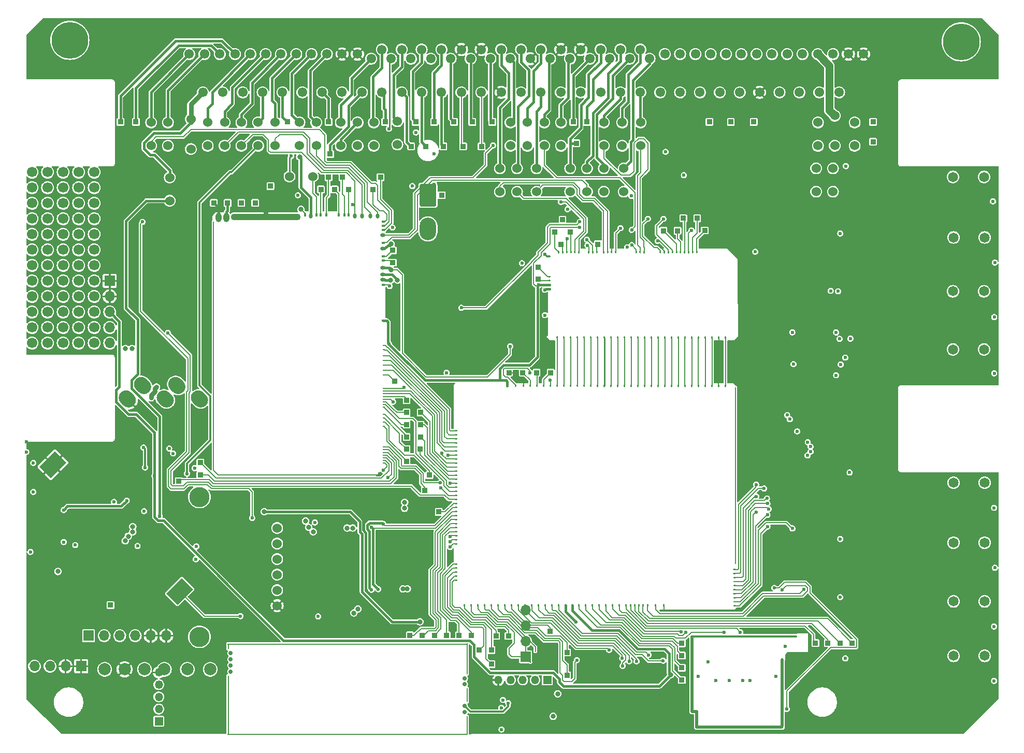
<source format=gbl>
G04 #@! TF.GenerationSoftware,KiCad,Pcbnew,8.0.4-8.0.4-0~ubuntu22.04.1*
G04 #@! TF.CreationDate,2024-07-30T00:29:42+00:00*
G04 #@! TF.ProjectId,ECU-techPorsche88,4543552d-7465-4636-9850-6f7273636865,rev?*
G04 #@! TF.SameCoordinates,PX403adf0PY916f720*
G04 #@! TF.FileFunction,Copper,L4,Bot*
G04 #@! TF.FilePolarity,Positive*
%FSLAX46Y46*%
G04 Gerber Fmt 4.6, Leading zero omitted, Abs format (unit mm)*
G04 Created by KiCad (PCBNEW 8.0.4-8.0.4-0~ubuntu22.04.1) date 2024-07-30 00:29:42*
%MOMM*%
%LPD*%
G01*
G04 APERTURE LIST*
G04 #@! TA.AperFunction,ComponentPad*
%ADD10C,1.524000*%
G04 #@! TD*
G04 #@! TA.AperFunction,ComponentPad*
%ADD11R,0.850000X0.850000*%
G04 #@! TD*
G04 #@! TA.AperFunction,ComponentPad*
%ADD12R,1.700000X1.700000*%
G04 #@! TD*
G04 #@! TA.AperFunction,ComponentPad*
%ADD13O,1.700000X1.700000*%
G04 #@! TD*
G04 #@! TA.AperFunction,ComponentPad*
%ADD14C,1.650000*%
G04 #@! TD*
G04 #@! TA.AperFunction,ComponentPad*
%ADD15C,1.700000*%
G04 #@! TD*
G04 #@! TA.AperFunction,ComponentPad*
%ADD16C,6.000000*%
G04 #@! TD*
G04 #@! TA.AperFunction,ComponentPad*
%ADD17C,1.550000*%
G04 #@! TD*
G04 #@! TA.AperFunction,ComponentPad*
%ADD18C,2.000000*%
G04 #@! TD*
G04 #@! TA.AperFunction,ComponentPad*
%ADD19C,0.599999*%
G04 #@! TD*
G04 #@! TA.AperFunction,ComponentPad*
%ADD20C,3.302000*%
G04 #@! TD*
G04 #@! TA.AperFunction,ComponentPad*
%ADD21O,2.700000X3.700000*%
G04 #@! TD*
G04 #@! TA.AperFunction,ComponentPad*
%ADD22R,1.350000X1.350000*%
G04 #@! TD*
G04 #@! TA.AperFunction,ComponentPad*
%ADD23O,1.350000X1.350000*%
G04 #@! TD*
G04 #@! TA.AperFunction,ComponentPad*
%ADD24C,0.700000*%
G04 #@! TD*
G04 #@! TA.AperFunction,SMDPad,CuDef*
%ADD25R,0.250000X3.100000*%
G04 #@! TD*
G04 #@! TA.AperFunction,SMDPad,CuDef*
%ADD26R,0.250000X2.250000*%
G04 #@! TD*
G04 #@! TA.AperFunction,SMDPad,CuDef*
%ADD27R,0.250000X5.050000*%
G04 #@! TD*
G04 #@! TA.AperFunction,SMDPad,CuDef*
%ADD28R,39.250000X0.250000*%
G04 #@! TD*
G04 #@! TA.AperFunction,SMDPad,CuDef*
%ADD29R,0.250000X9.750000*%
G04 #@! TD*
G04 #@! TA.AperFunction,SMDPad,CuDef*
%ADD30R,0.250000X0.950000*%
G04 #@! TD*
G04 #@! TA.AperFunction,SMDPad,CuDef*
%ADD31O,25.600000X0.200000*%
G04 #@! TD*
G04 #@! TA.AperFunction,SMDPad,CuDef*
%ADD32O,0.200000X40.800000*%
G04 #@! TD*
G04 #@! TA.AperFunction,SMDPad,CuDef*
%ADD33O,1.000001X1.500000*%
G04 #@! TD*
G04 #@! TA.AperFunction,SMDPad,CuDef*
%ADD34O,11.400000X1.100000*%
G04 #@! TD*
G04 #@! TA.AperFunction,SMDPad,CuDef*
%ADD35O,0.399999X0.599999*%
G04 #@! TD*
G04 #@! TA.AperFunction,SMDPad,CuDef*
%ADD36O,0.599999X0.800001*%
G04 #@! TD*
G04 #@! TA.AperFunction,SMDPad,CuDef*
%ADD37O,0.599999X0.399999*%
G04 #@! TD*
G04 #@! TA.AperFunction,SMDPad,CuDef*
%ADD38O,0.800001X0.599999*%
G04 #@! TD*
G04 #@! TA.AperFunction,SMDPad,CuDef*
%ADD39O,0.399999X0.200000*%
G04 #@! TD*
G04 #@! TA.AperFunction,SMDPad,CuDef*
%ADD40O,0.499999X11.400000*%
G04 #@! TD*
G04 #@! TA.AperFunction,SMDPad,CuDef*
%ADD41O,17.400001X0.399999*%
G04 #@! TD*
G04 #@! TA.AperFunction,SMDPad,CuDef*
%ADD42O,14.449999X0.499999*%
G04 #@! TD*
G04 #@! TA.AperFunction,SMDPad,CuDef*
%ADD43O,0.499999X2.999999*%
G04 #@! TD*
G04 #@! TA.AperFunction,SMDPad,CuDef*
%ADD44O,1.200000X0.499999*%
G04 #@! TD*
G04 #@! TA.AperFunction,SMDPad,CuDef*
%ADD45O,0.499999X12.700000*%
G04 #@! TD*
G04 #@! TA.AperFunction,ViaPad*
%ADD46C,0.600000*%
G04 #@! TD*
G04 #@! TA.AperFunction,ViaPad*
%ADD47C,0.800000*%
G04 #@! TD*
G04 #@! TA.AperFunction,ViaPad*
%ADD48C,0.812800*%
G04 #@! TD*
G04 #@! TA.AperFunction,ViaPad*
%ADD49C,1.300000*%
G04 #@! TD*
G04 #@! TA.AperFunction,Conductor*
%ADD50C,0.200000*%
G04 #@! TD*
G04 #@! TA.AperFunction,Conductor*
%ADD51C,0.400000*%
G04 #@! TD*
G04 #@! TA.AperFunction,Conductor*
%ADD52C,1.300000*%
G04 #@! TD*
G04 #@! TA.AperFunction,Conductor*
%ADD53C,0.300000*%
G04 #@! TD*
G04 #@! TA.AperFunction,Conductor*
%ADD54C,0.800000*%
G04 #@! TD*
G04 #@! TA.AperFunction,Conductor*
%ADD55C,0.254000*%
G04 #@! TD*
G04 #@! TA.AperFunction,Conductor*
%ADD56C,0.250000*%
G04 #@! TD*
G04 APERTURE END LIST*
D10*
G04 #@! TO.P,JP18,1,1*
G04 #@! TO.N,Net-(JP18-Pad1)*
X82410000Y100595000D03*
G04 #@! TO.P,JP18,2,2*
G04 #@! TO.N,/OUT_INJ8*
X82410000Y96785000D03*
G04 #@! TD*
D11*
G04 #@! TO.P,MMCU23,1,Pin_1*
G04 #@! TO.N,Net-(M9A-UART2_TX)*
X107660000Y15440000D03*
G04 #@! TD*
G04 #@! TO.P,M3,E1,V5A*
G04 #@! TO.N,+5VA*
G04 #@! TA.AperFunction,SMDPad,CuDef*
G36*
G01*
X85884998Y73533793D02*
X86134998Y73533793D01*
G75*
G02*
X86259998Y73408793I0J-125000D01*
G01*
X86259998Y73408793D01*
G75*
G02*
X86134998Y73283793I-125000J0D01*
G01*
X85884998Y73283793D01*
G75*
G02*
X85759998Y73408793I0J125000D01*
G01*
X85759998Y73408793D01*
G75*
G02*
X85884998Y73533793I125000J0D01*
G01*
G37*
G04 #@! TD.AperFunction*
G04 #@! TO.P,M3,E2,GND*
G04 #@! TO.N,GND*
G04 #@! TA.AperFunction,SMDPad,CuDef*
G36*
G01*
X85884998Y74193794D02*
X86134998Y74193794D01*
G75*
G02*
X86259998Y74068794I0J-125000D01*
G01*
X86259998Y74068794D01*
G75*
G02*
X86134998Y73943794I-125000J0D01*
G01*
X85884998Y73943794D01*
G75*
G02*
X85759998Y74068794I0J125000D01*
G01*
X85759998Y74068794D01*
G75*
G02*
X85884998Y74193794I125000J0D01*
G01*
G37*
G04 #@! TD.AperFunction*
G04 #@! TO.P,M3,E3,OUT_KNOCK*
G04 #@! TO.N,/IN_KNOCK1*
G04 #@! TA.AperFunction,SMDPad,CuDef*
G36*
G01*
X85884998Y74853795D02*
X86134998Y74853795D01*
G75*
G02*
X86259998Y74728795I0J-125000D01*
G01*
X86259998Y74728795D01*
G75*
G02*
X86134998Y74603795I-125000J0D01*
G01*
X85884998Y74603795D01*
G75*
G02*
X85759998Y74728795I0J125000D01*
G01*
X85759998Y74728795D01*
G75*
G02*
X85884998Y74853795I125000J0D01*
G01*
G37*
G04 #@! TD.AperFunction*
G04 #@! TO.P,M3,E4*
G04 #@! TO.N,N/C*
G04 #@! TA.AperFunction,SMDPad,CuDef*
G36*
G01*
X85884998Y75513796D02*
X86134998Y75513796D01*
G75*
G02*
X86259998Y75388796I0J-125000D01*
G01*
X86259998Y75388796D01*
G75*
G02*
X86134998Y75263796I-125000J0D01*
G01*
X85884998Y75263796D01*
G75*
G02*
X85759998Y75388796I0J125000D01*
G01*
X85759998Y75388796D01*
G75*
G02*
X85884998Y75513796I125000J0D01*
G01*
G37*
G04 #@! TD.AperFunction*
G04 #@! TO.P,M3,E5*
G04 #@! TA.AperFunction,SMDPad,CuDef*
G36*
G01*
X85884998Y78813803D02*
X86134998Y78813803D01*
G75*
G02*
X86259998Y78688803I0J-125000D01*
G01*
X86259998Y78688803D01*
G75*
G02*
X86134998Y78563803I-125000J0D01*
G01*
X85884998Y78563803D01*
G75*
G02*
X85759998Y78688803I0J125000D01*
G01*
X85759998Y78688803D01*
G75*
G02*
X85884998Y78813803I125000J0D01*
G01*
G37*
G04 #@! TD.AperFunction*
G04 #@! TO.P,M3,N1*
G04 #@! TA.AperFunction,SMDPad,CuDef*
G36*
G01*
X114655000Y65315000D02*
X114655000Y65565000D01*
G75*
G02*
X114780000Y65690000I125000J0D01*
G01*
X114780000Y65690000D01*
G75*
G02*
X114905000Y65565000I0J-125000D01*
G01*
X114905000Y65315000D01*
G75*
G02*
X114780000Y65190000I-125000J0D01*
G01*
X114780000Y65190000D01*
G75*
G02*
X114655000Y65315000I0J125000D01*
G01*
G37*
G04 #@! TD.AperFunction*
G04 #@! TO.P,M3,N2*
G04 #@! TA.AperFunction,SMDPad,CuDef*
G36*
G01*
X113804996Y65565000D02*
X113804996Y65315000D01*
G75*
G02*
X113679996Y65190000I-125000J0D01*
G01*
X113679996Y65190000D01*
G75*
G02*
X113554996Y65315000I0J125000D01*
G01*
X113554996Y65565000D01*
G75*
G02*
X113679996Y65690000I125000J0D01*
G01*
X113679996Y65690000D01*
G75*
G02*
X113804996Y65565000I0J-125000D01*
G01*
G37*
G04 #@! TD.AperFunction*
G04 #@! TO.P,M3,N3*
G04 #@! TA.AperFunction,SMDPad,CuDef*
G36*
G01*
X112704995Y65565000D02*
X112704995Y65315000D01*
G75*
G02*
X112579995Y65190000I-125000J0D01*
G01*
X112579995Y65190000D01*
G75*
G02*
X112454995Y65315000I0J125000D01*
G01*
X112454995Y65565000D01*
G75*
G02*
X112579995Y65690000I125000J0D01*
G01*
X112579995Y65690000D01*
G75*
G02*
X112704995Y65565000I0J-125000D01*
G01*
G37*
G04 #@! TD.AperFunction*
G04 #@! TO.P,M3,N4*
G04 #@! TA.AperFunction,SMDPad,CuDef*
G36*
G01*
X111604998Y65565000D02*
X111604998Y65315000D01*
G75*
G02*
X111479998Y65190000I-125000J0D01*
G01*
X111479998Y65190000D01*
G75*
G02*
X111354998Y65315000I0J125000D01*
G01*
X111354998Y65565000D01*
G75*
G02*
X111479998Y65690000I125000J0D01*
G01*
X111479998Y65690000D01*
G75*
G02*
X111604998Y65565000I0J-125000D01*
G01*
G37*
G04 #@! TD.AperFunction*
G04 #@! TO.P,M3,N5*
G04 #@! TA.AperFunction,SMDPad,CuDef*
G36*
G01*
X110505000Y65565000D02*
X110505000Y65315000D01*
G75*
G02*
X110380000Y65190000I-125000J0D01*
G01*
X110380000Y65190000D01*
G75*
G02*
X110255000Y65315000I0J125000D01*
G01*
X110255000Y65565000D01*
G75*
G02*
X110380000Y65690000I125000J0D01*
G01*
X110380000Y65690000D01*
G75*
G02*
X110505000Y65565000I0J-125000D01*
G01*
G37*
G04 #@! TD.AperFunction*
G04 #@! TO.P,M3,N6*
G04 #@! TA.AperFunction,SMDPad,CuDef*
G36*
G01*
X109405002Y65565000D02*
X109405002Y65315000D01*
G75*
G02*
X109280002Y65190000I-125000J0D01*
G01*
X109280002Y65190000D01*
G75*
G02*
X109155002Y65315000I0J125000D01*
G01*
X109155002Y65565000D01*
G75*
G02*
X109280002Y65690000I125000J0D01*
G01*
X109280002Y65690000D01*
G75*
G02*
X109405002Y65565000I0J-125000D01*
G01*
G37*
G04 #@! TD.AperFunction*
G04 #@! TO.P,M3,N7*
G04 #@! TA.AperFunction,SMDPad,CuDef*
G36*
G01*
X108305004Y65565000D02*
X108305004Y65315000D01*
G75*
G02*
X108180004Y65190000I-125000J0D01*
G01*
X108180004Y65190000D01*
G75*
G02*
X108055004Y65315000I0J125000D01*
G01*
X108055004Y65565000D01*
G75*
G02*
X108180004Y65690000I125000J0D01*
G01*
X108180004Y65690000D01*
G75*
G02*
X108305004Y65565000I0J-125000D01*
G01*
G37*
G04 #@! TD.AperFunction*
G04 #@! TO.P,M3,N8*
G04 #@! TA.AperFunction,SMDPad,CuDef*
G36*
G01*
X107205006Y65565000D02*
X107205006Y65315000D01*
G75*
G02*
X107080006Y65190000I-125000J0D01*
G01*
X107080006Y65190000D01*
G75*
G02*
X106955006Y65315000I0J125000D01*
G01*
X106955006Y65565000D01*
G75*
G02*
X107080006Y65690000I125000J0D01*
G01*
X107080006Y65690000D01*
G75*
G02*
X107205006Y65565000I0J-125000D01*
G01*
G37*
G04 #@! TD.AperFunction*
G04 #@! TO.P,M3,N9*
G04 #@! TA.AperFunction,SMDPad,CuDef*
G36*
G01*
X106105009Y65565000D02*
X106105009Y65315000D01*
G75*
G02*
X105980009Y65190000I-125000J0D01*
G01*
X105980009Y65190000D01*
G75*
G02*
X105855009Y65315000I0J125000D01*
G01*
X105855009Y65565000D01*
G75*
G02*
X105980009Y65690000I125000J0D01*
G01*
X105980009Y65690000D01*
G75*
G02*
X106105009Y65565000I0J-125000D01*
G01*
G37*
G04 #@! TD.AperFunction*
G04 #@! TO.P,M3,N10*
G04 #@! TA.AperFunction,SMDPad,CuDef*
G36*
G01*
X105005011Y65565000D02*
X105005011Y65315000D01*
G75*
G02*
X104880011Y65190000I-125000J0D01*
G01*
X104880011Y65190000D01*
G75*
G02*
X104755011Y65315000I0J125000D01*
G01*
X104755011Y65565000D01*
G75*
G02*
X104880011Y65690000I125000J0D01*
G01*
X104880011Y65690000D01*
G75*
G02*
X105005011Y65565000I0J-125000D01*
G01*
G37*
G04 #@! TD.AperFunction*
G04 #@! TO.P,M3,N11*
G04 #@! TA.AperFunction,SMDPad,CuDef*
G36*
G01*
X103905013Y65565000D02*
X103905013Y65315000D01*
G75*
G02*
X103780013Y65190000I-125000J0D01*
G01*
X103780013Y65190000D01*
G75*
G02*
X103655013Y65315000I0J125000D01*
G01*
X103655013Y65565000D01*
G75*
G02*
X103780013Y65690000I125000J0D01*
G01*
X103780013Y65690000D01*
G75*
G02*
X103905013Y65565000I0J-125000D01*
G01*
G37*
G04 #@! TD.AperFunction*
G04 #@! TO.P,M3,N12*
G04 #@! TA.AperFunction,SMDPad,CuDef*
G36*
G01*
X102805015Y65565000D02*
X102805015Y65315000D01*
G75*
G02*
X102680015Y65190000I-125000J0D01*
G01*
X102680015Y65190000D01*
G75*
G02*
X102555015Y65315000I0J125000D01*
G01*
X102555015Y65565000D01*
G75*
G02*
X102680015Y65690000I125000J0D01*
G01*
X102680015Y65690000D01*
G75*
G02*
X102805015Y65565000I0J-125000D01*
G01*
G37*
G04 #@! TD.AperFunction*
G04 #@! TO.P,M3,N13*
G04 #@! TA.AperFunction,SMDPad,CuDef*
G36*
G01*
X101705017Y65565000D02*
X101705017Y65315000D01*
G75*
G02*
X101580017Y65190000I-125000J0D01*
G01*
X101580017Y65190000D01*
G75*
G02*
X101455017Y65315000I0J125000D01*
G01*
X101455017Y65565000D01*
G75*
G02*
X101580017Y65690000I125000J0D01*
G01*
X101580017Y65690000D01*
G75*
G02*
X101705017Y65565000I0J-125000D01*
G01*
G37*
G04 #@! TD.AperFunction*
G04 #@! TO.P,M3,N14*
G04 #@! TA.AperFunction,SMDPad,CuDef*
G36*
G01*
X100605020Y65565000D02*
X100605020Y65315000D01*
G75*
G02*
X100480020Y65190000I-125000J0D01*
G01*
X100480020Y65190000D01*
G75*
G02*
X100355020Y65315000I0J125000D01*
G01*
X100355020Y65565000D01*
G75*
G02*
X100480020Y65690000I125000J0D01*
G01*
X100480020Y65690000D01*
G75*
G02*
X100605020Y65565000I0J-125000D01*
G01*
G37*
G04 #@! TD.AperFunction*
G04 #@! TO.P,M3,N15*
G04 #@! TA.AperFunction,SMDPad,CuDef*
G36*
G01*
X99505022Y65565000D02*
X99505022Y65315000D01*
G75*
G02*
X99380022Y65190000I-125000J0D01*
G01*
X99380022Y65190000D01*
G75*
G02*
X99255022Y65315000I0J125000D01*
G01*
X99255022Y65565000D01*
G75*
G02*
X99380022Y65690000I125000J0D01*
G01*
X99380022Y65690000D01*
G75*
G02*
X99505022Y65565000I0J-125000D01*
G01*
G37*
G04 #@! TD.AperFunction*
G04 #@! TO.P,M3,N16*
G04 #@! TA.AperFunction,SMDPad,CuDef*
G36*
G01*
X98405024Y65565000D02*
X98405024Y65315000D01*
G75*
G02*
X98280024Y65190000I-125000J0D01*
G01*
X98280024Y65190000D01*
G75*
G02*
X98155024Y65315000I0J125000D01*
G01*
X98155024Y65565000D01*
G75*
G02*
X98280024Y65690000I125000J0D01*
G01*
X98280024Y65690000D01*
G75*
G02*
X98405024Y65565000I0J-125000D01*
G01*
G37*
G04 #@! TD.AperFunction*
G04 #@! TO.P,M3,N17*
G04 #@! TA.AperFunction,SMDPad,CuDef*
G36*
G01*
X97305026Y65565000D02*
X97305026Y65315000D01*
G75*
G02*
X97180026Y65190000I-125000J0D01*
G01*
X97180026Y65190000D01*
G75*
G02*
X97055026Y65315000I0J125000D01*
G01*
X97055026Y65565000D01*
G75*
G02*
X97180026Y65690000I125000J0D01*
G01*
X97180026Y65690000D01*
G75*
G02*
X97305026Y65565000I0J-125000D01*
G01*
G37*
G04 #@! TD.AperFunction*
G04 #@! TO.P,M3,N18*
G04 #@! TA.AperFunction,SMDPad,CuDef*
G36*
G01*
X96205028Y65565000D02*
X96205028Y65315000D01*
G75*
G02*
X96080028Y65190000I-125000J0D01*
G01*
X96080028Y65190000D01*
G75*
G02*
X95955028Y65315000I0J125000D01*
G01*
X95955028Y65565000D01*
G75*
G02*
X96080028Y65690000I125000J0D01*
G01*
X96080028Y65690000D01*
G75*
G02*
X96205028Y65565000I0J-125000D01*
G01*
G37*
G04 #@! TD.AperFunction*
G04 #@! TO.P,M3,N19*
G04 #@! TA.AperFunction,SMDPad,CuDef*
G36*
G01*
X95105031Y65565000D02*
X95105031Y65315000D01*
G75*
G02*
X94980031Y65190000I-125000J0D01*
G01*
X94980031Y65190000D01*
G75*
G02*
X94855031Y65315000I0J125000D01*
G01*
X94855031Y65565000D01*
G75*
G02*
X94980031Y65690000I125000J0D01*
G01*
X94980031Y65690000D01*
G75*
G02*
X95105031Y65565000I0J-125000D01*
G01*
G37*
G04 #@! TD.AperFunction*
G04 #@! TO.P,M3,N20*
G04 #@! TA.AperFunction,SMDPad,CuDef*
G36*
G01*
X94005033Y65565000D02*
X94005033Y65315000D01*
G75*
G02*
X93880033Y65190000I-125000J0D01*
G01*
X93880033Y65190000D01*
G75*
G02*
X93755033Y65315000I0J125000D01*
G01*
X93755033Y65565000D01*
G75*
G02*
X93880033Y65690000I125000J0D01*
G01*
X93880033Y65690000D01*
G75*
G02*
X94005033Y65565000I0J-125000D01*
G01*
G37*
G04 #@! TD.AperFunction*
G04 #@! TO.P,M3,N21*
G04 #@! TA.AperFunction,SMDPad,CuDef*
G36*
G01*
X92905035Y65565000D02*
X92905035Y65315000D01*
G75*
G02*
X92780035Y65190000I-125000J0D01*
G01*
X92780035Y65190000D01*
G75*
G02*
X92655035Y65315000I0J125000D01*
G01*
X92655035Y65565000D01*
G75*
G02*
X92780035Y65690000I125000J0D01*
G01*
X92780035Y65690000D01*
G75*
G02*
X92905035Y65565000I0J-125000D01*
G01*
G37*
G04 #@! TD.AperFunction*
G04 #@! TO.P,M3,N22*
G04 #@! TA.AperFunction,SMDPad,CuDef*
G36*
G01*
X91805037Y65565000D02*
X91805037Y65315000D01*
G75*
G02*
X91680037Y65190000I-125000J0D01*
G01*
X91680037Y65190000D01*
G75*
G02*
X91555037Y65315000I0J125000D01*
G01*
X91555037Y65565000D01*
G75*
G02*
X91680037Y65690000I125000J0D01*
G01*
X91680037Y65690000D01*
G75*
G02*
X91805037Y65565000I0J-125000D01*
G01*
G37*
G04 #@! TD.AperFunction*
G04 #@! TO.P,M3,N23*
G04 #@! TA.AperFunction,SMDPad,CuDef*
G36*
G01*
X90705039Y65565000D02*
X90705039Y65315000D01*
G75*
G02*
X90580039Y65190000I-125000J0D01*
G01*
X90580039Y65190000D01*
G75*
G02*
X90455039Y65315000I0J125000D01*
G01*
X90455039Y65565000D01*
G75*
G02*
X90580039Y65690000I125000J0D01*
G01*
X90580039Y65690000D01*
G75*
G02*
X90705039Y65565000I0J-125000D01*
G01*
G37*
G04 #@! TD.AperFunction*
G04 #@! TO.P,M3,N24*
G04 #@! TA.AperFunction,SMDPad,CuDef*
G36*
G01*
X89605042Y65565000D02*
X89605042Y65315000D01*
G75*
G02*
X89480042Y65190000I-125000J0D01*
G01*
X89480042Y65190000D01*
G75*
G02*
X89355042Y65315000I0J125000D01*
G01*
X89355042Y65565000D01*
G75*
G02*
X89480042Y65690000I125000J0D01*
G01*
X89480042Y65690000D01*
G75*
G02*
X89605042Y65565000I0J-125000D01*
G01*
G37*
G04 #@! TD.AperFunction*
G04 #@! TO.P,M3,N25*
G04 #@! TA.AperFunction,SMDPad,CuDef*
G36*
G01*
X88505044Y65565000D02*
X88505044Y65315000D01*
G75*
G02*
X88380044Y65190000I-125000J0D01*
G01*
X88380044Y65190000D01*
G75*
G02*
X88255044Y65315000I0J125000D01*
G01*
X88255044Y65565000D01*
G75*
G02*
X88380044Y65690000I125000J0D01*
G01*
X88380044Y65690000D01*
G75*
G02*
X88505044Y65565000I0J-125000D01*
G01*
G37*
G04 #@! TD.AperFunction*
G04 #@! TO.P,M3,N26*
G04 #@! TA.AperFunction,SMDPad,CuDef*
G36*
G01*
X87405046Y65565000D02*
X87405046Y65315000D01*
G75*
G02*
X87280046Y65190000I-125000J0D01*
G01*
X87280046Y65190000D01*
G75*
G02*
X87155046Y65315000I0J125000D01*
G01*
X87155046Y65565000D01*
G75*
G02*
X87280046Y65690000I125000J0D01*
G01*
X87280046Y65690000D01*
G75*
G02*
X87405046Y65565000I0J-125000D01*
G01*
G37*
G04 #@! TD.AperFunction*
G04 #@! TO.P,M3,S1*
G04 #@! TA.AperFunction,SMDPad,CuDef*
G36*
G01*
X87655990Y79526999D02*
X87655990Y79276999D01*
G75*
G02*
X87530990Y79151999I-125000J0D01*
G01*
X87530990Y79151999D01*
G75*
G02*
X87405990Y79276999I0J125000D01*
G01*
X87405990Y79526999D01*
G75*
G02*
X87530990Y79651999I125000J0D01*
G01*
X87530990Y79651999D01*
G75*
G02*
X87655990Y79526999I0J-125000D01*
G01*
G37*
G04 #@! TD.AperFunction*
G04 #@! TO.P,M3,S2*
G04 #@! TA.AperFunction,SMDPad,CuDef*
G36*
G01*
X88315992Y79526999D02*
X88315992Y79276999D01*
G75*
G02*
X88190992Y79151999I-125000J0D01*
G01*
X88190992Y79151999D01*
G75*
G02*
X88065992Y79276999I0J125000D01*
G01*
X88065992Y79526999D01*
G75*
G02*
X88190992Y79651999I125000J0D01*
G01*
X88190992Y79651999D01*
G75*
G02*
X88315992Y79526999I0J-125000D01*
G01*
G37*
G04 #@! TD.AperFunction*
G04 #@! TO.P,M3,S3*
G04 #@! TA.AperFunction,SMDPad,CuDef*
G36*
G01*
X88975993Y79526999D02*
X88975993Y79276999D01*
G75*
G02*
X88850993Y79151999I-125000J0D01*
G01*
X88850993Y79151999D01*
G75*
G02*
X88725993Y79276999I0J125000D01*
G01*
X88725993Y79526999D01*
G75*
G02*
X88850993Y79651999I125000J0D01*
G01*
X88850993Y79651999D01*
G75*
G02*
X88975993Y79526999I0J-125000D01*
G01*
G37*
G04 #@! TD.AperFunction*
G04 #@! TO.P,M3,S4*
G04 #@! TA.AperFunction,SMDPad,CuDef*
G36*
G01*
X89635994Y79526999D02*
X89635994Y79276999D01*
G75*
G02*
X89510994Y79151999I-125000J0D01*
G01*
X89510994Y79151999D01*
G75*
G02*
X89385994Y79276999I0J125000D01*
G01*
X89385994Y79526999D01*
G75*
G02*
X89510994Y79651999I125000J0D01*
G01*
X89510994Y79651999D01*
G75*
G02*
X89635994Y79526999I0J-125000D01*
G01*
G37*
G04 #@! TD.AperFunction*
G04 #@! TO.P,M3,S5*
G04 #@! TA.AperFunction,SMDPad,CuDef*
G36*
G01*
X90295995Y79526999D02*
X90295995Y79276999D01*
G75*
G02*
X90170995Y79151999I-125000J0D01*
G01*
X90170995Y79151999D01*
G75*
G02*
X90045995Y79276999I0J125000D01*
G01*
X90045995Y79526999D01*
G75*
G02*
X90170995Y79651999I125000J0D01*
G01*
X90170995Y79651999D01*
G75*
G02*
X90295995Y79526999I0J-125000D01*
G01*
G37*
G04 #@! TD.AperFunction*
G04 #@! TO.P,M3,S6*
G04 #@! TA.AperFunction,SMDPad,CuDef*
G36*
G01*
X90955997Y79526999D02*
X90955997Y79276999D01*
G75*
G02*
X90830997Y79151999I-125000J0D01*
G01*
X90830997Y79151999D01*
G75*
G02*
X90705997Y79276999I0J125000D01*
G01*
X90705997Y79526999D01*
G75*
G02*
X90830997Y79651999I125000J0D01*
G01*
X90830997Y79651999D01*
G75*
G02*
X90955997Y79526999I0J-125000D01*
G01*
G37*
G04 #@! TD.AperFunction*
G04 #@! TO.P,M3,S7*
G04 #@! TA.AperFunction,SMDPad,CuDef*
G36*
G01*
X92556994Y79526999D02*
X92556994Y79276999D01*
G75*
G02*
X92431994Y79151999I-125000J0D01*
G01*
X92431994Y79151999D01*
G75*
G02*
X92306994Y79276999I0J125000D01*
G01*
X92306994Y79526999D01*
G75*
G02*
X92431994Y79651999I125000J0D01*
G01*
X92431994Y79651999D01*
G75*
G02*
X92556994Y79526999I0J-125000D01*
G01*
G37*
G04 #@! TD.AperFunction*
G04 #@! TO.P,M3,S8*
G04 #@! TA.AperFunction,SMDPad,CuDef*
G36*
G01*
X93216995Y79526999D02*
X93216995Y79276999D01*
G75*
G02*
X93091995Y79151999I-125000J0D01*
G01*
X93091995Y79151999D01*
G75*
G02*
X92966995Y79276999I0J125000D01*
G01*
X92966995Y79526999D01*
G75*
G02*
X93091995Y79651999I125000J0D01*
G01*
X93091995Y79651999D01*
G75*
G02*
X93216995Y79526999I0J-125000D01*
G01*
G37*
G04 #@! TD.AperFunction*
G04 #@! TO.P,M3,S9*
G04 #@! TA.AperFunction,SMDPad,CuDef*
G36*
G01*
X93876997Y79526999D02*
X93876997Y79276999D01*
G75*
G02*
X93751997Y79151999I-125000J0D01*
G01*
X93751997Y79151999D01*
G75*
G02*
X93626997Y79276999I0J125000D01*
G01*
X93626997Y79526999D01*
G75*
G02*
X93751997Y79651999I125000J0D01*
G01*
X93751997Y79651999D01*
G75*
G02*
X93876997Y79526999I0J-125000D01*
G01*
G37*
G04 #@! TD.AperFunction*
G04 #@! TO.P,M3,S10*
G04 #@! TA.AperFunction,SMDPad,CuDef*
G36*
G01*
X94997896Y79526999D02*
X94997896Y79276999D01*
G75*
G02*
X94872896Y79151999I-125000J0D01*
G01*
X94872896Y79151999D01*
G75*
G02*
X94747896Y79276999I0J125000D01*
G01*
X94747896Y79526999D01*
G75*
G02*
X94872896Y79651999I125000J0D01*
G01*
X94872896Y79651999D01*
G75*
G02*
X94997896Y79526999I0J-125000D01*
G01*
G37*
G04 #@! TD.AperFunction*
G04 #@! TO.P,M3,S11*
G04 #@! TA.AperFunction,SMDPad,CuDef*
G36*
G01*
X95657897Y79526999D02*
X95657897Y79276999D01*
G75*
G02*
X95532897Y79151999I-125000J0D01*
G01*
X95532897Y79151999D01*
G75*
G02*
X95407897Y79276999I0J125000D01*
G01*
X95407897Y79526999D01*
G75*
G02*
X95532897Y79651999I125000J0D01*
G01*
X95532897Y79651999D01*
G75*
G02*
X95657897Y79526999I0J-125000D01*
G01*
G37*
G04 #@! TD.AperFunction*
G04 #@! TO.P,M3,S12*
G04 #@! TA.AperFunction,SMDPad,CuDef*
G36*
G01*
X96317898Y79526999D02*
X96317898Y79276999D01*
G75*
G02*
X96192898Y79151999I-125000J0D01*
G01*
X96192898Y79151999D01*
G75*
G02*
X96067898Y79276999I0J125000D01*
G01*
X96067898Y79526999D01*
G75*
G02*
X96192898Y79651999I125000J0D01*
G01*
X96192898Y79651999D01*
G75*
G02*
X96317898Y79526999I0J-125000D01*
G01*
G37*
G04 #@! TD.AperFunction*
G04 #@! TO.P,M3,S13*
G04 #@! TA.AperFunction,SMDPad,CuDef*
G36*
G01*
X96977900Y79526999D02*
X96977900Y79276999D01*
G75*
G02*
X96852900Y79151999I-125000J0D01*
G01*
X96852900Y79151999D01*
G75*
G02*
X96727900Y79276999I0J125000D01*
G01*
X96727900Y79526999D01*
G75*
G02*
X96852900Y79651999I125000J0D01*
G01*
X96852900Y79651999D01*
G75*
G02*
X96977900Y79526999I0J-125000D01*
G01*
G37*
G04 #@! TD.AperFunction*
G04 #@! TO.P,M3,S14*
G04 #@! TA.AperFunction,SMDPad,CuDef*
G36*
G01*
X100303994Y79526999D02*
X100303994Y79276999D01*
G75*
G02*
X100178994Y79151999I-125000J0D01*
G01*
X100178994Y79151999D01*
G75*
G02*
X100053994Y79276999I0J125000D01*
G01*
X100053994Y79526999D01*
G75*
G02*
X100178994Y79651999I125000J0D01*
G01*
X100178994Y79651999D01*
G75*
G02*
X100303994Y79526999I0J-125000D01*
G01*
G37*
G04 #@! TD.AperFunction*
G04 #@! TO.P,M3,S15*
G04 #@! TA.AperFunction,SMDPad,CuDef*
G36*
G01*
X100963995Y79526999D02*
X100963995Y79276999D01*
G75*
G02*
X100838995Y79151999I-125000J0D01*
G01*
X100838995Y79151999D01*
G75*
G02*
X100713995Y79276999I0J125000D01*
G01*
X100713995Y79526999D01*
G75*
G02*
X100838995Y79651999I125000J0D01*
G01*
X100838995Y79651999D01*
G75*
G02*
X100963995Y79526999I0J-125000D01*
G01*
G37*
G04 #@! TD.AperFunction*
G04 #@! TO.P,M3,S16*
G04 #@! TA.AperFunction,SMDPad,CuDef*
G36*
G01*
X101623997Y79526999D02*
X101623997Y79276999D01*
G75*
G02*
X101498997Y79151999I-125000J0D01*
G01*
X101498997Y79151999D01*
G75*
G02*
X101373997Y79276999I0J125000D01*
G01*
X101373997Y79526999D01*
G75*
G02*
X101498997Y79651999I125000J0D01*
G01*
X101498997Y79651999D01*
G75*
G02*
X101623997Y79526999I0J-125000D01*
G01*
G37*
G04 #@! TD.AperFunction*
G04 #@! TO.P,M3,S17*
G04 #@! TA.AperFunction,SMDPad,CuDef*
G36*
G01*
X104269988Y79526999D02*
X104269988Y79276999D01*
G75*
G02*
X104144988Y79151999I-125000J0D01*
G01*
X104144988Y79151999D01*
G75*
G02*
X104019988Y79276999I0J125000D01*
G01*
X104019988Y79526999D01*
G75*
G02*
X104144988Y79651999I125000J0D01*
G01*
X104144988Y79651999D01*
G75*
G02*
X104269988Y79526999I0J-125000D01*
G01*
G37*
G04 #@! TD.AperFunction*
G04 #@! TO.P,M3,S18*
G04 #@! TA.AperFunction,SMDPad,CuDef*
G36*
G01*
X104929989Y79526999D02*
X104929989Y79276999D01*
G75*
G02*
X104804989Y79151999I-125000J0D01*
G01*
X104804989Y79151999D01*
G75*
G02*
X104679989Y79276999I0J125000D01*
G01*
X104679989Y79526999D01*
G75*
G02*
X104804989Y79651999I125000J0D01*
G01*
X104804989Y79651999D01*
G75*
G02*
X104929989Y79526999I0J-125000D01*
G01*
G37*
G04 #@! TD.AperFunction*
G04 #@! TO.P,M3,S19*
G04 #@! TA.AperFunction,SMDPad,CuDef*
G36*
G01*
X105589991Y79526999D02*
X105589991Y79276999D01*
G75*
G02*
X105464991Y79151999I-125000J0D01*
G01*
X105464991Y79151999D01*
G75*
G02*
X105339991Y79276999I0J125000D01*
G01*
X105339991Y79526999D01*
G75*
G02*
X105464991Y79651999I125000J0D01*
G01*
X105464991Y79651999D01*
G75*
G02*
X105589991Y79526999I0J-125000D01*
G01*
G37*
G04 #@! TD.AperFunction*
G04 #@! TO.P,M3,S20*
G04 #@! TA.AperFunction,SMDPad,CuDef*
G36*
G01*
X106249992Y79526999D02*
X106249992Y79276999D01*
G75*
G02*
X106124992Y79151999I-125000J0D01*
G01*
X106124992Y79151999D01*
G75*
G02*
X105999992Y79276999I0J125000D01*
G01*
X105999992Y79526999D01*
G75*
G02*
X106124992Y79651999I125000J0D01*
G01*
X106124992Y79651999D01*
G75*
G02*
X106249992Y79526999I0J-125000D01*
G01*
G37*
G04 #@! TD.AperFunction*
G04 #@! TO.P,M3,S21*
G04 #@! TA.AperFunction,SMDPad,CuDef*
G36*
G01*
X106909993Y79526999D02*
X106909993Y79276999D01*
G75*
G02*
X106784993Y79151999I-125000J0D01*
G01*
X106784993Y79151999D01*
G75*
G02*
X106659993Y79276999I0J125000D01*
G01*
X106659993Y79526999D01*
G75*
G02*
X106784993Y79651999I125000J0D01*
G01*
X106784993Y79651999D01*
G75*
G02*
X106909993Y79526999I0J-125000D01*
G01*
G37*
G04 #@! TD.AperFunction*
G04 #@! TO.P,M3,S22*
G04 #@! TA.AperFunction,SMDPad,CuDef*
G36*
G01*
X107569994Y79526999D02*
X107569994Y79276999D01*
G75*
G02*
X107444994Y79151999I-125000J0D01*
G01*
X107444994Y79151999D01*
G75*
G02*
X107319994Y79276999I0J125000D01*
G01*
X107319994Y79526999D01*
G75*
G02*
X107444994Y79651999I125000J0D01*
G01*
X107444994Y79651999D01*
G75*
G02*
X107569994Y79526999I0J-125000D01*
G01*
G37*
G04 #@! TD.AperFunction*
G04 #@! TO.P,M3,S23*
G04 #@! TA.AperFunction,SMDPad,CuDef*
G36*
G01*
X108229996Y79526999D02*
X108229996Y79276999D01*
G75*
G02*
X108104996Y79151999I-125000J0D01*
G01*
X108104996Y79151999D01*
G75*
G02*
X107979996Y79276999I0J125000D01*
G01*
X107979996Y79526999D01*
G75*
G02*
X108104996Y79651999I125000J0D01*
G01*
X108104996Y79651999D01*
G75*
G02*
X108229996Y79526999I0J-125000D01*
G01*
G37*
G04 #@! TD.AperFunction*
G04 #@! TO.P,M3,S24*
G04 #@! TA.AperFunction,SMDPad,CuDef*
G36*
G01*
X108889997Y79526999D02*
X108889997Y79276999D01*
G75*
G02*
X108764997Y79151999I-125000J0D01*
G01*
X108764997Y79151999D01*
G75*
G02*
X108639997Y79276999I0J125000D01*
G01*
X108639997Y79526999D01*
G75*
G02*
X108764997Y79651999I125000J0D01*
G01*
X108764997Y79651999D01*
G75*
G02*
X108889997Y79526999I0J-125000D01*
G01*
G37*
G04 #@! TD.AperFunction*
G04 #@! TO.P,M3,S25*
G04 #@! TA.AperFunction,SMDPad,CuDef*
G36*
G01*
X109549998Y79526999D02*
X109549998Y79276999D01*
G75*
G02*
X109424998Y79151999I-125000J0D01*
G01*
X109424998Y79151999D01*
G75*
G02*
X109299998Y79276999I0J125000D01*
G01*
X109299998Y79526999D01*
G75*
G02*
X109424998Y79651999I125000J0D01*
G01*
X109424998Y79651999D01*
G75*
G02*
X109549998Y79526999I0J-125000D01*
G01*
G37*
G04 #@! TD.AperFunction*
G04 #@! TO.P,M3,S26*
G04 #@! TA.AperFunction,SMDPad,CuDef*
G36*
G01*
X110210000Y79526999D02*
X110210000Y79276999D01*
G75*
G02*
X110085000Y79151999I-125000J0D01*
G01*
X110085000Y79151999D01*
G75*
G02*
X109960000Y79276999I0J125000D01*
G01*
X109960000Y79526999D01*
G75*
G02*
X110085000Y79651999I125000J0D01*
G01*
X110085000Y79651999D01*
G75*
G02*
X110210000Y79526999I0J-125000D01*
G01*
G37*
G04 #@! TD.AperFunction*
G04 #@! TD*
D12*
G04 #@! TO.P,J9,1,Pin_1*
G04 #@! TO.N,GND*
X9460000Y11690000D03*
D13*
G04 #@! TO.P,J9,2,Pin_2*
X6920000Y11690000D03*
G04 #@! TO.P,J9,3,Pin_3*
G04 #@! TO.N,/LSU_HEAT-*
X4380000Y11690000D03*
G04 #@! TO.P,J9,4,Pin_4*
X1840000Y11690000D03*
G04 #@! TD*
D10*
G04 #@! TO.P,JP26,1,1*
G04 #@! TO.N,Net-(JP26-Pad1)*
X89410000Y93095000D03*
G04 #@! TO.P,JP26,2,2*
G04 #@! TO.N,+12V_RAW*
X89410000Y89285000D03*
G04 #@! TD*
D12*
G04 #@! TO.P,J1,1,Pin_1*
G04 #@! TO.N,GND*
X14142000Y74696000D03*
D13*
G04 #@! TO.P,J1,2,Pin_2*
X14142000Y72156000D03*
G04 #@! TO.P,J1,3,Pin_3*
G04 #@! TO.N,+3V3*
X14142000Y69616000D03*
G04 #@! TO.P,J1,4,Pin_4*
G04 #@! TO.N,+5V*
X14142000Y67076000D03*
G04 #@! TO.P,J1,5,Pin_5*
G04 #@! TO.N,+12V_RAW*
X14142000Y64536000D03*
G04 #@! TD*
D11*
G04 #@! TO.P,VIN2,1,Pin_1*
G04 #@! TO.N,Net-(M7C-IN_RES1)*
X84160000Y76940000D03*
G04 #@! TD*
G04 #@! TO.P,VOUT12,1,Pin_1*
G04 #@! TO.N,Net-(M6C-OUT_HIGH1)*
X33410000Y87440000D03*
G04 #@! TD*
G04 #@! TO.P,MMCU7,1,Pin_1*
G04 #@! TO.N,Net-(M9B-OUT_IO10)*
X83910000Y59690000D03*
G04 #@! TD*
D10*
G04 #@! TO.P,JP2,1,1*
G04 #@! TO.N,Net-(JP2-Pad1)*
X45160000Y100595000D03*
G04 #@! TO.P,JP2,2,2*
G04 #@! TO.N,/OUT_INJ5*
X45160000Y96785000D03*
G04 #@! TD*
D11*
G04 #@! TO.P,VOUT15,1,Pin_1*
G04 #@! TO.N,Net-(M6B-LOW9)*
X28960000Y42990000D03*
G04 #@! TD*
G04 #@! TO.P,VOUT21,1,Pin_1*
G04 #@! TO.N,Net-(M6B-SOLENOID_B1)*
X62660000Y47190000D03*
G04 #@! TD*
D10*
G04 #@! TO.P,JP6,1,1*
G04 #@! TO.N,Net-(JP6-Pad1)*
X38410000Y100595000D03*
G04 #@! TO.P,JP6,2,2*
G04 #@! TO.N,/OUT_CHECK_ENGINE*
X38410000Y96785000D03*
G04 #@! TD*
G04 #@! TO.P,JP8,1,1*
G04 #@! TO.N,Net-(JP8-Pad1)*
X23960000Y91600000D03*
G04 #@! TO.P,JP8,2,2*
G04 #@! TO.N,/IN_CRANK-*
X23960000Y87790000D03*
G04 #@! TD*
D11*
G04 #@! TO.P,VIN11,1,Pin_1*
G04 #@! TO.N,Net-(M7B-WBO_O2S2)*
X104660000Y82890000D03*
G04 #@! TD*
D10*
G04 #@! TO.P,JP10,1,1*
G04 #@! TO.N,Net-(JP10-Pad1)*
X43528779Y91767200D03*
G04 #@! TO.P,JP10,2,2*
G04 #@! TO.N,/USBP*
X47338779Y91767200D03*
G04 #@! TD*
D14*
G04 #@! TO.P,F3,1,1*
G04 #@! TO.N,/HV_6*
X157050000Y72990000D03*
G04 #@! TO.P,F3,2,2*
G04 #@! TO.N,/COIL_6*
X151970000Y72990000D03*
G04 #@! TD*
D11*
G04 #@! TO.P,VIN10,1,Pin_1*
G04 #@! TO.N,Net-(M7B-WBO_O2S)*
X106960000Y82890000D03*
G04 #@! TD*
G04 #@! TO.P,MMCU16,1,Pin_1*
G04 #@! TO.N,Net-(M9A-SPI1_MISO)*
X86110000Y17440000D03*
G04 #@! TD*
G04 #@! TO.P,VIN3,1,Pin_1*
G04 #@! TO.N,Net-(M7C-IN_RES2)*
X87910000Y80690000D03*
G04 #@! TD*
D10*
G04 #@! TO.P,JP4,1,1*
G04 #@! TO.N,Net-(JP4-Pad1)*
X23660000Y100595000D03*
G04 #@! TO.P,JP4,2,2*
G04 #@! TO.N,/OUT_INJ4*
X23660000Y96785000D03*
G04 #@! TD*
D11*
G04 #@! TO.P,MMCU5,1,Pin_1*
G04 #@! TO.N,Net-(M9B-OUT_IO8)*
X86210000Y59690000D03*
G04 #@! TD*
G04 #@! TO.P,MMCU27,1,Pin_1*
G04 #@! TO.N,Net-(M9A-SWO)*
X129510000Y15490000D03*
G04 #@! TD*
G04 #@! TO.P,VOUT22,1,Pin_1*
G04 #@! TO.N,Net-(M6B-SOLENOID_B2)*
X60760000Y58290000D03*
G04 #@! TD*
G04 #@! TO.P,cr11,1,Pin_1*
G04 #@! TO.N,Net-(cr11-Pin_1)*
X65810000Y96690000D03*
G04 #@! TD*
G04 #@! TO.P,VOUT6,1,Pin_1*
G04 #@! TO.N,Net-(M6C-OUT_LOW11)*
X57160000Y89641215D03*
G04 #@! TD*
G04 #@! TO.P,VOUT7,1,Pin_1*
G04 #@! TO.N,Net-(M6C-OUT_LOW12)*
X52160000Y91641215D03*
G04 #@! TD*
G04 #@! TO.P,VIN6,1,Pin_1*
G04 #@! TO.N,Net-(M7C-IN_O2S2)*
X86910000Y82690000D03*
G04 #@! TD*
G04 #@! TO.P,VOUT5,1,Pin_1*
G04 #@! TO.N,Net-(M6C-OUT_LOW9)*
X48660000Y89641215D03*
G04 #@! TD*
G04 #@! TO.P,VOUT11,1,Pin_1*
G04 #@! TO.N,Net-(M6C-OUT_SOLENOID_B2)*
X31160000Y87440000D03*
G04 #@! TD*
D15*
G04 #@! TO.P,G3,1*
G04 #@! TO.N,Net-(G3-Pad1)*
X1442000Y84856000D03*
G04 #@! TO.P,G3,2*
G04 #@! TO.N,Net-(G3-Pad12)*
X3982000Y84856000D03*
G04 #@! TO.P,G3,3*
G04 #@! TO.N,Net-(G3-Pad13)*
X6522000Y84856000D03*
G04 #@! TO.P,G3,4*
G04 #@! TO.N,Net-(G3-Pad14)*
X9062000Y84856000D03*
G04 #@! TO.P,G3,5*
G04 #@! TO.N,Net-(G3-Pad10)*
X11602000Y84856000D03*
G04 #@! TO.P,G3,6*
G04 #@! TO.N,Net-(G3-Pad1)*
X1442000Y82316000D03*
G04 #@! TO.P,G3,7*
G04 #@! TO.N,Net-(G3-Pad12)*
X3982000Y82316000D03*
G04 #@! TO.P,G3,8*
G04 #@! TO.N,Net-(G3-Pad13)*
X6522000Y82316000D03*
G04 #@! TO.P,G3,9*
G04 #@! TO.N,Net-(G3-Pad14)*
X9062000Y82316000D03*
G04 #@! TO.P,G3,10*
G04 #@! TO.N,Net-(G3-Pad10)*
X11602000Y82316000D03*
G04 #@! TO.P,G3,11*
G04 #@! TO.N,Net-(G3-Pad1)*
X1442000Y79776000D03*
G04 #@! TO.P,G3,12*
G04 #@! TO.N,Net-(G3-Pad12)*
X3982000Y79776000D03*
G04 #@! TO.P,G3,13*
G04 #@! TO.N,Net-(G3-Pad13)*
X6522000Y79776000D03*
G04 #@! TO.P,G3,14*
G04 #@! TO.N,Net-(G3-Pad14)*
X9062000Y79776000D03*
G04 #@! TO.P,G3,15*
G04 #@! TO.N,Net-(G3-Pad10)*
X11602000Y79776000D03*
G04 #@! TD*
D16*
G04 #@! TO.P,PP1,*
G04 #@! TO.N,*
X7616400Y114023400D03*
X153326400Y113773400D03*
D17*
G04 #@! TO.P,PP1,1,1*
G04 #@! TO.N,Net-(JP1-Pad1)*
X27126400Y111773400D03*
G04 #@! TO.P,PP1,2,2*
G04 #@! TO.N,/OUT_ICV*
X32126400Y111773400D03*
G04 #@! TO.P,PP1,3,3*
G04 #@! TO.N,Net-(JP2-Pad1)*
X37126400Y111773400D03*
G04 #@! TO.P,PP1,4,4*
G04 #@! TO.N,Net-(JP3-Pad1)*
X42126400Y111773400D03*
G04 #@! TO.P,PP1,5,5*
G04 #@! TO.N,Net-(JP4-Pad1)*
X47126400Y111773400D03*
G04 #@! TO.P,PP1,6,6*
G04 #@! TO.N,GND*
X52126400Y111773400D03*
G04 #@! TO.P,PP1,7,7*
G04 #@! TO.N,Net-(JP5-Pad1)*
X56876400Y111023400D03*
G04 #@! TO.P,PP1,8,8*
G04 #@! TO.N,Net-(JP6-Pad1)*
X60126400Y111023400D03*
G04 #@! TO.P,PP1,9,9*
G04 #@! TO.N,unconnected-(PP1-Pad9)*
X63376400Y111023400D03*
G04 #@! TO.P,PP1,10,10*
G04 #@! TO.N,unconnected-(PP1-Pad10)*
X66626400Y111023400D03*
G04 #@! TO.P,PP1,11,11*
G04 #@! TO.N,Net-(cr1-Pin_1)*
X69876400Y111023400D03*
G04 #@! TO.P,PP1,12,12*
G04 #@! TO.N,Net-(cr2-Pin_1)*
X73126400Y111023400D03*
G04 #@! TO.P,PP1,13,13*
G04 #@! TO.N,Net-(cr3-Pin_1)*
X76376400Y111023400D03*
G04 #@! TO.P,PP1,14,14*
G04 #@! TO.N,Net-(JP7-Pad1)*
X79626400Y111023400D03*
G04 #@! TO.P,PP1,15,15*
G04 #@! TO.N,GND*
X82876400Y111023400D03*
G04 #@! TO.P,PP1,16,16*
G04 #@! TO.N,Net-(JP8-Pad1)*
X86126400Y111023400D03*
G04 #@! TO.P,PP1,17,17*
G04 #@! TO.N,Net-(JP9-Pad1)*
X89376400Y111023400D03*
G04 #@! TO.P,PP1,18,18*
G04 #@! TO.N,Net-(cr5-Pin_1)*
X92626400Y111023400D03*
G04 #@! TO.P,PP1,19,19*
G04 #@! TO.N,Net-(cr6-Pin_1)*
X95876400Y111023400D03*
G04 #@! TO.P,PP1,20,20*
G04 #@! TO.N,Net-(JP10-Pad1)*
X99126400Y111023400D03*
G04 #@! TO.P,PP1,21,21*
G04 #@! TO.N,Net-(JP11-Pad1)*
X102376400Y111023400D03*
G04 #@! TO.P,PP1,22,22*
G04 #@! TO.N,/HV_7*
X107376400Y111773400D03*
G04 #@! TO.P,PP1,23,23*
G04 #@! TO.N,/HV_4*
X112376400Y111773400D03*
G04 #@! TO.P,PP1,24,24*
G04 #@! TO.N,/HV_6*
X117376400Y111773400D03*
G04 #@! TO.P,PP1,25,25*
G04 #@! TO.N,/HV_5*
X122376400Y111773400D03*
G04 #@! TO.P,PP1,26,26*
G04 #@! TO.N,Net-(JP12-Pad1)*
X127376400Y111773400D03*
G04 #@! TO.P,PP1,27,27*
G04 #@! TO.N,Net-(JP13-Pad1)*
X132376400Y111773400D03*
G04 #@! TO.P,PP1,28,28*
G04 #@! TO.N,GND*
X137376400Y111773400D03*
G04 #@! TO.P,PP1,29,29*
G04 #@! TO.N,Net-(JP14-Pad1)*
X29626400Y111773400D03*
G04 #@! TO.P,PP1,30,30*
G04 #@! TO.N,Net-(cr7-Pin_1)*
X34626400Y111773400D03*
G04 #@! TO.P,PP1,31,31*
G04 #@! TO.N,Net-(JP15-Pad1)*
X39626400Y111773400D03*
G04 #@! TO.P,PP1,32,32*
G04 #@! TO.N,Net-(JP16-Pad1)*
X44626400Y111773400D03*
G04 #@! TO.P,PP1,33,33*
G04 #@! TO.N,Net-(JP17-Pad1)*
X49626400Y111773400D03*
G04 #@! TO.P,PP1,34,34*
G04 #@! TO.N,GND*
X54626400Y111773400D03*
G04 #@! TO.P,PP1,35,35*
G04 #@! TO.N,Net-(JP18-Pad1)*
X58626400Y112523400D03*
G04 #@! TO.P,PP1,36,36*
G04 #@! TO.N,Net-(JP19-Pad1)*
X61876400Y112523400D03*
G04 #@! TO.P,PP1,37,37*
G04 #@! TO.N,Net-(cr8-Pin_1)*
X65126400Y112523400D03*
G04 #@! TO.P,PP1,38,38*
G04 #@! TO.N,Net-(cr9-Pin_1)*
X68376400Y112523400D03*
G04 #@! TO.P,PP1,39,39*
G04 #@! TO.N,GND*
X71626400Y112523400D03*
G04 #@! TO.P,PP1,40,40*
X74876400Y112523400D03*
G04 #@! TO.P,PP1,41,41*
G04 #@! TO.N,Net-(JP20-Pad1)*
X78126400Y112523400D03*
G04 #@! TO.P,PP1,42,42*
G04 #@! TO.N,Net-(JP21-Pad1)*
X81376400Y112523400D03*
G04 #@! TO.P,PP1,43,43*
G04 #@! TO.N,Net-(JP22-Pad1)*
X84626400Y112523400D03*
G04 #@! TO.P,PP1,44,44*
G04 #@! TO.N,GND*
X87876400Y112523400D03*
G04 #@! TO.P,PP1,45,45*
X91126400Y112523400D03*
G04 #@! TO.P,PP1,46,46*
G04 #@! TO.N,Net-(cr4-Pin_1)*
X94376400Y112523400D03*
G04 #@! TO.P,PP1,47,47*
G04 #@! TO.N,Net-(JP24-Pad1)*
X97626400Y112523400D03*
G04 #@! TO.P,PP1,48,48*
G04 #@! TO.N,Net-(JP25-Pad1)*
X100876400Y112523400D03*
G04 #@! TO.P,PP1,49,49*
G04 #@! TO.N,/HV_8*
X104876400Y111773400D03*
G04 #@! TO.P,PP1,50,50*
G04 #@! TO.N,/HV_1*
X109876400Y111773400D03*
G04 #@! TO.P,PP1,51,51*
G04 #@! TO.N,/HV_2*
X114876400Y111773400D03*
G04 #@! TO.P,PP1,52,52*
G04 #@! TO.N,/HV_3*
X119876400Y111773400D03*
G04 #@! TO.P,PP1,53,53*
G04 #@! TO.N,unconnected-(PP1-Pad53)*
X124876400Y111773400D03*
G04 #@! TO.P,PP1,54,54*
G04 #@! TO.N,Net-(JP26-Pad1)*
X129876400Y111773400D03*
G04 #@! TO.P,PP1,55,55*
G04 #@! TO.N,GND*
X134876400Y111773400D03*
G04 #@! TO.P,PP1,56,56*
G04 #@! TO.N,Net-(JP27-Pad1)*
X29376400Y105523400D03*
G04 #@! TO.P,PP1,57,57*
G04 #@! TO.N,unconnected-(PP1-Pad57)*
X32626400Y105523400D03*
G04 #@! TO.P,PP1,58,58*
G04 #@! TO.N,unconnected-(PP1-Pad58)*
X35876400Y105523400D03*
G04 #@! TO.P,PP1,59,59*
G04 #@! TO.N,Net-(JP28-Pad1)*
X39126400Y105523400D03*
G04 #@! TO.P,PP1,60,60*
G04 #@! TO.N,Net-(cr10-Pin_1)*
X42376400Y105523400D03*
G04 #@! TO.P,PP1,61,61*
G04 #@! TO.N,unconnected-(PP1-Pad61)*
X45626400Y105523400D03*
G04 #@! TO.P,PP1,62,62*
G04 #@! TO.N,Net-(cr11-Pin_1)*
X48876400Y105523400D03*
G04 #@! TO.P,PP1,63,63*
G04 #@! TO.N,unconnected-(PP1-Pad63)*
X52126400Y105523400D03*
G04 #@! TO.P,PP1,64,64*
G04 #@! TO.N,Net-(cr12-Pin_1)*
X55376400Y105523400D03*
G04 #@! TO.P,PP1,65,65*
G04 #@! TO.N,Net-(cr13-Pin_1)*
X58626400Y105523400D03*
G04 #@! TO.P,PP1,66,66*
G04 #@! TO.N,Net-(cr14-Pin_1)*
X61876400Y105523400D03*
G04 #@! TO.P,PP1,67,67*
G04 #@! TO.N,Net-(cr15-Pin_1)*
X65126400Y105523400D03*
G04 #@! TO.P,PP1,68,68*
G04 #@! TO.N,Net-(cr16-Pin_1)*
X68376400Y105523400D03*
G04 #@! TO.P,PP1,69,69*
G04 #@! TO.N,/IN_KNOCK1_RAW*
X71626400Y105523400D03*
G04 #@! TO.P,PP1,70,70*
G04 #@! TO.N,/IN_KNOCK2_RAW*
X74876400Y105523400D03*
G04 #@! TO.P,PP1,71,71*
G04 #@! TO.N,GND*
X78126400Y105523400D03*
G04 #@! TO.P,PP1,72,72*
G04 #@! TO.N,unconnected-(PP1-Pad72)*
X81376400Y105523400D03*
G04 #@! TO.P,PP1,73,73*
G04 #@! TO.N,Net-(JP29-Pad1)*
X84626400Y105523400D03*
G04 #@! TO.P,PP1,74,74*
G04 #@! TO.N,unconnected-(PP1-Pad74)*
X87876400Y105523400D03*
G04 #@! TO.P,PP1,75,75*
G04 #@! TO.N,unconnected-(PP1-Pad75)*
X91126400Y105523400D03*
G04 #@! TO.P,PP1,76,76*
G04 #@! TO.N,unconnected-(PP1-Pad76)*
X94376400Y105523400D03*
G04 #@! TO.P,PP1,77,77*
G04 #@! TO.N,Net-(JP30-Pad1)*
X97626400Y105523400D03*
G04 #@! TO.P,PP1,78,78*
G04 #@! TO.N,Net-(JP31-Pad1)*
X100876400Y105523400D03*
G04 #@! TO.P,PP1,79,79*
G04 #@! TO.N,unconnected-(PP1-Pad79)*
X104126400Y105523400D03*
G04 #@! TO.P,PP1,80,80*
G04 #@! TO.N,unconnected-(PP1-Pad80)*
X107376400Y105523400D03*
G04 #@! TO.P,PP1,81,81*
G04 #@! TO.N,Net-(cr17-Pin_1)*
X110626400Y105523400D03*
G04 #@! TO.P,PP1,82,82*
G04 #@! TO.N,Net-(cr18-Pin_1)*
X113876400Y105523400D03*
G04 #@! TO.P,PP1,83,83*
G04 #@! TO.N,Net-(cr19-Pin_1)*
X117126400Y105523400D03*
G04 #@! TO.P,PP1,84,84*
G04 #@! TO.N,GND*
X120376400Y105523400D03*
G04 #@! TO.P,PP1,85,85*
G04 #@! TO.N,Net-(JP32-Pad1)*
X123626400Y105523400D03*
G04 #@! TO.P,PP1,86,86*
G04 #@! TO.N,Net-(JP33-Pad1)*
X126876400Y105523400D03*
G04 #@! TO.P,PP1,87,87*
G04 #@! TO.N,Net-(cr20-Pin_1)*
X130126400Y105523400D03*
G04 #@! TO.P,PP1,88,88*
G04 #@! TO.N,Net-(cr21-Pin_1)*
X133376400Y105523400D03*
G04 #@! TD*
D10*
G04 #@! TO.P,JP12,1,1*
G04 #@! TO.N,Net-(JP12-Pad1)*
X54660000Y100595000D03*
G04 #@! TO.P,JP12,2,2*
G04 #@! TO.N,/V12_PERM*
X54660000Y96785000D03*
G04 #@! TD*
D11*
G04 #@! TO.P,MMCU11,1,Pin_1*
G04 #@! TO.N,Net-(M9C-IN_D1)*
X67210000Y16740000D03*
G04 #@! TD*
G04 #@! TO.P,cr14,1,Pin_1*
G04 #@! TO.N,Net-(cr14-Pin_1)*
X73410000Y100690000D03*
G04 #@! TD*
G04 #@! TO.P,VOUT23,1,Pin_1*
G04 #@! TO.N,Net-(M6B-LOW1)*
X66410000Y42940000D03*
G04 #@! TD*
D18*
G04 #@! TO.P,P2,1,Pin_1*
G04 #@! TO.N,/LSU_HEAT-*
X19824213Y11190000D03*
G04 #@! TD*
D19*
G04 #@! TO.P,M12,G,GND*
G04 #@! TO.N,GND*
X126235769Y902480D03*
X113972501Y902480D03*
X99772502Y902480D03*
X88872503Y902480D03*
G04 #@! TO.P,M12,V2*
G04 #@! TO.N,N/C*
X124847496Y4702492D03*
G04 #@! TD*
D11*
G04 #@! TO.P,MMCU15,1,Pin_1*
G04 #@! TO.N,Net-(M9A-SPI1_SCK)*
X73210000Y16740000D03*
G04 #@! TD*
G04 #@! TO.P,VOUT4,1,Pin_1*
G04 #@! TO.N,Net-(M6C-OUT_LOW8_PULLUP)*
X50910000Y89641215D03*
G04 #@! TD*
G04 #@! TO.P,VOUT24,1,Pin_1*
G04 #@! TO.N,Net-(M6B-LOW2)*
X62660000Y51190000D03*
G04 #@! TD*
G04 #@! TO.P,MMCU9,1,Pin_1*
G04 #@! TO.N,Net-(M9B-OUT_IO12)*
X71210000Y16740000D03*
G04 #@! TD*
G04 #@! TO.P,VOUT25,1,Pin_1*
G04 #@! TO.N,Net-(M6B-LOW6_DIODE)*
X62660000Y45190000D03*
G04 #@! TD*
G04 #@! TO.P,MMCU21,1,Pin_1*
G04 #@! TO.N,Net-(M9A-UART8_TX)*
X88910000Y13940000D03*
G04 #@! TD*
D15*
G04 #@! TO.P,G2,1*
G04 #@! TO.N,Net-(G2-Pad1)*
X1442000Y69616000D03*
G04 #@! TO.P,G2,2*
G04 #@! TO.N,Net-(G2-Pad12)*
X3982000Y69616000D03*
G04 #@! TO.P,G2,3*
G04 #@! TO.N,Net-(G2-Pad13)*
X6522000Y69616000D03*
G04 #@! TO.P,G2,4*
G04 #@! TO.N,Net-(G2-Pad14)*
X9062000Y69616000D03*
G04 #@! TO.P,G2,5*
G04 #@! TO.N,Net-(G2-Pad10)*
X11602000Y69616000D03*
G04 #@! TO.P,G2,6*
G04 #@! TO.N,Net-(G2-Pad1)*
X1442000Y67076000D03*
G04 #@! TO.P,G2,7*
G04 #@! TO.N,Net-(G2-Pad12)*
X3982000Y67076000D03*
G04 #@! TO.P,G2,8*
G04 #@! TO.N,Net-(G2-Pad13)*
X6522000Y67076000D03*
G04 #@! TO.P,G2,9*
G04 #@! TO.N,Net-(G2-Pad14)*
X9062000Y67076000D03*
G04 #@! TO.P,G2,10*
G04 #@! TO.N,Net-(G2-Pad10)*
X11602000Y67076000D03*
G04 #@! TO.P,G2,11*
G04 #@! TO.N,Net-(G2-Pad1)*
X1442000Y64536000D03*
G04 #@! TO.P,G2,12*
G04 #@! TO.N,Net-(G2-Pad12)*
X3982000Y64536000D03*
G04 #@! TO.P,G2,13*
G04 #@! TO.N,Net-(G2-Pad13)*
X6522000Y64536000D03*
G04 #@! TO.P,G2,14*
G04 #@! TO.N,Net-(G2-Pad14)*
X9062000Y64536000D03*
G04 #@! TO.P,G2,15*
G04 #@! TO.N,Net-(G2-Pad10)*
X11602000Y64536000D03*
G04 #@! TD*
D11*
G04 #@! TO.P,VOUT18,1,Pin_1*
G04 #@! TO.N,/12V_prot*
X62660000Y49190000D03*
G04 #@! TD*
D14*
G04 #@! TO.P,F5,1,1*
G04 #@! TO.N,/HV_8*
X157150000Y41690000D03*
G04 #@! TO.P,F5,2,2*
G04 #@! TO.N,/COIL_8*
X152070000Y41690000D03*
G04 #@! TD*
D11*
G04 #@! TO.P,cr21,1,Pin_1*
G04 #@! TO.N,Net-(cr21-Pin_1)*
X138910000Y97440000D03*
G04 #@! TD*
D10*
G04 #@! TO.P,JP21,1,1*
G04 #@! TO.N,Net-(JP21-Pad1)*
X94910000Y100595000D03*
G04 #@! TO.P,JP21,2,2*
G04 #@! TO.N,/IN_VSS*
X94910000Y96785000D03*
G04 #@! TD*
G04 #@! TO.P,JP15,1,1*
G04 #@! TO.N,Net-(JP15-Pad1)*
X51910000Y100595000D03*
G04 #@! TO.P,JP15,2,2*
G04 #@! TO.N,/OUT_INJ3*
X51910000Y96785000D03*
G04 #@! TD*
D11*
G04 #@! TO.P,VOUT9,1,Pin_1*
G04 #@! TO.N,Net-(M6C-OUT_SOLENOID_A2)*
X37910000Y87440000D03*
G04 #@! TD*
G04 #@! TO.P,MMCU18,1,Pin_1*
G04 #@! TO.N,Net-(M9A-SPI1_CS1)*
X79310000Y16640000D03*
G04 #@! TD*
G04 #@! TO.P,MMCU28,1,Pin_1*
G04 #@! TO.N,Net-(M9D-IO1)*
X76560000Y12040000D03*
G04 #@! TD*
G04 #@! TO.P,J4,1,Pin_1*
G04 #@! TO.N,Net-(J4-Pin_1)*
X88160000Y84690000D03*
G04 #@! TD*
D19*
G04 #@! TO.P,M8,V1,IGN8*
G04 #@! TO.N,/IGN8*
X14843984Y38552112D03*
G04 #@! TO.P,M8,V2,IGN7*
G04 #@! TO.N,/IGN7*
X6618984Y37227108D03*
G04 #@! TO.P,M8,V3,IGN6*
G04 #@! TO.N,/IGN6*
X6636489Y31994614D03*
G04 #@! TO.P,M8,V4,IGN5*
G04 #@! TO.N,/IGN5*
X8518985Y31502108D03*
G04 #@! TO.P,M8,V5,IGN4*
G04 #@! TO.N,/IGN4*
X1168992Y30377122D03*
G04 #@! TD*
D18*
G04 #@! TO.P,P5,1,Pin_1*
G04 #@! TO.N,/LSU_SENSOR_U{slash}PUMP_I*
X23074213Y11190000D03*
G04 #@! TD*
D20*
G04 #@! TO.P,U4,*
G04 #@! TO.N,*
X28806750Y16510000D03*
X28806750Y39370000D03*
D10*
G04 #@! TO.P,U4,1,GND@1*
G04 #@! TO.N,GND*
X41506750Y21590000D03*
G04 #@! TO.P,U4,2,VSA*
G04 #@! TO.N,+12V_RAW*
X41506750Y24130000D03*
G04 #@! TO.P,U4,3,OUT2A*
G04 #@! TO.N,/OUT_ETB+*
X41506750Y26670000D03*
G04 #@! TO.P,U4,4,VCP*
G04 #@! TO.N,Net-(U4-VCP)*
X41506750Y29210000D03*
G04 #@! TO.P,U4,5,ENA*
G04 #@! TO.N,Net-(U4-ENA)*
X41506750Y31750000D03*
G04 #@! TO.P,U4,6,IN1A*
G04 #@! TO.N,/-ETB*
X41506750Y34290000D03*
G04 #@! TD*
G04 #@! TO.P,JP28,1,1*
G04 #@! TO.N,Net-(JP28-Pad1)*
X97910000Y100595000D03*
G04 #@! TO.P,JP28,2,2*
G04 #@! TO.N,+5VP*
X97910000Y96785000D03*
G04 #@! TD*
D11*
G04 #@! TO.P,cr5,1,Pin_1*
G04 #@! TO.N,Net-(cr5-Pin_1)*
X68660000Y96690000D03*
G04 #@! TD*
D10*
G04 #@! TO.P,JP32,1,1*
G04 #@! TO.N,Net-(JP32-Pad1)*
X132660000Y101690000D03*
G04 #@! TO.P,JP32,2,2*
G04 #@! TO.N,/CAN-*
X132660000Y96790000D03*
G04 #@! TD*
D11*
G04 #@! TO.P,cr20,1,Pin_1*
G04 #@! TO.N,Net-(cr20-Pin_1)*
X115660000Y100690000D03*
G04 #@! TD*
G04 #@! TO.P,MMCU17,1,Pin_1*
G04 #@! TO.N,Net-(M9A-SPI1_MOSI)*
X77310000Y16640000D03*
G04 #@! TD*
G04 #@! TO.P,MMCU29,1,Pin_1*
G04 #@! TO.N,Net-(M9D-IO2)*
X88910000Y10190000D03*
G04 #@! TD*
G04 #@! TO.P,VOUT14,1,Pin_1*
G04 #@! TO.N,Net-(M6B-LOW8_HIGH2)*
X60410000Y79690000D03*
G04 #@! TD*
D10*
G04 #@! TO.P,JP7,1,1*
G04 #@! TO.N,Net-(JP7-Pad1)*
X27410000Y101140000D03*
G04 #@! TO.P,JP7,2,2*
G04 #@! TO.N,/IN_MAF*
X27410000Y96240000D03*
G04 #@! TD*
D11*
G04 #@! TO.P,VIN7,1,Pin_1*
G04 #@! TO.N,Net-(M7C-IN_AUX4)*
X110160000Y84940000D03*
G04 #@! TD*
G04 #@! TO.P,VIN4,1,Pin_1*
G04 #@! TO.N,Net-(M7C-IN_RES3)*
X89410000Y82690000D03*
G04 #@! TD*
G04 #@! TO.P,J3,1,Pin_1*
G04 #@! TO.N,Net-(J3-Pin_1)*
X68410000Y88690000D03*
G04 #@! TD*
D10*
G04 #@! TO.P,JP30,1,1*
G04 #@! TO.N,Net-(JP30-Pad1)*
X98160000Y93095000D03*
G04 #@! TO.P,JP30,2,2*
G04 #@! TO.N,/IN_IAT*
X98160000Y89285000D03*
G04 #@! TD*
D11*
G04 #@! TO.P,VOUT19,1,Pin_1*
G04 #@! TO.N,Net-(M6B-SOLENOID_A1)*
X62660000Y55190000D03*
G04 #@! TD*
G04 #@! TO.P,J2,1,Pin_1*
G04 #@! TO.N,/OUT_ETB-*
G04 #@! TA.AperFunction,ComponentPad*
G36*
G01*
X64810000Y87090001D02*
X64810000Y90289999D01*
G75*
G02*
X65060001Y90540000I250001J0D01*
G01*
X67259999Y90540000D01*
G75*
G02*
X67510000Y90289999I0J-250001D01*
G01*
X67510000Y87090001D01*
G75*
G02*
X67259999Y86840000I-250001J0D01*
G01*
X65060001Y86840000D01*
G75*
G02*
X64810000Y87090001I0J250001D01*
G01*
G37*
G04 #@! TD.AperFunction*
D21*
G04 #@! TO.P,J2,2,Pin_2*
G04 #@! TO.N,/OUT_ETB+*
X66160000Y83190000D03*
G04 #@! TD*
D11*
G04 #@! TO.P,MMCU1,1,Pin_1*
G04 #@! TO.N,Net-(M9B-OUT_PWM4)*
X64910000Y47190000D03*
G04 #@! TD*
D10*
G04 #@! TO.P,JP29,1,1*
G04 #@! TO.N,Net-(JP29-Pad1)*
X100910000Y100595000D03*
G04 #@! TO.P,JP29,2,2*
G04 #@! TO.N,/IN_TPS*
X100910000Y96785000D03*
G04 #@! TD*
D18*
G04 #@! TO.P,P3,1,Pin_1*
G04 #@! TO.N,/LSU_CALIBR_RES*
X13324213Y11190000D03*
G04 #@! TD*
D12*
G04 #@! TO.P,J7,1,Pin_1*
G04 #@! TO.N,+5VP*
X10685000Y16690000D03*
D13*
G04 #@! TO.P,J7,2,Pin_2*
X13225000Y16690000D03*
G04 #@! TO.P,J7,3,Pin_3*
G04 #@! TO.N,/IN_TPS3*
X15765000Y16690000D03*
G04 #@! TO.P,J7,4,Pin_4*
G04 #@! TO.N,/IN_TPS2*
X18305000Y16690000D03*
G04 #@! TO.P,J7,5,Pin_5*
G04 #@! TO.N,GND*
X20845000Y16690000D03*
G04 #@! TO.P,J7,6,Pin_6*
X23385000Y16690000D03*
G04 #@! TD*
D18*
G04 #@! TO.P,P4,1,Pin_1*
G04 #@! TO.N,/LSU_PUMP_I*
X30574213Y11190000D03*
G04 #@! TD*
D10*
G04 #@! TO.P,JP13,1,1*
G04 #@! TO.N,Net-(JP13-Pad1)*
X61160000Y100797500D03*
G04 #@! TO.P,JP13,2,2*
G04 #@! TO.N,/OUT_MAIN_RELAY*
X61160000Y96987500D03*
G04 #@! TD*
D11*
G04 #@! TO.P,MMCU26,1,Pin_1*
G04 #@! TO.N,Net-(M9A-SWDIO)*
X131510001Y15490000D03*
G04 #@! TD*
D10*
G04 #@! TO.P,JP22,1,1*
G04 #@! TO.N,Net-(JP22-Pad1)*
X85160000Y100595000D03*
G04 #@! TO.P,JP22,2,2*
G04 #@! TO.N,/IN_CRANK+*
X85160000Y96785000D03*
G04 #@! TD*
D11*
G04 #@! TO.P,cr6,1,Pin_1*
G04 #@! TO.N,Net-(cr6-Pin_1)*
X67160000Y100690000D03*
G04 #@! TD*
G04 #@! TO.P,cr8,1,Pin_1*
G04 #@! TO.N,Net-(cr8-Pin_1)*
X63410000Y96690000D03*
G04 #@! TD*
D14*
G04 #@! TO.P,F2,1,1*
G04 #@! TO.N,/HV_4*
X157150000Y81790000D03*
G04 #@! TO.P,F2,2,2*
G04 #@! TO.N,/COIL_4*
X152070000Y81790000D03*
G04 #@! TD*
D11*
G04 #@! TO.P,KNOCK_RAW2,1,Pin_1*
G04 #@! TO.N,/IN_KNOCK2_RAW*
X74910000Y96690000D03*
G04 #@! TD*
G04 #@! TO.P,M6,E1*
G04 #@! TO.N,N/C*
G04 #@! TA.AperFunction,SMDPad,CuDef*
G36*
G01*
X70633002Y25890002D02*
X70883002Y25890002D01*
G75*
G02*
X71008002Y25765002I0J-125000D01*
G01*
X71008002Y25765002D01*
G75*
G02*
X70883002Y25640002I-125000J0D01*
G01*
X70633002Y25640002D01*
G75*
G02*
X70508002Y25765002I0J125000D01*
G01*
X70508002Y25765002D01*
G75*
G02*
X70633002Y25890002I125000J0D01*
G01*
G37*
G04 #@! TD.AperFunction*
G04 #@! TO.P,M6,E2*
G04 #@! TA.AperFunction,SMDPad,CuDef*
G36*
G01*
X70883002Y26300000D02*
X70633002Y26300000D01*
G75*
G02*
X70508002Y26425000I0J125000D01*
G01*
X70508002Y26425000D01*
G75*
G02*
X70633002Y26550000I125000J0D01*
G01*
X70883002Y26550000D01*
G75*
G02*
X71008002Y26425000I0J-125000D01*
G01*
X71008002Y26425000D01*
G75*
G02*
X70883002Y26300000I-125000J0D01*
G01*
G37*
G04 #@! TD.AperFunction*
G04 #@! TO.P,M6,E3*
G04 #@! TA.AperFunction,SMDPad,CuDef*
G36*
G01*
X70883002Y26960005D02*
X70633002Y26960005D01*
G75*
G02*
X70508002Y27085005I0J125000D01*
G01*
X70508002Y27085005D01*
G75*
G02*
X70633002Y27210005I125000J0D01*
G01*
X70883002Y27210005D01*
G75*
G02*
X71008002Y27085005I0J-125000D01*
G01*
X71008002Y27085005D01*
G75*
G02*
X70883002Y26960005I-125000J0D01*
G01*
G37*
G04 #@! TD.AperFunction*
G04 #@! TO.P,M6,E4*
G04 #@! TA.AperFunction,SMDPad,CuDef*
G36*
G01*
X70883002Y27620000D02*
X70633002Y27620000D01*
G75*
G02*
X70508002Y27745000I0J125000D01*
G01*
X70508002Y27745000D01*
G75*
G02*
X70633002Y27870000I125000J0D01*
G01*
X70883002Y27870000D01*
G75*
G02*
X71008002Y27745000I0J-125000D01*
G01*
X71008002Y27745000D01*
G75*
G02*
X70883002Y27620000I-125000J0D01*
G01*
G37*
G04 #@! TD.AperFunction*
G04 #@! TO.P,M6,E5*
G04 #@! TA.AperFunction,SMDPad,CuDef*
G36*
G01*
X70883002Y28280002D02*
X70633002Y28280002D01*
G75*
G02*
X70508002Y28405002I0J125000D01*
G01*
X70508002Y28405002D01*
G75*
G02*
X70633002Y28530002I125000J0D01*
G01*
X70883002Y28530002D01*
G75*
G02*
X71008002Y28405002I0J-125000D01*
G01*
X71008002Y28405002D01*
G75*
G02*
X70883002Y28280002I-125000J0D01*
G01*
G37*
G04 #@! TD.AperFunction*
G04 #@! TO.P,M6,E6*
G04 #@! TA.AperFunction,SMDPad,CuDef*
G36*
G01*
X70883002Y31580003D02*
X70633002Y31580003D01*
G75*
G02*
X70508002Y31705003I0J125000D01*
G01*
X70508002Y31705003D01*
G75*
G02*
X70633002Y31830003I125000J0D01*
G01*
X70883002Y31830003D01*
G75*
G02*
X71008002Y31705003I0J-125000D01*
G01*
X71008002Y31705003D01*
G75*
G02*
X70883002Y31580003I-125000J0D01*
G01*
G37*
G04 #@! TD.AperFunction*
G04 #@! TO.P,M6,E7*
G04 #@! TA.AperFunction,SMDPad,CuDef*
G36*
G01*
X70883002Y32240004D02*
X70633002Y32240004D01*
G75*
G02*
X70508002Y32365004I0J125000D01*
G01*
X70508002Y32365004D01*
G75*
G02*
X70633002Y32490004I125000J0D01*
G01*
X70883002Y32490004D01*
G75*
G02*
X71008002Y32365004I0J-125000D01*
G01*
X71008002Y32365004D01*
G75*
G02*
X70883002Y32240004I-125000J0D01*
G01*
G37*
G04 #@! TD.AperFunction*
G04 #@! TO.P,M6,E8*
G04 #@! TA.AperFunction,SMDPad,CuDef*
G36*
G01*
X70883002Y32900006D02*
X70633002Y32900006D01*
G75*
G02*
X70508002Y33025006I0J125000D01*
G01*
X70508002Y33025006D01*
G75*
G02*
X70633002Y33150006I125000J0D01*
G01*
X70883002Y33150006D01*
G75*
G02*
X71008002Y33025006I0J-125000D01*
G01*
X71008002Y33025006D01*
G75*
G02*
X70883002Y32900006I-125000J0D01*
G01*
G37*
G04 #@! TD.AperFunction*
G04 #@! TO.P,M6,E9*
G04 #@! TA.AperFunction,SMDPad,CuDef*
G36*
G01*
X70883002Y33560004D02*
X70633002Y33560004D01*
G75*
G02*
X70508002Y33685004I0J125000D01*
G01*
X70508002Y33685004D01*
G75*
G02*
X70633002Y33810004I125000J0D01*
G01*
X70883002Y33810004D01*
G75*
G02*
X71008002Y33685004I0J-125000D01*
G01*
X71008002Y33685004D01*
G75*
G02*
X70883002Y33560004I-125000J0D01*
G01*
G37*
G04 #@! TD.AperFunction*
G04 #@! TO.P,M6,E10*
G04 #@! TA.AperFunction,SMDPad,CuDef*
G36*
G01*
X70883002Y34220006D02*
X70633002Y34220006D01*
G75*
G02*
X70508002Y34345006I0J125000D01*
G01*
X70508002Y34345006D01*
G75*
G02*
X70633002Y34470006I125000J0D01*
G01*
X70883002Y34470006D01*
G75*
G02*
X71008002Y34345006I0J-125000D01*
G01*
X71008002Y34345006D01*
G75*
G02*
X70883002Y34220006I-125000J0D01*
G01*
G37*
G04 #@! TD.AperFunction*
G04 #@! TO.P,M6,E11*
G04 #@! TA.AperFunction,SMDPad,CuDef*
G36*
G01*
X70883002Y34880004D02*
X70633002Y34880004D01*
G75*
G02*
X70508002Y35005004I0J125000D01*
G01*
X70508002Y35005004D01*
G75*
G02*
X70633002Y35130004I125000J0D01*
G01*
X70883002Y35130004D01*
G75*
G02*
X71008002Y35005004I0J-125000D01*
G01*
X71008002Y35005004D01*
G75*
G02*
X70883002Y34880004I-125000J0D01*
G01*
G37*
G04 #@! TD.AperFunction*
G04 #@! TO.P,M6,E12*
G04 #@! TA.AperFunction,SMDPad,CuDef*
G36*
G01*
X70883002Y35540005D02*
X70633002Y35540005D01*
G75*
G02*
X70508002Y35665005I0J125000D01*
G01*
X70508002Y35665005D01*
G75*
G02*
X70633002Y35790005I125000J0D01*
G01*
X70883002Y35790005D01*
G75*
G02*
X71008002Y35665005I0J-125000D01*
G01*
X71008002Y35665005D01*
G75*
G02*
X70883002Y35540005I-125000J0D01*
G01*
G37*
G04 #@! TD.AperFunction*
G04 #@! TO.P,M6,E13*
G04 #@! TA.AperFunction,SMDPad,CuDef*
G36*
G01*
X70883002Y36200004D02*
X70633002Y36200004D01*
G75*
G02*
X70508002Y36325004I0J125000D01*
G01*
X70508002Y36325004D01*
G75*
G02*
X70633002Y36450004I125000J0D01*
G01*
X70883002Y36450004D01*
G75*
G02*
X71008002Y36325004I0J-125000D01*
G01*
X71008002Y36325004D01*
G75*
G02*
X70883002Y36200004I-125000J0D01*
G01*
G37*
G04 #@! TD.AperFunction*
G04 #@! TO.P,M6,E14*
G04 #@! TA.AperFunction,SMDPad,CuDef*
G36*
G01*
X70883002Y36860005D02*
X70633002Y36860005D01*
G75*
G02*
X70508002Y36985005I0J125000D01*
G01*
X70508002Y36985005D01*
G75*
G02*
X70633002Y37110005I125000J0D01*
G01*
X70883002Y37110005D01*
G75*
G02*
X71008002Y36985005I0J-125000D01*
G01*
X71008002Y36985005D01*
G75*
G02*
X70883002Y36860005I-125000J0D01*
G01*
G37*
G04 #@! TD.AperFunction*
G04 #@! TO.P,M6,E15*
G04 #@! TA.AperFunction,SMDPad,CuDef*
G36*
G01*
X70883002Y37520004D02*
X70633002Y37520004D01*
G75*
G02*
X70508002Y37645004I0J125000D01*
G01*
X70508002Y37645004D01*
G75*
G02*
X70633002Y37770004I125000J0D01*
G01*
X70883002Y37770004D01*
G75*
G02*
X71008002Y37645004I0J-125000D01*
G01*
X71008002Y37645004D01*
G75*
G02*
X70883002Y37520004I-125000J0D01*
G01*
G37*
G04 #@! TD.AperFunction*
G04 #@! TO.P,M6,E16*
G04 #@! TA.AperFunction,SMDPad,CuDef*
G36*
G01*
X70883002Y38180005D02*
X70633002Y38180005D01*
G75*
G02*
X70508002Y38305005I0J125000D01*
G01*
X70508002Y38305005D01*
G75*
G02*
X70633002Y38430005I125000J0D01*
G01*
X70883002Y38430005D01*
G75*
G02*
X71008002Y38305005I0J-125000D01*
G01*
X71008002Y38305005D01*
G75*
G02*
X70883002Y38180005I-125000J0D01*
G01*
G37*
G04 #@! TD.AperFunction*
G04 #@! TO.P,M6,E17*
G04 #@! TA.AperFunction,SMDPad,CuDef*
G36*
G01*
X70883002Y38840004D02*
X70633002Y38840004D01*
G75*
G02*
X70508002Y38965004I0J125000D01*
G01*
X70508002Y38965004D01*
G75*
G02*
X70633002Y39090004I125000J0D01*
G01*
X70883002Y39090004D01*
G75*
G02*
X71008002Y38965004I0J-125000D01*
G01*
X71008002Y38965004D01*
G75*
G02*
X70883002Y38840004I-125000J0D01*
G01*
G37*
G04 #@! TD.AperFunction*
G04 #@! TO.P,M6,E18*
G04 #@! TA.AperFunction,SMDPad,CuDef*
G36*
G01*
X70883002Y39500005D02*
X70633002Y39500005D01*
G75*
G02*
X70508002Y39625005I0J125000D01*
G01*
X70508002Y39625005D01*
G75*
G02*
X70633002Y39750005I125000J0D01*
G01*
X70883002Y39750005D01*
G75*
G02*
X71008002Y39625005I0J-125000D01*
G01*
X71008002Y39625005D01*
G75*
G02*
X70883002Y39500005I-125000J0D01*
G01*
G37*
G04 #@! TD.AperFunction*
G04 #@! TO.P,M6,E19*
G04 #@! TA.AperFunction,SMDPad,CuDef*
G36*
G01*
X70883002Y40160004D02*
X70633002Y40160004D01*
G75*
G02*
X70508002Y40285004I0J125000D01*
G01*
X70508002Y40285004D01*
G75*
G02*
X70633002Y40410004I125000J0D01*
G01*
X70883002Y40410004D01*
G75*
G02*
X71008002Y40285004I0J-125000D01*
G01*
X71008002Y40285004D01*
G75*
G02*
X70883002Y40160004I-125000J0D01*
G01*
G37*
G04 #@! TD.AperFunction*
G04 #@! TO.P,M6,E20*
G04 #@! TA.AperFunction,SMDPad,CuDef*
G36*
G01*
X70883002Y40820005D02*
X70633002Y40820005D01*
G75*
G02*
X70508002Y40945005I0J125000D01*
G01*
X70508002Y40945005D01*
G75*
G02*
X70633002Y41070005I125000J0D01*
G01*
X70883002Y41070005D01*
G75*
G02*
X71008002Y40945005I0J-125000D01*
G01*
X71008002Y40945005D01*
G75*
G02*
X70883002Y40820005I-125000J0D01*
G01*
G37*
G04 #@! TD.AperFunction*
G04 #@! TO.P,M6,E21*
G04 #@! TA.AperFunction,SMDPad,CuDef*
G36*
G01*
X70883002Y41480004D02*
X70633002Y41480004D01*
G75*
G02*
X70508002Y41605004I0J125000D01*
G01*
X70508002Y41605004D01*
G75*
G02*
X70633002Y41730004I125000J0D01*
G01*
X70883002Y41730004D01*
G75*
G02*
X71008002Y41605004I0J-125000D01*
G01*
X71008002Y41605004D01*
G75*
G02*
X70883002Y41480004I-125000J0D01*
G01*
G37*
G04 #@! TD.AperFunction*
G04 #@! TO.P,M6,E22*
G04 #@! TA.AperFunction,SMDPad,CuDef*
G36*
G01*
X70883002Y42140005D02*
X70633002Y42140005D01*
G75*
G02*
X70508002Y42265005I0J125000D01*
G01*
X70508002Y42265005D01*
G75*
G02*
X70633002Y42390005I125000J0D01*
G01*
X70883002Y42390005D01*
G75*
G02*
X71008002Y42265005I0J-125000D01*
G01*
X71008002Y42265005D01*
G75*
G02*
X70883002Y42140005I-125000J0D01*
G01*
G37*
G04 #@! TD.AperFunction*
G04 #@! TO.P,M6,E23*
G04 #@! TA.AperFunction,SMDPad,CuDef*
G36*
G01*
X70883002Y42800004D02*
X70633002Y42800004D01*
G75*
G02*
X70508002Y42925004I0J125000D01*
G01*
X70508002Y42925004D01*
G75*
G02*
X70633002Y43050004I125000J0D01*
G01*
X70883002Y43050004D01*
G75*
G02*
X71008002Y42925004I0J-125000D01*
G01*
X71008002Y42925004D01*
G75*
G02*
X70883002Y42800004I-125000J0D01*
G01*
G37*
G04 #@! TD.AperFunction*
G04 #@! TO.P,M6,E24*
G04 #@! TA.AperFunction,SMDPad,CuDef*
G36*
G01*
X70883002Y43460005D02*
X70633002Y43460005D01*
G75*
G02*
X70508002Y43585005I0J125000D01*
G01*
X70508002Y43585005D01*
G75*
G02*
X70633002Y43710005I125000J0D01*
G01*
X70883002Y43710005D01*
G75*
G02*
X71008002Y43585005I0J-125000D01*
G01*
X71008002Y43585005D01*
G75*
G02*
X70883002Y43460005I-125000J0D01*
G01*
G37*
G04 #@! TD.AperFunction*
G04 #@! TO.P,M6,E25*
G04 #@! TA.AperFunction,SMDPad,CuDef*
G36*
G01*
X70883002Y44120004D02*
X70633002Y44120004D01*
G75*
G02*
X70508002Y44245004I0J125000D01*
G01*
X70508002Y44245004D01*
G75*
G02*
X70633002Y44370004I125000J0D01*
G01*
X70883002Y44370004D01*
G75*
G02*
X71008002Y44245004I0J-125000D01*
G01*
X71008002Y44245004D01*
G75*
G02*
X70883002Y44120004I-125000J0D01*
G01*
G37*
G04 #@! TD.AperFunction*
G04 #@! TO.P,M6,E26*
G04 #@! TA.AperFunction,SMDPad,CuDef*
G36*
G01*
X70883002Y44780005D02*
X70633002Y44780005D01*
G75*
G02*
X70508002Y44905005I0J125000D01*
G01*
X70508002Y44905005D01*
G75*
G02*
X70633002Y45030005I125000J0D01*
G01*
X70883002Y45030005D01*
G75*
G02*
X71008002Y44905005I0J-125000D01*
G01*
X71008002Y44905005D01*
G75*
G02*
X70883002Y44780005I-125000J0D01*
G01*
G37*
G04 #@! TD.AperFunction*
G04 #@! TO.P,M6,E27*
G04 #@! TA.AperFunction,SMDPad,CuDef*
G36*
G01*
X70883002Y45440003D02*
X70633002Y45440003D01*
G75*
G02*
X70508002Y45565003I0J125000D01*
G01*
X70508002Y45565003D01*
G75*
G02*
X70633002Y45690003I125000J0D01*
G01*
X70883002Y45690003D01*
G75*
G02*
X71008002Y45565003I0J-125000D01*
G01*
X71008002Y45565003D01*
G75*
G02*
X70883002Y45440003I-125000J0D01*
G01*
G37*
G04 #@! TD.AperFunction*
G04 #@! TO.P,M6,E28*
G04 #@! TA.AperFunction,SMDPad,CuDef*
G36*
G01*
X70883002Y46100005D02*
X70633002Y46100005D01*
G75*
G02*
X70508002Y46225005I0J125000D01*
G01*
X70508002Y46225005D01*
G75*
G02*
X70633002Y46350005I125000J0D01*
G01*
X70883002Y46350005D01*
G75*
G02*
X71008002Y46225005I0J-125000D01*
G01*
X71008002Y46225005D01*
G75*
G02*
X70883002Y46100005I-125000J0D01*
G01*
G37*
G04 #@! TD.AperFunction*
G04 #@! TO.P,M6,E29*
G04 #@! TA.AperFunction,SMDPad,CuDef*
G36*
G01*
X70883002Y46760003D02*
X70633002Y46760003D01*
G75*
G02*
X70508002Y46885003I0J125000D01*
G01*
X70508002Y46885003D01*
G75*
G02*
X70633002Y47010003I125000J0D01*
G01*
X70883002Y47010003D01*
G75*
G02*
X71008002Y46885003I0J-125000D01*
G01*
X71008002Y46885003D01*
G75*
G02*
X70883002Y46760003I-125000J0D01*
G01*
G37*
G04 #@! TD.AperFunction*
G04 #@! TO.P,M6,E30*
G04 #@! TA.AperFunction,SMDPad,CuDef*
G36*
G01*
X70883002Y47420005D02*
X70633002Y47420005D01*
G75*
G02*
X70508002Y47545005I0J125000D01*
G01*
X70508002Y47545005D01*
G75*
G02*
X70633002Y47670005I125000J0D01*
G01*
X70883002Y47670005D01*
G75*
G02*
X71008002Y47545005I0J-125000D01*
G01*
X71008002Y47545005D01*
G75*
G02*
X70883002Y47420005I-125000J0D01*
G01*
G37*
G04 #@! TD.AperFunction*
G04 #@! TO.P,M6,E31*
G04 #@! TA.AperFunction,SMDPad,CuDef*
G36*
G01*
X70883002Y48080003D02*
X70633002Y48080003D01*
G75*
G02*
X70508002Y48205003I0J125000D01*
G01*
X70508002Y48205003D01*
G75*
G02*
X70633002Y48330003I125000J0D01*
G01*
X70883002Y48330003D01*
G75*
G02*
X71008002Y48205003I0J-125000D01*
G01*
X71008002Y48205003D01*
G75*
G02*
X70883002Y48080003I-125000J0D01*
G01*
G37*
G04 #@! TD.AperFunction*
G04 #@! TO.P,M6,E32*
G04 #@! TA.AperFunction,SMDPad,CuDef*
G36*
G01*
X70883002Y48740004D02*
X70633002Y48740004D01*
G75*
G02*
X70508002Y48865004I0J125000D01*
G01*
X70508002Y48865004D01*
G75*
G02*
X70633002Y48990004I125000J0D01*
G01*
X70883002Y48990004D01*
G75*
G02*
X71008002Y48865004I0J-125000D01*
G01*
X71008002Y48865004D01*
G75*
G02*
X70883002Y48740004I-125000J0D01*
G01*
G37*
G04 #@! TD.AperFunction*
G04 #@! TO.P,M6,E33*
G04 #@! TA.AperFunction,SMDPad,CuDef*
G36*
G01*
X70883002Y49400003D02*
X70633002Y49400003D01*
G75*
G02*
X70508002Y49525003I0J125000D01*
G01*
X70508002Y49525003D01*
G75*
G02*
X70633002Y49650003I125000J0D01*
G01*
X70883002Y49650003D01*
G75*
G02*
X71008002Y49525003I0J-125000D01*
G01*
X71008002Y49525003D01*
G75*
G02*
X70883002Y49400003I-125000J0D01*
G01*
G37*
G04 #@! TD.AperFunction*
G04 #@! TO.P,M6,E34*
G04 #@! TA.AperFunction,SMDPad,CuDef*
G36*
G01*
X70883002Y50060004D02*
X70633002Y50060004D01*
G75*
G02*
X70508002Y50185004I0J125000D01*
G01*
X70508002Y50185004D01*
G75*
G02*
X70633002Y50310004I125000J0D01*
G01*
X70883002Y50310004D01*
G75*
G02*
X71008002Y50185004I0J-125000D01*
G01*
X71008002Y50185004D01*
G75*
G02*
X70883002Y50060004I-125000J0D01*
G01*
G37*
G04 #@! TD.AperFunction*
G04 #@! TO.P,M6,N1*
G04 #@! TA.AperFunction,SMDPad,CuDef*
G36*
G01*
X104580000Y21513000D02*
X104580000Y21763000D01*
G75*
G02*
X104705000Y21888000I125000J0D01*
G01*
X104705000Y21888000D01*
G75*
G02*
X104830000Y21763000I0J-125000D01*
G01*
X104830000Y21513000D01*
G75*
G02*
X104705000Y21388000I-125000J0D01*
G01*
X104705000Y21388000D01*
G75*
G02*
X104580000Y21513000I0J125000D01*
G01*
G37*
G04 #@! TD.AperFunction*
G04 #@! TO.P,M6,N2*
G04 #@! TA.AperFunction,SMDPad,CuDef*
G36*
G01*
X103509998Y21763000D02*
X103509998Y21513000D01*
G75*
G02*
X103384998Y21388000I-125000J0D01*
G01*
X103384998Y21388000D01*
G75*
G02*
X103259998Y21513000I0J125000D01*
G01*
X103259998Y21763000D01*
G75*
G02*
X103384998Y21888000I125000J0D01*
G01*
X103384998Y21888000D01*
G75*
G02*
X103509998Y21763000I0J-125000D01*
G01*
G37*
G04 #@! TD.AperFunction*
G04 #@! TO.P,M6,N3*
G04 #@! TA.AperFunction,SMDPad,CuDef*
G36*
G01*
X102189995Y21763000D02*
X102189995Y21513000D01*
G75*
G02*
X102064995Y21388000I-125000J0D01*
G01*
X102064995Y21388000D01*
G75*
G02*
X101939995Y21513000I0J125000D01*
G01*
X101939995Y21763000D01*
G75*
G02*
X102064995Y21888000I125000J0D01*
G01*
X102064995Y21888000D01*
G75*
G02*
X102189995Y21763000I0J-125000D01*
G01*
G37*
G04 #@! TD.AperFunction*
G04 #@! TO.P,M6,N4*
G04 #@! TA.AperFunction,SMDPad,CuDef*
G36*
G01*
X101429997Y21763000D02*
X101429997Y21513000D01*
G75*
G02*
X101304997Y21388000I-125000J0D01*
G01*
X101304997Y21388000D01*
G75*
G02*
X101179997Y21513000I0J125000D01*
G01*
X101179997Y21763000D01*
G75*
G02*
X101304997Y21888000I125000J0D01*
G01*
X101304997Y21888000D01*
G75*
G02*
X101429997Y21763000I0J-125000D01*
G01*
G37*
G04 #@! TD.AperFunction*
G04 #@! TO.P,M6,N5*
G04 #@! TA.AperFunction,SMDPad,CuDef*
G36*
G01*
X100764994Y21763000D02*
X100764994Y21513000D01*
G75*
G02*
X100639994Y21388000I-125000J0D01*
G01*
X100639994Y21388000D01*
G75*
G02*
X100514994Y21513000I0J125000D01*
G01*
X100514994Y21763000D01*
G75*
G02*
X100639994Y21888000I125000J0D01*
G01*
X100639994Y21888000D01*
G75*
G02*
X100764994Y21763000I0J-125000D01*
G01*
G37*
G04 #@! TD.AperFunction*
G04 #@! TO.P,M6,N6*
G04 #@! TA.AperFunction,SMDPad,CuDef*
G36*
G01*
X100099992Y21763000D02*
X100099992Y21513000D01*
G75*
G02*
X99974992Y21388000I-125000J0D01*
G01*
X99974992Y21388000D01*
G75*
G02*
X99849992Y21513000I0J125000D01*
G01*
X99849992Y21763000D01*
G75*
G02*
X99974992Y21888000I125000J0D01*
G01*
X99974992Y21888000D01*
G75*
G02*
X100099992Y21763000I0J-125000D01*
G01*
G37*
G04 #@! TD.AperFunction*
G04 #@! TO.P,M6,N7*
G04 #@! TA.AperFunction,SMDPad,CuDef*
G36*
G01*
X99435002Y21763000D02*
X99435002Y21513000D01*
G75*
G02*
X99310002Y21388000I-125000J0D01*
G01*
X99310002Y21388000D01*
G75*
G02*
X99185002Y21513000I0J125000D01*
G01*
X99185002Y21763000D01*
G75*
G02*
X99310002Y21888000I125000J0D01*
G01*
X99310002Y21888000D01*
G75*
G02*
X99435002Y21763000I0J-125000D01*
G01*
G37*
G04 #@! TD.AperFunction*
G04 #@! TO.P,M6,N8*
G04 #@! TA.AperFunction,SMDPad,CuDef*
G36*
G01*
X98660002Y21763000D02*
X98660002Y21513000D01*
G75*
G02*
X98535002Y21388000I-125000J0D01*
G01*
X98535002Y21388000D01*
G75*
G02*
X98410002Y21513000I0J125000D01*
G01*
X98410002Y21763000D01*
G75*
G02*
X98535002Y21888000I125000J0D01*
G01*
X98535002Y21888000D01*
G75*
G02*
X98660002Y21763000I0J-125000D01*
G01*
G37*
G04 #@! TD.AperFunction*
G04 #@! TO.P,M6,N9*
G04 #@! TA.AperFunction,SMDPad,CuDef*
G36*
G01*
X97560004Y21763000D02*
X97560004Y21513000D01*
G75*
G02*
X97435004Y21388000I-125000J0D01*
G01*
X97435004Y21388000D01*
G75*
G02*
X97310004Y21513000I0J125000D01*
G01*
X97310004Y21763000D01*
G75*
G02*
X97435004Y21888000I125000J0D01*
G01*
X97435004Y21888000D01*
G75*
G02*
X97560004Y21763000I0J-125000D01*
G01*
G37*
G04 #@! TD.AperFunction*
G04 #@! TO.P,M6,N10*
G04 #@! TA.AperFunction,SMDPad,CuDef*
G36*
G01*
X96460007Y21763000D02*
X96460007Y21513000D01*
G75*
G02*
X96335007Y21388000I-125000J0D01*
G01*
X96335007Y21388000D01*
G75*
G02*
X96210007Y21513000I0J125000D01*
G01*
X96210007Y21763000D01*
G75*
G02*
X96335007Y21888000I125000J0D01*
G01*
X96335007Y21888000D01*
G75*
G02*
X96460007Y21763000I0J-125000D01*
G01*
G37*
G04 #@! TD.AperFunction*
G04 #@! TO.P,M6,N11*
G04 #@! TA.AperFunction,SMDPad,CuDef*
G36*
G01*
X95360009Y21763000D02*
X95360009Y21513000D01*
G75*
G02*
X95235009Y21388000I-125000J0D01*
G01*
X95235009Y21388000D01*
G75*
G02*
X95110009Y21513000I0J125000D01*
G01*
X95110009Y21763000D01*
G75*
G02*
X95235009Y21888000I125000J0D01*
G01*
X95235009Y21888000D01*
G75*
G02*
X95360009Y21763000I0J-125000D01*
G01*
G37*
G04 #@! TD.AperFunction*
G04 #@! TO.P,M6,N12*
G04 #@! TA.AperFunction,SMDPad,CuDef*
G36*
G01*
X94260011Y21763000D02*
X94260011Y21513000D01*
G75*
G02*
X94135011Y21388000I-125000J0D01*
G01*
X94135011Y21388000D01*
G75*
G02*
X94010011Y21513000I0J125000D01*
G01*
X94010011Y21763000D01*
G75*
G02*
X94135011Y21888000I125000J0D01*
G01*
X94135011Y21888000D01*
G75*
G02*
X94260011Y21763000I0J-125000D01*
G01*
G37*
G04 #@! TD.AperFunction*
G04 #@! TO.P,M6,N13*
G04 #@! TA.AperFunction,SMDPad,CuDef*
G36*
G01*
X93160013Y21763000D02*
X93160013Y21513000D01*
G75*
G02*
X93035013Y21388000I-125000J0D01*
G01*
X93035013Y21388000D01*
G75*
G02*
X92910013Y21513000I0J125000D01*
G01*
X92910013Y21763000D01*
G75*
G02*
X93035013Y21888000I125000J0D01*
G01*
X93035013Y21888000D01*
G75*
G02*
X93160013Y21763000I0J-125000D01*
G01*
G37*
G04 #@! TD.AperFunction*
G04 #@! TO.P,M6,N14*
G04 #@! TA.AperFunction,SMDPad,CuDef*
G36*
G01*
X92060015Y21763000D02*
X92060015Y21513000D01*
G75*
G02*
X91935015Y21388000I-125000J0D01*
G01*
X91935015Y21388000D01*
G75*
G02*
X91810015Y21513000I0J125000D01*
G01*
X91810015Y21763000D01*
G75*
G02*
X91935015Y21888000I125000J0D01*
G01*
X91935015Y21888000D01*
G75*
G02*
X92060015Y21763000I0J-125000D01*
G01*
G37*
G04 #@! TD.AperFunction*
G04 #@! TO.P,M6,N15*
G04 #@! TA.AperFunction,SMDPad,CuDef*
G36*
G01*
X90960018Y21763000D02*
X90960018Y21513000D01*
G75*
G02*
X90835018Y21388000I-125000J0D01*
G01*
X90835018Y21388000D01*
G75*
G02*
X90710018Y21513000I0J125000D01*
G01*
X90710018Y21763000D01*
G75*
G02*
X90835018Y21888000I125000J0D01*
G01*
X90835018Y21888000D01*
G75*
G02*
X90960018Y21763000I0J-125000D01*
G01*
G37*
G04 #@! TD.AperFunction*
G04 #@! TO.P,M6,N16*
G04 #@! TA.AperFunction,SMDPad,CuDef*
G36*
G01*
X89860020Y21763000D02*
X89860020Y21513000D01*
G75*
G02*
X89735020Y21388000I-125000J0D01*
G01*
X89735020Y21388000D01*
G75*
G02*
X89610020Y21513000I0J125000D01*
G01*
X89610020Y21763000D01*
G75*
G02*
X89735020Y21888000I125000J0D01*
G01*
X89735020Y21888000D01*
G75*
G02*
X89860020Y21763000I0J-125000D01*
G01*
G37*
G04 #@! TD.AperFunction*
G04 #@! TO.P,M6,N17*
G04 #@! TA.AperFunction,SMDPad,CuDef*
G36*
G01*
X88760022Y21763000D02*
X88760022Y21513000D01*
G75*
G02*
X88635022Y21388000I-125000J0D01*
G01*
X88635022Y21388000D01*
G75*
G02*
X88510022Y21513000I0J125000D01*
G01*
X88510022Y21763000D01*
G75*
G02*
X88635022Y21888000I125000J0D01*
G01*
X88635022Y21888000D01*
G75*
G02*
X88760022Y21763000I0J-125000D01*
G01*
G37*
G04 #@! TD.AperFunction*
G04 #@! TO.P,M6,N18*
G04 #@! TA.AperFunction,SMDPad,CuDef*
G36*
G01*
X87660024Y21763000D02*
X87660024Y21513000D01*
G75*
G02*
X87535024Y21388000I-125000J0D01*
G01*
X87535024Y21388000D01*
G75*
G02*
X87410024Y21513000I0J125000D01*
G01*
X87410024Y21763000D01*
G75*
G02*
X87535024Y21888000I125000J0D01*
G01*
X87535024Y21888000D01*
G75*
G02*
X87660024Y21763000I0J-125000D01*
G01*
G37*
G04 #@! TD.AperFunction*
G04 #@! TO.P,M6,N19*
G04 #@! TA.AperFunction,SMDPad,CuDef*
G36*
G01*
X86560026Y21763000D02*
X86560026Y21513000D01*
G75*
G02*
X86435026Y21388000I-125000J0D01*
G01*
X86435026Y21388000D01*
G75*
G02*
X86310026Y21513000I0J125000D01*
G01*
X86310026Y21763000D01*
G75*
G02*
X86435026Y21888000I125000J0D01*
G01*
X86435026Y21888000D01*
G75*
G02*
X86560026Y21763000I0J-125000D01*
G01*
G37*
G04 #@! TD.AperFunction*
G04 #@! TO.P,M6,N20*
G04 #@! TA.AperFunction,SMDPad,CuDef*
G36*
G01*
X85460029Y21763000D02*
X85460029Y21513000D01*
G75*
G02*
X85335029Y21388000I-125000J0D01*
G01*
X85335029Y21388000D01*
G75*
G02*
X85210029Y21513000I0J125000D01*
G01*
X85210029Y21763000D01*
G75*
G02*
X85335029Y21888000I125000J0D01*
G01*
X85335029Y21888000D01*
G75*
G02*
X85460029Y21763000I0J-125000D01*
G01*
G37*
G04 #@! TD.AperFunction*
G04 #@! TO.P,M6,N21*
G04 #@! TA.AperFunction,SMDPad,CuDef*
G36*
G01*
X84360031Y21763000D02*
X84360031Y21513000D01*
G75*
G02*
X84235031Y21388000I-125000J0D01*
G01*
X84235031Y21388000D01*
G75*
G02*
X84110031Y21513000I0J125000D01*
G01*
X84110031Y21763000D01*
G75*
G02*
X84235031Y21888000I125000J0D01*
G01*
X84235031Y21888000D01*
G75*
G02*
X84360031Y21763000I0J-125000D01*
G01*
G37*
G04 #@! TD.AperFunction*
G04 #@! TO.P,M6,N22*
G04 #@! TA.AperFunction,SMDPad,CuDef*
G36*
G01*
X83260033Y21763000D02*
X83260033Y21513000D01*
G75*
G02*
X83135033Y21388000I-125000J0D01*
G01*
X83135033Y21388000D01*
G75*
G02*
X83010033Y21513000I0J125000D01*
G01*
X83010033Y21763000D01*
G75*
G02*
X83135033Y21888000I125000J0D01*
G01*
X83135033Y21888000D01*
G75*
G02*
X83260033Y21763000I0J-125000D01*
G01*
G37*
G04 #@! TD.AperFunction*
G04 #@! TO.P,M6,N23*
G04 #@! TA.AperFunction,SMDPad,CuDef*
G36*
G01*
X82160035Y21763000D02*
X82160035Y21513000D01*
G75*
G02*
X82035035Y21388000I-125000J0D01*
G01*
X82035035Y21388000D01*
G75*
G02*
X81910035Y21513000I0J125000D01*
G01*
X81910035Y21763000D01*
G75*
G02*
X82035035Y21888000I125000J0D01*
G01*
X82035035Y21888000D01*
G75*
G02*
X82160035Y21763000I0J-125000D01*
G01*
G37*
G04 #@! TD.AperFunction*
G04 #@! TO.P,M6,N24*
G04 #@! TA.AperFunction,SMDPad,CuDef*
G36*
G01*
X81060037Y21763000D02*
X81060037Y21513000D01*
G75*
G02*
X80935037Y21388000I-125000J0D01*
G01*
X80935037Y21388000D01*
G75*
G02*
X80810037Y21513000I0J125000D01*
G01*
X80810037Y21763000D01*
G75*
G02*
X80935037Y21888000I125000J0D01*
G01*
X80935037Y21888000D01*
G75*
G02*
X81060037Y21763000I0J-125000D01*
G01*
G37*
G04 #@! TD.AperFunction*
G04 #@! TO.P,M6,N25*
G04 #@! TA.AperFunction,SMDPad,CuDef*
G36*
G01*
X79960040Y21763000D02*
X79960040Y21513000D01*
G75*
G02*
X79835040Y21388000I-125000J0D01*
G01*
X79835040Y21388000D01*
G75*
G02*
X79710040Y21513000I0J125000D01*
G01*
X79710040Y21763000D01*
G75*
G02*
X79835040Y21888000I125000J0D01*
G01*
X79835040Y21888000D01*
G75*
G02*
X79960040Y21763000I0J-125000D01*
G01*
G37*
G04 #@! TD.AperFunction*
G04 #@! TO.P,M6,N26*
G04 #@! TA.AperFunction,SMDPad,CuDef*
G36*
G01*
X78860042Y21763000D02*
X78860042Y21513000D01*
G75*
G02*
X78735042Y21388000I-125000J0D01*
G01*
X78735042Y21388000D01*
G75*
G02*
X78610042Y21513000I0J125000D01*
G01*
X78610042Y21763000D01*
G75*
G02*
X78735042Y21888000I125000J0D01*
G01*
X78735042Y21888000D01*
G75*
G02*
X78860042Y21763000I0J-125000D01*
G01*
G37*
G04 #@! TD.AperFunction*
G04 #@! TO.P,M6,N27*
G04 #@! TA.AperFunction,SMDPad,CuDef*
G36*
G01*
X77760044Y21763000D02*
X77760044Y21513000D01*
G75*
G02*
X77635044Y21388000I-125000J0D01*
G01*
X77635044Y21388000D01*
G75*
G02*
X77510044Y21513000I0J125000D01*
G01*
X77510044Y21763000D01*
G75*
G02*
X77635044Y21888000I125000J0D01*
G01*
X77635044Y21888000D01*
G75*
G02*
X77760044Y21763000I0J-125000D01*
G01*
G37*
G04 #@! TD.AperFunction*
G04 #@! TO.P,M6,N28*
G04 #@! TA.AperFunction,SMDPad,CuDef*
G36*
G01*
X76660046Y21763000D02*
X76660046Y21513000D01*
G75*
G02*
X76535046Y21388000I-125000J0D01*
G01*
X76535046Y21388000D01*
G75*
G02*
X76410046Y21513000I0J125000D01*
G01*
X76410046Y21763000D01*
G75*
G02*
X76535046Y21888000I125000J0D01*
G01*
X76535046Y21888000D01*
G75*
G02*
X76660046Y21763000I0J-125000D01*
G01*
G37*
G04 #@! TD.AperFunction*
G04 #@! TO.P,M6,N29*
G04 #@! TA.AperFunction,SMDPad,CuDef*
G36*
G01*
X75560048Y21763000D02*
X75560048Y21513000D01*
G75*
G02*
X75435048Y21388000I-125000J0D01*
G01*
X75435048Y21388000D01*
G75*
G02*
X75310048Y21513000I0J125000D01*
G01*
X75310048Y21763000D01*
G75*
G02*
X75435048Y21888000I125000J0D01*
G01*
X75435048Y21888000D01*
G75*
G02*
X75560048Y21763000I0J-125000D01*
G01*
G37*
G04 #@! TD.AperFunction*
G04 #@! TO.P,M6,N30*
G04 #@! TA.AperFunction,SMDPad,CuDef*
G36*
G01*
X74460051Y21763000D02*
X74460051Y21513000D01*
G75*
G02*
X74335051Y21388000I-125000J0D01*
G01*
X74335051Y21388000D01*
G75*
G02*
X74210051Y21513000I0J125000D01*
G01*
X74210051Y21763000D01*
G75*
G02*
X74335051Y21888000I125000J0D01*
G01*
X74335051Y21888000D01*
G75*
G02*
X74460051Y21763000I0J-125000D01*
G01*
G37*
G04 #@! TD.AperFunction*
G04 #@! TO.P,M6,N31*
G04 #@! TA.AperFunction,SMDPad,CuDef*
G36*
G01*
X73360053Y21763000D02*
X73360053Y21513000D01*
G75*
G02*
X73235053Y21388000I-125000J0D01*
G01*
X73235053Y21388000D01*
G75*
G02*
X73110053Y21513000I0J125000D01*
G01*
X73110053Y21763000D01*
G75*
G02*
X73235053Y21888000I125000J0D01*
G01*
X73235053Y21888000D01*
G75*
G02*
X73360053Y21763000I0J-125000D01*
G01*
G37*
G04 #@! TD.AperFunction*
G04 #@! TO.P,M6,N32*
G04 #@! TA.AperFunction,SMDPad,CuDef*
G36*
G01*
X72260055Y21763000D02*
X72260055Y21513000D01*
G75*
G02*
X72135055Y21388000I-125000J0D01*
G01*
X72135055Y21388000D01*
G75*
G02*
X72010055Y21513000I0J125000D01*
G01*
X72010055Y21763000D01*
G75*
G02*
X72135055Y21888000I125000J0D01*
G01*
X72135055Y21888000D01*
G75*
G02*
X72260055Y21763000I0J-125000D01*
G01*
G37*
G04 #@! TD.AperFunction*
G04 #@! TO.P,M6,S1,OUT_SOLENOID_A1*
G04 #@! TO.N,Net-(M6C-OUT_SOLENOID_A1)*
G04 #@! TA.AperFunction,SMDPad,CuDef*
G36*
G01*
X79259998Y57692000D02*
X79259998Y57442000D01*
G75*
G02*
X79134998Y57317000I-125000J0D01*
G01*
X79134998Y57317000D01*
G75*
G02*
X79009998Y57442000I0J125000D01*
G01*
X79009998Y57692000D01*
G75*
G02*
X79134998Y57817000I125000J0D01*
G01*
X79134998Y57817000D01*
G75*
G02*
X79259998Y57692000I0J-125000D01*
G01*
G37*
G04 #@! TD.AperFunction*
G04 #@! TO.P,M6,S2,OUT_SOLENOID_A2*
G04 #@! TO.N,Net-(M6C-OUT_SOLENOID_A2)*
G04 #@! TA.AperFunction,SMDPad,CuDef*
G36*
G01*
X116320000Y28450000D02*
X116320000Y57250000D01*
G75*
G02*
X116420000Y57350000I100000J0D01*
G01*
X116420000Y57350000D01*
G75*
G02*
X116520000Y57250000I0J-100000D01*
G01*
X116520000Y28450000D01*
G75*
G02*
X116420000Y28350000I-100000J0D01*
G01*
X116420000Y28350000D01*
G75*
G02*
X116320000Y28450000I0J100000D01*
G01*
G37*
G04 #@! TD.AperFunction*
G04 #@! TA.AperFunction,SMDPad,CuDef*
G36*
G01*
X80330000Y57442000D02*
X80330000Y57692000D01*
G75*
G02*
X80455000Y57817000I125000J0D01*
G01*
X80455000Y57817000D01*
G75*
G02*
X80580000Y57692000I0J-125000D01*
G01*
X80580000Y57442000D01*
G75*
G02*
X80455000Y57317000I-125000J0D01*
G01*
X80455000Y57317000D01*
G75*
G02*
X80330000Y57442000I0J125000D01*
G01*
G37*
G04 #@! TD.AperFunction*
G04 #@! TO.P,M6,S3,GND*
G04 #@! TO.N,GND*
G04 #@! TA.AperFunction,SMDPad,CuDef*
G36*
G01*
X81650003Y57442000D02*
X81650003Y57692000D01*
G75*
G02*
X81775003Y57817000I125000J0D01*
G01*
X81775003Y57817000D01*
G75*
G02*
X81900003Y57692000I0J-125000D01*
G01*
X81900003Y57442000D01*
G75*
G02*
X81775003Y57317000I-125000J0D01*
G01*
X81775003Y57317000D01*
G75*
G02*
X81650003Y57442000I0J125000D01*
G01*
G37*
G04 #@! TD.AperFunction*
G04 #@! TO.P,M6,S4,OUT_SOLENOID_B1*
G04 #@! TO.N,Net-(M6C-OUT_SOLENOID_B1)*
G04 #@! TA.AperFunction,SMDPad,CuDef*
G36*
G01*
X82750000Y57442000D02*
X82750000Y57692000D01*
G75*
G02*
X82875000Y57817000I125000J0D01*
G01*
X82875000Y57817000D01*
G75*
G02*
X83000000Y57692000I0J-125000D01*
G01*
X83000000Y57442000D01*
G75*
G02*
X82875000Y57317000I-125000J0D01*
G01*
X82875000Y57317000D01*
G75*
G02*
X82750000Y57442000I0J125000D01*
G01*
G37*
G04 #@! TD.AperFunction*
G04 #@! TO.P,M6,S5,OUT_SOLENOID_B2*
G04 #@! TO.N,Net-(M6C-OUT_SOLENOID_B2)*
G04 #@! TA.AperFunction,SMDPad,CuDef*
G36*
G01*
X83849998Y57442000D02*
X83849998Y57692000D01*
G75*
G02*
X83974998Y57817000I125000J0D01*
G01*
X83974998Y57817000D01*
G75*
G02*
X84099998Y57692000I0J-125000D01*
G01*
X84099998Y57442000D01*
G75*
G02*
X83974998Y57317000I-125000J0D01*
G01*
X83974998Y57317000D01*
G75*
G02*
X83849998Y57442000I0J125000D01*
G01*
G37*
G04 #@! TD.AperFunction*
G04 #@! TO.P,M6,S6,OUT_PP2*
G04 #@! TO.N,/OUT_FUEL_CONSUM*
G04 #@! TA.AperFunction,SMDPad,CuDef*
G36*
G01*
X84949996Y57442000D02*
X84949996Y57692000D01*
G75*
G02*
X85074996Y57817000I125000J0D01*
G01*
X85074996Y57817000D01*
G75*
G02*
X85199996Y57692000I0J-125000D01*
G01*
X85199996Y57442000D01*
G75*
G02*
X85074996Y57317000I-125000J0D01*
G01*
X85074996Y57317000D01*
G75*
G02*
X84949996Y57442000I0J125000D01*
G01*
G37*
G04 #@! TD.AperFunction*
G04 #@! TO.P,M6,S7,OUT_LOW3_DUAL*
G04 #@! TO.N,/OUT_EVAP*
G04 #@! TA.AperFunction,SMDPad,CuDef*
G36*
G01*
X86049994Y57442000D02*
X86049994Y57692000D01*
G75*
G02*
X86174994Y57817000I125000J0D01*
G01*
X86174994Y57817000D01*
G75*
G02*
X86299994Y57692000I0J-125000D01*
G01*
X86299994Y57442000D01*
G75*
G02*
X86174994Y57317000I-125000J0D01*
G01*
X86174994Y57317000D01*
G75*
G02*
X86049994Y57442000I0J125000D01*
G01*
G37*
G04 #@! TD.AperFunction*
G04 #@! TO.P,M6,S8,OUT_LOW1*
G04 #@! TO.N,/OUT_CHECK_ENGINE*
G04 #@! TA.AperFunction,SMDPad,CuDef*
G36*
G01*
X87149992Y57442000D02*
X87149992Y57692000D01*
G75*
G02*
X87274992Y57817000I125000J0D01*
G01*
X87274992Y57817000D01*
G75*
G02*
X87399992Y57692000I0J-125000D01*
G01*
X87399992Y57442000D01*
G75*
G02*
X87274992Y57317000I-125000J0D01*
G01*
X87274992Y57317000D01*
G75*
G02*
X87149992Y57442000I0J125000D01*
G01*
G37*
G04 #@! TD.AperFunction*
G04 #@! TO.P,M6,S9,OUT_HIGH2*
G04 #@! TO.N,Net-(M6C-OUT_HIGH2)*
G04 #@! TA.AperFunction,SMDPad,CuDef*
G36*
G01*
X88249989Y57442000D02*
X88249989Y57692000D01*
G75*
G02*
X88374989Y57817000I125000J0D01*
G01*
X88374989Y57817000D01*
G75*
G02*
X88499989Y57692000I0J-125000D01*
G01*
X88499989Y57442000D01*
G75*
G02*
X88374989Y57317000I-125000J0D01*
G01*
X88374989Y57317000D01*
G75*
G02*
X88249989Y57442000I0J125000D01*
G01*
G37*
G04 #@! TD.AperFunction*
G04 #@! TO.P,M6,S10,OUT_LOW11*
G04 #@! TO.N,Net-(M6C-OUT_LOW11)*
G04 #@! TA.AperFunction,SMDPad,CuDef*
G36*
G01*
X89349987Y57442000D02*
X89349987Y57692000D01*
G75*
G02*
X89474987Y57817000I125000J0D01*
G01*
X89474987Y57817000D01*
G75*
G02*
X89599987Y57692000I0J-125000D01*
G01*
X89599987Y57442000D01*
G75*
G02*
X89474987Y57317000I-125000J0D01*
G01*
X89474987Y57317000D01*
G75*
G02*
X89349987Y57442000I0J125000D01*
G01*
G37*
G04 #@! TD.AperFunction*
G04 #@! TO.P,M6,S11,V12_RAW*
G04 #@! TO.N,+12V_RAW*
G04 #@! TA.AperFunction,SMDPad,CuDef*
G36*
G01*
X90449985Y57442000D02*
X90449985Y57692000D01*
G75*
G02*
X90574985Y57817000I125000J0D01*
G01*
X90574985Y57817000D01*
G75*
G02*
X90699985Y57692000I0J-125000D01*
G01*
X90699985Y57442000D01*
G75*
G02*
X90574985Y57317000I-125000J0D01*
G01*
X90574985Y57317000D01*
G75*
G02*
X90449985Y57442000I0J125000D01*
G01*
G37*
G04 #@! TD.AperFunction*
G04 #@! TO.P,M6,S12,OUT_LOW8_PULLUP*
G04 #@! TO.N,Net-(M6C-OUT_LOW8_PULLUP)*
G04 #@! TA.AperFunction,SMDPad,CuDef*
G36*
G01*
X91549983Y57442000D02*
X91549983Y57692000D01*
G75*
G02*
X91674983Y57817000I125000J0D01*
G01*
X91674983Y57817000D01*
G75*
G02*
X91799983Y57692000I0J-125000D01*
G01*
X91799983Y57442000D01*
G75*
G02*
X91674983Y57317000I-125000J0D01*
G01*
X91674983Y57317000D01*
G75*
G02*
X91549983Y57442000I0J125000D01*
G01*
G37*
G04 #@! TD.AperFunction*
G04 #@! TO.P,M6,S13,OUT_LOW12*
G04 #@! TO.N,Net-(M6C-OUT_LOW12)*
G04 #@! TA.AperFunction,SMDPad,CuDef*
G36*
G01*
X92649981Y57442000D02*
X92649981Y57692000D01*
G75*
G02*
X92774981Y57817000I125000J0D01*
G01*
X92774981Y57817000D01*
G75*
G02*
X92899981Y57692000I0J-125000D01*
G01*
X92899981Y57442000D01*
G75*
G02*
X92774981Y57317000I-125000J0D01*
G01*
X92774981Y57317000D01*
G75*
G02*
X92649981Y57442000I0J125000D01*
G01*
G37*
G04 #@! TD.AperFunction*
G04 #@! TO.P,M6,S14,OUT_LOW9*
G04 #@! TO.N,Net-(M6C-OUT_LOW9)*
G04 #@! TA.AperFunction,SMDPad,CuDef*
G36*
G01*
X93749978Y57442000D02*
X93749978Y57692000D01*
G75*
G02*
X93874978Y57817000I125000J0D01*
G01*
X93874978Y57817000D01*
G75*
G02*
X93999978Y57692000I0J-125000D01*
G01*
X93999978Y57442000D01*
G75*
G02*
X93874978Y57317000I-125000J0D01*
G01*
X93874978Y57317000D01*
G75*
G02*
X93749978Y57442000I0J125000D01*
G01*
G37*
G04 #@! TD.AperFunction*
G04 #@! TO.P,M6,S15,OUT_INJ6*
G04 #@! TO.N,/OUT_INJ6*
G04 #@! TA.AperFunction,SMDPad,CuDef*
G36*
G01*
X94849976Y57442000D02*
X94849976Y57692000D01*
G75*
G02*
X94974976Y57817000I125000J0D01*
G01*
X94974976Y57817000D01*
G75*
G02*
X95099976Y57692000I0J-125000D01*
G01*
X95099976Y57442000D01*
G75*
G02*
X94974976Y57317000I-125000J0D01*
G01*
X94974976Y57317000D01*
G75*
G02*
X94849976Y57442000I0J125000D01*
G01*
G37*
G04 #@! TD.AperFunction*
G04 #@! TO.P,M6,S16,OUT_INJ2*
G04 #@! TO.N,/OUT_INJ2*
G04 #@! TA.AperFunction,SMDPad,CuDef*
G36*
G01*
X95949974Y57442000D02*
X95949974Y57692000D01*
G75*
G02*
X96074974Y57817000I125000J0D01*
G01*
X96074974Y57817000D01*
G75*
G02*
X96199974Y57692000I0J-125000D01*
G01*
X96199974Y57442000D01*
G75*
G02*
X96074974Y57317000I-125000J0D01*
G01*
X96074974Y57317000D01*
G75*
G02*
X95949974Y57442000I0J125000D01*
G01*
G37*
G04 #@! TD.AperFunction*
G04 #@! TO.P,M6,S17,OUT_INJ3*
G04 #@! TO.N,/OUT_INJ3*
G04 #@! TA.AperFunction,SMDPad,CuDef*
G36*
G01*
X97049972Y57442000D02*
X97049972Y57692000D01*
G75*
G02*
X97174972Y57817000I125000J0D01*
G01*
X97174972Y57817000D01*
G75*
G02*
X97299972Y57692000I0J-125000D01*
G01*
X97299972Y57442000D01*
G75*
G02*
X97174972Y57317000I-125000J0D01*
G01*
X97174972Y57317000D01*
G75*
G02*
X97049972Y57442000I0J125000D01*
G01*
G37*
G04 #@! TD.AperFunction*
G04 #@! TO.P,M6,S18,OUT_INJ1*
G04 #@! TO.N,/OUT_INJ1*
G04 #@! TA.AperFunction,SMDPad,CuDef*
G36*
G01*
X98149970Y57442000D02*
X98149970Y57692000D01*
G75*
G02*
X98274970Y57817000I125000J0D01*
G01*
X98274970Y57817000D01*
G75*
G02*
X98399970Y57692000I0J-125000D01*
G01*
X98399970Y57442000D01*
G75*
G02*
X98274970Y57317000I-125000J0D01*
G01*
X98274970Y57317000D01*
G75*
G02*
X98149970Y57442000I0J125000D01*
G01*
G37*
G04 #@! TD.AperFunction*
G04 #@! TO.P,M6,S19*
G04 #@! TO.N,N/C*
G04 #@! TA.AperFunction,SMDPad,CuDef*
G36*
G01*
X99249967Y57442000D02*
X99249967Y57692000D01*
G75*
G02*
X99374967Y57817000I125000J0D01*
G01*
X99374967Y57817000D01*
G75*
G02*
X99499967Y57692000I0J-125000D01*
G01*
X99499967Y57442000D01*
G75*
G02*
X99374967Y57317000I-125000J0D01*
G01*
X99374967Y57317000D01*
G75*
G02*
X99249967Y57442000I0J125000D01*
G01*
G37*
G04 #@! TD.AperFunction*
G04 #@! TO.P,M6,S20*
G04 #@! TA.AperFunction,SMDPad,CuDef*
G36*
G01*
X100349965Y57442000D02*
X100349965Y57692000D01*
G75*
G02*
X100474965Y57817000I125000J0D01*
G01*
X100474965Y57817000D01*
G75*
G02*
X100599965Y57692000I0J-125000D01*
G01*
X100599965Y57442000D01*
G75*
G02*
X100474965Y57317000I-125000J0D01*
G01*
X100474965Y57317000D01*
G75*
G02*
X100349965Y57442000I0J125000D01*
G01*
G37*
G04 #@! TD.AperFunction*
G04 #@! TO.P,M6,S21*
G04 #@! TA.AperFunction,SMDPad,CuDef*
G36*
G01*
X101449963Y57442000D02*
X101449963Y57692000D01*
G75*
G02*
X101574963Y57817000I125000J0D01*
G01*
X101574963Y57817000D01*
G75*
G02*
X101699963Y57692000I0J-125000D01*
G01*
X101699963Y57442000D01*
G75*
G02*
X101574963Y57317000I-125000J0D01*
G01*
X101574963Y57317000D01*
G75*
G02*
X101449963Y57442000I0J125000D01*
G01*
G37*
G04 #@! TD.AperFunction*
G04 #@! TO.P,M6,S22*
G04 #@! TA.AperFunction,SMDPad,CuDef*
G36*
G01*
X102549961Y57442000D02*
X102549961Y57692000D01*
G75*
G02*
X102674961Y57817000I125000J0D01*
G01*
X102674961Y57817000D01*
G75*
G02*
X102799961Y57692000I0J-125000D01*
G01*
X102799961Y57442000D01*
G75*
G02*
X102674961Y57317000I-125000J0D01*
G01*
X102674961Y57317000D01*
G75*
G02*
X102549961Y57442000I0J125000D01*
G01*
G37*
G04 #@! TD.AperFunction*
G04 #@! TO.P,M6,S23*
G04 #@! TA.AperFunction,SMDPad,CuDef*
G36*
G01*
X103649959Y57442000D02*
X103649959Y57692000D01*
G75*
G02*
X103774959Y57817000I125000J0D01*
G01*
X103774959Y57817000D01*
G75*
G02*
X103899959Y57692000I0J-125000D01*
G01*
X103899959Y57442000D01*
G75*
G02*
X103774959Y57317000I-125000J0D01*
G01*
X103774959Y57317000D01*
G75*
G02*
X103649959Y57442000I0J125000D01*
G01*
G37*
G04 #@! TD.AperFunction*
G04 #@! TO.P,M6,S24*
G04 #@! TA.AperFunction,SMDPad,CuDef*
G36*
G01*
X104749956Y57442000D02*
X104749956Y57692000D01*
G75*
G02*
X104874956Y57817000I125000J0D01*
G01*
X104874956Y57817000D01*
G75*
G02*
X104999956Y57692000I0J-125000D01*
G01*
X104999956Y57442000D01*
G75*
G02*
X104874956Y57317000I-125000J0D01*
G01*
X104874956Y57317000D01*
G75*
G02*
X104749956Y57442000I0J125000D01*
G01*
G37*
G04 #@! TD.AperFunction*
G04 #@! TO.P,M6,S25*
G04 #@! TA.AperFunction,SMDPad,CuDef*
G36*
G01*
X105849954Y57442000D02*
X105849954Y57692000D01*
G75*
G02*
X105974954Y57817000I125000J0D01*
G01*
X105974954Y57817000D01*
G75*
G02*
X106099954Y57692000I0J-125000D01*
G01*
X106099954Y57442000D01*
G75*
G02*
X105974954Y57317000I-125000J0D01*
G01*
X105974954Y57317000D01*
G75*
G02*
X105849954Y57442000I0J125000D01*
G01*
G37*
G04 #@! TD.AperFunction*
G04 #@! TO.P,M6,S26*
G04 #@! TA.AperFunction,SMDPad,CuDef*
G36*
G01*
X106949952Y57442000D02*
X106949952Y57692000D01*
G75*
G02*
X107074952Y57817000I125000J0D01*
G01*
X107074952Y57817000D01*
G75*
G02*
X107199952Y57692000I0J-125000D01*
G01*
X107199952Y57442000D01*
G75*
G02*
X107074952Y57317000I-125000J0D01*
G01*
X107074952Y57317000D01*
G75*
G02*
X106949952Y57442000I0J125000D01*
G01*
G37*
G04 #@! TD.AperFunction*
G04 #@! TO.P,M6,S27*
G04 #@! TA.AperFunction,SMDPad,CuDef*
G36*
G01*
X108049950Y57442000D02*
X108049950Y57692000D01*
G75*
G02*
X108174950Y57817000I125000J0D01*
G01*
X108174950Y57817000D01*
G75*
G02*
X108299950Y57692000I0J-125000D01*
G01*
X108299950Y57442000D01*
G75*
G02*
X108174950Y57317000I-125000J0D01*
G01*
X108174950Y57317000D01*
G75*
G02*
X108049950Y57442000I0J125000D01*
G01*
G37*
G04 #@! TD.AperFunction*
G04 #@! TO.P,M6,S28*
G04 #@! TA.AperFunction,SMDPad,CuDef*
G36*
G01*
X109149948Y57442000D02*
X109149948Y57692000D01*
G75*
G02*
X109274948Y57817000I125000J0D01*
G01*
X109274948Y57817000D01*
G75*
G02*
X109399948Y57692000I0J-125000D01*
G01*
X109399948Y57442000D01*
G75*
G02*
X109274948Y57317000I-125000J0D01*
G01*
X109274948Y57317000D01*
G75*
G02*
X109149948Y57442000I0J125000D01*
G01*
G37*
G04 #@! TD.AperFunction*
G04 #@! TO.P,M6,S29*
G04 #@! TA.AperFunction,SMDPad,CuDef*
G36*
G01*
X110249945Y57442000D02*
X110249945Y57692000D01*
G75*
G02*
X110374945Y57817000I125000J0D01*
G01*
X110374945Y57817000D01*
G75*
G02*
X110499945Y57692000I0J-125000D01*
G01*
X110499945Y57442000D01*
G75*
G02*
X110374945Y57317000I-125000J0D01*
G01*
X110374945Y57317000D01*
G75*
G02*
X110249945Y57442000I0J125000D01*
G01*
G37*
G04 #@! TD.AperFunction*
G04 #@! TO.P,M6,S30*
G04 #@! TA.AperFunction,SMDPad,CuDef*
G36*
G01*
X111349943Y57442000D02*
X111349943Y57692000D01*
G75*
G02*
X111474943Y57817000I125000J0D01*
G01*
X111474943Y57817000D01*
G75*
G02*
X111599943Y57692000I0J-125000D01*
G01*
X111599943Y57442000D01*
G75*
G02*
X111474943Y57317000I-125000J0D01*
G01*
X111474943Y57317000D01*
G75*
G02*
X111349943Y57442000I0J125000D01*
G01*
G37*
G04 #@! TD.AperFunction*
G04 #@! TO.P,M6,S31*
G04 #@! TA.AperFunction,SMDPad,CuDef*
G36*
G01*
X112449941Y57442000D02*
X112449941Y57692000D01*
G75*
G02*
X112574941Y57817000I125000J0D01*
G01*
X112574941Y57817000D01*
G75*
G02*
X112699941Y57692000I0J-125000D01*
G01*
X112699941Y57442000D01*
G75*
G02*
X112574941Y57317000I-125000J0D01*
G01*
X112574941Y57317000D01*
G75*
G02*
X112449941Y57442000I0J125000D01*
G01*
G37*
G04 #@! TD.AperFunction*
G04 #@! TO.P,M6,S32*
G04 #@! TA.AperFunction,SMDPad,CuDef*
G36*
G01*
X113549939Y57442000D02*
X113549939Y57692000D01*
G75*
G02*
X113674939Y57817000I125000J0D01*
G01*
X113674939Y57817000D01*
G75*
G02*
X113799939Y57692000I0J-125000D01*
G01*
X113799939Y57442000D01*
G75*
G02*
X113674939Y57317000I-125000J0D01*
G01*
X113674939Y57317000D01*
G75*
G02*
X113549939Y57442000I0J125000D01*
G01*
G37*
G04 #@! TD.AperFunction*
G04 #@! TO.P,M6,S33*
G04 #@! TA.AperFunction,SMDPad,CuDef*
G36*
G01*
X114649937Y57442000D02*
X114649937Y57692000D01*
G75*
G02*
X114774937Y57817000I125000J0D01*
G01*
X114774937Y57817000D01*
G75*
G02*
X114899937Y57692000I0J-125000D01*
G01*
X114899937Y57442000D01*
G75*
G02*
X114774937Y57317000I-125000J0D01*
G01*
X114774937Y57317000D01*
G75*
G02*
X114649937Y57442000I0J125000D01*
G01*
G37*
G04 #@! TD.AperFunction*
G04 #@! TO.P,M6,W1,OUT_LOW2*
G04 #@! TO.N,Net-(M6C-OUT_LOW2)*
G04 #@! TA.AperFunction,SMDPad,CuDef*
G36*
G01*
X116160000Y27635000D02*
X116410000Y27635000D01*
G75*
G02*
X116535000Y27510000I0J-125000D01*
G01*
X116535000Y27510000D01*
G75*
G02*
X116410000Y27385000I-125000J0D01*
G01*
X116160000Y27385000D01*
G75*
G02*
X116035000Y27510000I0J125000D01*
G01*
X116035000Y27510000D01*
G75*
G02*
X116160000Y27635000I125000J0D01*
G01*
G37*
G04 #@! TD.AperFunction*
G04 #@! TO.P,M6,W2,OUT_LOW10*
G04 #@! TO.N,/OUT_FUEL_PUMP_RELAY*
G04 #@! TA.AperFunction,SMDPad,CuDef*
G36*
G01*
X116160000Y26975000D02*
X116410000Y26975000D01*
G75*
G02*
X116535000Y26850000I0J-125000D01*
G01*
X116535000Y26850000D01*
G75*
G02*
X116410000Y26725000I-125000J0D01*
G01*
X116160000Y26725000D01*
G75*
G02*
X116035000Y26850000I0J125000D01*
G01*
X116035000Y26850000D01*
G75*
G02*
X116160000Y26975000I125000J0D01*
G01*
G37*
G04 #@! TD.AperFunction*
G04 #@! TO.P,M6,W3,OUT_LOW6_DIODE*
G04 #@! TO.N,Net-(M6C-OUT_LOW6_DIODE)*
G04 #@! TA.AperFunction,SMDPad,CuDef*
G36*
G01*
X116160000Y26314998D02*
X116410000Y26314998D01*
G75*
G02*
X116535000Y26189998I0J-125000D01*
G01*
X116535000Y26189998D01*
G75*
G02*
X116410000Y26064998I-125000J0D01*
G01*
X116160000Y26064998D01*
G75*
G02*
X116035000Y26189998I0J125000D01*
G01*
X116035000Y26189998D01*
G75*
G02*
X116160000Y26314998I125000J0D01*
G01*
G37*
G04 #@! TD.AperFunction*
G04 #@! TO.P,M6,W4,OUT_LOW4_DUAL*
G04 #@! TO.N,/OUT_AC_COMPR*
G04 #@! TA.AperFunction,SMDPad,CuDef*
G36*
G01*
X116160000Y25654997D02*
X116410000Y25654997D01*
G75*
G02*
X116535000Y25529997I0J-125000D01*
G01*
X116535000Y25529997D01*
G75*
G02*
X116410000Y25404997I-125000J0D01*
G01*
X116160000Y25404997D01*
G75*
G02*
X116035000Y25529997I0J125000D01*
G01*
X116035000Y25529997D01*
G75*
G02*
X116160000Y25654997I125000J0D01*
G01*
G37*
G04 #@! TD.AperFunction*
G04 #@! TO.P,M6,W5,V12P*
G04 #@! TO.N,/12V_prot*
G04 #@! TA.AperFunction,SMDPad,CuDef*
G36*
G01*
X116160000Y24994995D02*
X116410000Y24994995D01*
G75*
G02*
X116535000Y24869995I0J-125000D01*
G01*
X116535000Y24869995D01*
G75*
G02*
X116410000Y24744995I-125000J0D01*
G01*
X116160000Y24744995D01*
G75*
G02*
X116035000Y24869995I0J125000D01*
G01*
X116035000Y24869995D01*
G75*
G02*
X116160000Y24994995I125000J0D01*
G01*
G37*
G04 #@! TD.AperFunction*
G04 #@! TO.P,M6,W6,OUT_PP1*
G04 #@! TO.N,/OUT_TACH*
G04 #@! TA.AperFunction,SMDPad,CuDef*
G36*
G01*
X116160000Y24334994D02*
X116410000Y24334994D01*
G75*
G02*
X116535000Y24209994I0J-125000D01*
G01*
X116535000Y24209994D01*
G75*
G02*
X116410000Y24084994I-125000J0D01*
G01*
X116160000Y24084994D01*
G75*
G02*
X116035000Y24209994I0J125000D01*
G01*
X116035000Y24209994D01*
G75*
G02*
X116160000Y24334994I125000J0D01*
G01*
G37*
G04 #@! TD.AperFunction*
G04 #@! TO.P,M6,W7,OUT_INJ4*
G04 #@! TO.N,/OUT_INJ4*
G04 #@! TA.AperFunction,SMDPad,CuDef*
G36*
G01*
X116160000Y23674993D02*
X116410000Y23674993D01*
G75*
G02*
X116535000Y23549993I0J-125000D01*
G01*
X116535000Y23549993D01*
G75*
G02*
X116410000Y23424993I-125000J0D01*
G01*
X116160000Y23424993D01*
G75*
G02*
X116035000Y23549993I0J125000D01*
G01*
X116035000Y23549993D01*
G75*
G02*
X116160000Y23674993I125000J0D01*
G01*
G37*
G04 #@! TD.AperFunction*
G04 #@! TO.P,M6,W8,OUT_HIGH1*
G04 #@! TO.N,Net-(M6C-OUT_HIGH1)*
G04 #@! TA.AperFunction,SMDPad,CuDef*
G36*
G01*
X116160000Y23014992D02*
X116410000Y23014992D01*
G75*
G02*
X116535000Y22889992I0J-125000D01*
G01*
X116535000Y22889992D01*
G75*
G02*
X116410000Y22764992I-125000J0D01*
G01*
X116160000Y22764992D01*
G75*
G02*
X116035000Y22889992I0J125000D01*
G01*
X116035000Y22889992D01*
G75*
G02*
X116160000Y23014992I125000J0D01*
G01*
G37*
G04 #@! TD.AperFunction*
G04 #@! TO.P,M6,W9,OUT_LOW7_PULLUP*
G04 #@! TO.N,Net-(M6C-OUT_LOW7_PULLUP)*
G04 #@! TA.AperFunction,SMDPad,CuDef*
G36*
G01*
X116160000Y22354990D02*
X116410000Y22354990D01*
G75*
G02*
X116535000Y22229990I0J-125000D01*
G01*
X116535000Y22229990D01*
G75*
G02*
X116410000Y22104990I-125000J0D01*
G01*
X116160000Y22104990D01*
G75*
G02*
X116035000Y22229990I0J125000D01*
G01*
X116035000Y22229990D01*
G75*
G02*
X116160000Y22354990I125000J0D01*
G01*
G37*
G04 #@! TD.AperFunction*
G04 #@! TO.P,M6,W10,OUT_INJ5*
G04 #@! TO.N,/OUT_INJ5*
G04 #@! TA.AperFunction,SMDPad,CuDef*
G36*
G01*
X116160000Y21694989D02*
X116410000Y21694989D01*
G75*
G02*
X116535000Y21569989I0J-125000D01*
G01*
X116535000Y21569989D01*
G75*
G02*
X116410000Y21444989I-125000J0D01*
G01*
X116160000Y21444989D01*
G75*
G02*
X116035000Y21569989I0J125000D01*
G01*
X116035000Y21569989D01*
G75*
G02*
X116160000Y21694989I125000J0D01*
G01*
G37*
G04 #@! TD.AperFunction*
G04 #@! TD*
D10*
G04 #@! TO.P,JP35,1,1*
G04 #@! TO.N,/OUT_INJ7*
X135910000Y100595000D03*
G04 #@! TO.P,JP35,2,2*
G04 #@! TO.N,Net-(D2-A)*
X135910000Y96785000D03*
G04 #@! TD*
D11*
G04 #@! TO.P,MMCU20,1,Pin_1*
G04 #@! TO.N,Net-(M9A-UART8_RX)*
X74560000Y14340000D03*
G04 #@! TD*
D10*
G04 #@! TO.P,JP24,1,1*
G04 #@! TO.N,Net-(JP24-Pad1)*
X80710000Y93095000D03*
G04 #@! TO.P,JP24,2,2*
G04 #@! TO.N,/OUT_TACH*
X80710000Y89285000D03*
G04 #@! TD*
D11*
G04 #@! TO.P,VOUT10,1,Pin_1*
G04 #@! TO.N,Net-(M6C-OUT_SOLENOID_B1)*
X35660000Y87440000D03*
G04 #@! TD*
G04 #@! TO.P,MMCU13,1,Pin_1*
G04 #@! TO.N,Net-(M9C-IN_D3)*
X67910000Y36940000D03*
G04 #@! TD*
D10*
G04 #@! TO.P,JP11,1,1*
G04 #@! TO.N,Net-(JP11-Pad1)*
X32910000Y100595000D03*
G04 #@! TO.P,JP11,2,2*
G04 #@! TO.N,/USBM*
X32910000Y96785000D03*
G04 #@! TD*
G04 #@! TO.P,JP27,1,1*
G04 #@! TO.N,Net-(JP27-Pad1)*
X83910000Y93095000D03*
G04 #@! TO.P,JP27,2,2*
G04 #@! TO.N,+12V_RAW*
X83910000Y89285000D03*
G04 #@! TD*
D11*
G04 #@! TO.P,cr4,1,Pin_1*
G04 #@! TO.N,Net-(cr4-Pin_1)*
X59160000Y100690000D03*
G04 #@! TD*
G04 #@! TO.P,VOUT1,1,Pin_1*
G04 #@! TO.N,Net-(M6C-OUT_LOW2)*
X40410000Y90190000D03*
G04 #@! TD*
G04 #@! TO.P,cr3,1,Pin_1*
G04 #@! TO.N,Net-(cr3-Pin_1)*
X43160000Y100690000D03*
G04 #@! TD*
G04 #@! TO.P,MMCU8,1,Pin_1*
G04 #@! TO.N,Net-(M9B-OUT_IO11)*
X81660000Y59690000D03*
G04 #@! TD*
D22*
G04 #@! TO.P,J11,1,VBUS*
G04 #@! TO.N,/VBUS*
X85660000Y9440000D03*
D23*
G04 #@! TO.P,J11,2,D-*
G04 #@! TO.N,/USBM*
X83660000Y9440000D03*
G04 #@! TO.P,J11,3,D+*
G04 #@! TO.N,/USBP*
X81660000Y9440000D03*
G04 #@! TO.P,J11,4,ID*
G04 #@! TO.N,unconnected-(J11-ID-Pad4)*
X79660000Y9440000D03*
G04 #@! TO.P,J11,5,GND*
G04 #@! TO.N,GND*
X77660000Y9440000D03*
G04 #@! TD*
D18*
G04 #@! TO.P,P1,1,Pin_1*
G04 #@! TO.N,GND*
X16574213Y11190000D03*
G04 #@! TD*
D11*
G04 #@! TO.P,VIN8,1,Pin_1*
G04 #@! TO.N,Net-(M7C-IN_SENS1)*
X107910000Y84940000D03*
G04 #@! TD*
D24*
G04 #@! TO.P,M9,E1,SPI1_SCK*
G04 #@! TO.N,Net-(M9A-SPI1_SCK)*
X33910000Y13840000D03*
G04 #@! TO.P,M9,E2,SPI1_MISO*
G04 #@! TO.N,Net-(M9A-SPI1_MISO)*
X33910000Y12840000D03*
G04 #@! TO.P,M9,E3,SPI1_MOSI*
G04 #@! TO.N,Net-(M9A-SPI1_MOSI)*
X33910000Y11840000D03*
G04 #@! TO.P,M9,E4,SPI1_CS1*
G04 #@! TO.N,Net-(M9A-SPI1_CS1)*
X33910000Y10840000D03*
D25*
G04 #@! TO.P,M9,G*
G04 #@! TO.N,N/C*
X72535000Y1990000D03*
D26*
X72535000Y6965000D03*
D27*
X72535000Y12915000D03*
D28*
X53035000Y565000D03*
X53035000Y15315000D03*
D29*
X33535000Y5315000D03*
D30*
X33535000Y14965000D03*
D24*
G04 #@! TO.P,M9,W1,OUT_IGN1*
G04 #@! TO.N,/IGN1*
X72160000Y4190000D03*
G04 #@! TO.P,M9,W2,OUT_IGN2*
G04 #@! TO.N,/IGN2*
X72160000Y5190000D03*
G04 #@! TO.P,M9,W3,OUT_IGN3*
G04 #@! TO.N,/IGN3*
X72160000Y8740000D03*
G04 #@! TO.P,M9,W4,OUT_IGN4*
G04 #@! TO.N,/IGN4*
X72160000Y9740000D03*
G04 #@! TD*
D11*
G04 #@! TO.P,cr7,1,Pin_1*
G04 #@! TO.N,Net-(cr7-Pin_1)*
X64160000Y100690000D03*
G04 #@! TD*
D10*
G04 #@! TO.P,JP23,1,1*
G04 #@! TO.N,Net-(cr4-Pin_1)*
X77910000Y93095000D03*
G04 #@! TO.P,JP23,2,2*
G04 #@! TO.N,/OUT_FUEL_CONSUM*
X77910000Y89285000D03*
G04 #@! TD*
D14*
G04 #@! TO.P,F1,1,1*
G04 #@! TO.N,/HV_7*
X157050000Y91690000D03*
G04 #@! TO.P,F1,2,2*
G04 #@! TO.N,/COIL_7*
X151970000Y91690000D03*
G04 #@! TD*
D19*
G04 #@! TO.P,M7,V1*
G04 #@! TO.N,N/C*
X121645000Y36426868D03*
G04 #@! TO.P,M7,V2*
X119809990Y36851876D03*
G04 #@! TO.P,M7,V3*
X121859998Y37401873D03*
G04 #@! TO.P,M7,V4*
X121645003Y38276832D03*
G04 #@! TO.P,M7,V5*
X121569996Y39126855D03*
G04 #@! TO.P,M7,V6*
X119809990Y39451871D03*
G04 #@! TO.P,M7,V7*
X121119990Y40751838D03*
G04 #@! TO.P,M7,V8*
X119809990Y41401855D03*
G04 #@! TO.P,M7,V9*
X125735005Y34226852D03*
G04 #@! TO.P,M7,V10*
X121659999Y34526854D03*
G04 #@! TD*
D11*
G04 #@! TO.P,MMCU24,1,Pin_1*
G04 #@! TO.N,Net-(M9A-USB1ID)*
X135510000Y15490000D03*
G04 #@! TD*
G04 #@! TO.P,cr17,1,Pin_1*
G04 #@! TO.N,Net-(cr17-Pin_1)*
X90410000Y97190000D03*
G04 #@! TD*
G04 #@! TO.P,cr9,1,Pin_1*
G04 #@! TO.N,Net-(cr9-Pin_1)*
X49910000Y100690000D03*
G04 #@! TD*
G04 #@! TO.P,VOUT16,1,Pin_1*
G04 #@! TO.N,Net-(M6B-LOW11)*
X25410000Y41940000D03*
G04 #@! TD*
G04 #@! TO.P,cr12,1,Pin_1*
G04 #@! TO.N,Net-(cr12-Pin_1)*
X50160000Y95440000D03*
G04 #@! TD*
G04 #@! TO.P,MMCU10,1,Pin_1*
G04 #@! TO.N,Net-(M9B-OUT_IO13)*
X65210000Y16740000D03*
G04 #@! TD*
G04 #@! TO.P,VOUT8,1,Pin_1*
G04 #@! TO.N,Net-(M6C-OUT_SOLENOID_A1)*
X53160000Y89641215D03*
G04 #@! TD*
D14*
G04 #@! TO.P,F8,1,1*
G04 #@! TO.N,/HV_3*
X157150000Y13390000D03*
G04 #@! TO.P,F8,2,2*
G04 #@! TO.N,/COIL_3*
X152070000Y13390000D03*
G04 #@! TD*
D10*
G04 #@! TO.P,JP19,1,1*
G04 #@! TO.N,Net-(JP19-Pad1)*
X94910000Y93095000D03*
G04 #@! TO.P,JP19,2,2*
G04 #@! TO.N,/OUT_EVAP*
X94910000Y89285000D03*
G04 #@! TD*
D11*
G04 #@! TO.P,MMCU22,1,Pin_1*
G04 #@! TO.N,Net-(M9A-UART2_RX)*
X107660000Y13440000D03*
G04 #@! TD*
D10*
G04 #@! TO.P,JP14,1,1*
G04 #@! TO.N,Net-(JP14-Pad1)*
X57310000Y100595000D03*
G04 #@! TO.P,JP14,2,2*
G04 #@! TO.N,/OUT_IDLE*
X57310000Y96785000D03*
G04 #@! TD*
D11*
G04 #@! TO.P,MMCU12,1,Pin_1*
G04 #@! TO.N,Net-(M9C-IN_D2)*
X69210000Y16740000D03*
G04 #@! TD*
G04 #@! TO.P,J6,1,Pin_1*
G04 #@! TO.N,Net-(J6-Pin_1)*
X14260000Y21690000D03*
G04 #@! TD*
G04 #@! TO.P,VOUT2,1,Pin_1*
G04 #@! TO.N,Net-(M6C-OUT_LOW6_DIODE)*
X58410000Y91641215D03*
G04 #@! TD*
D10*
G04 #@! TO.P,JP34,1,1*
G04 #@! TO.N,Net-(JP27-Pad1)*
X129610000Y93095000D03*
G04 #@! TO.P,JP34,2,2*
G04 #@! TO.N,/IN_VIGN*
X129610000Y89285000D03*
G04 #@! TD*
D11*
G04 #@! TO.P,MMCU31,1,Pin_1*
G04 #@! TO.N,Net-(M9D-IO4)*
X107660000Y11440000D03*
G04 #@! TD*
G04 #@! TO.P,VIN9,1,Pin_1*
G04 #@! TO.N,Net-(M7C-IN_SENS4)*
X111410000Y82940000D03*
G04 #@! TD*
D15*
G04 #@! TO.P,G4,1*
G04 #@! TO.N,Net-(G4-Pad1)*
X1442000Y77236000D03*
G04 #@! TO.P,G4,2*
G04 #@! TO.N,Net-(G4-Pad12)*
X3982000Y77236000D03*
G04 #@! TO.P,G4,3*
G04 #@! TO.N,Net-(G4-Pad13)*
X6522000Y77236000D03*
G04 #@! TO.P,G4,4*
G04 #@! TO.N,Net-(G4-Pad14)*
X9062000Y77236000D03*
G04 #@! TO.P,G4,5*
G04 #@! TO.N,Net-(G4-Pad10)*
X11602000Y77236000D03*
G04 #@! TO.P,G4,6*
G04 #@! TO.N,Net-(G4-Pad1)*
X1442000Y74696000D03*
G04 #@! TO.P,G4,7*
G04 #@! TO.N,Net-(G4-Pad12)*
X3982000Y74696000D03*
G04 #@! TO.P,G4,8*
G04 #@! TO.N,Net-(G4-Pad13)*
X6522000Y74696000D03*
G04 #@! TO.P,G4,9*
G04 #@! TO.N,Net-(G4-Pad14)*
X9062000Y74696000D03*
G04 #@! TO.P,G4,10*
G04 #@! TO.N,Net-(G4-Pad10)*
X11602000Y74696000D03*
G04 #@! TO.P,G4,11*
G04 #@! TO.N,Net-(G4-Pad1)*
X1442000Y72156000D03*
G04 #@! TO.P,G4,12*
G04 #@! TO.N,Net-(G4-Pad12)*
X3982000Y72156000D03*
G04 #@! TO.P,G4,13*
G04 #@! TO.N,Net-(G4-Pad13)*
X6522000Y72156000D03*
G04 #@! TO.P,G4,14*
G04 #@! TO.N,Net-(G4-Pad14)*
X9062000Y72156000D03*
G04 #@! TO.P,G4,15*
G04 #@! TO.N,Net-(G4-Pad10)*
X11602000Y72156000D03*
G04 #@! TD*
G04 #@! TO.P,G1,1*
G04 #@! TO.N,Net-(G1-Pad1)*
X1442000Y92476000D03*
G04 #@! TO.P,G1,2*
G04 #@! TO.N,Net-(G1-Pad12)*
X3982000Y92476000D03*
G04 #@! TO.P,G1,3*
G04 #@! TO.N,Net-(G1-Pad13)*
X6522000Y92476000D03*
G04 #@! TO.P,G1,4*
G04 #@! TO.N,Net-(G1-Pad14)*
X9062000Y92476000D03*
G04 #@! TO.P,G1,5*
G04 #@! TO.N,Net-(G1-Pad10)*
X11602000Y92476000D03*
G04 #@! TO.P,G1,6*
G04 #@! TO.N,Net-(G1-Pad1)*
X1442000Y89936000D03*
G04 #@! TO.P,G1,7*
G04 #@! TO.N,Net-(G1-Pad12)*
X3982000Y89936000D03*
G04 #@! TO.P,G1,8*
G04 #@! TO.N,Net-(G1-Pad13)*
X6522000Y89936000D03*
G04 #@! TO.P,G1,9*
G04 #@! TO.N,Net-(G1-Pad14)*
X9062000Y89936000D03*
G04 #@! TO.P,G1,10*
G04 #@! TO.N,Net-(G1-Pad10)*
X11602000Y89936000D03*
G04 #@! TO.P,G1,11*
G04 #@! TO.N,Net-(G1-Pad1)*
X1442000Y87396000D03*
G04 #@! TO.P,G1,12*
G04 #@! TO.N,Net-(G1-Pad12)*
X3982000Y87396000D03*
G04 #@! TO.P,G1,13*
G04 #@! TO.N,Net-(G1-Pad13)*
X6522000Y87396000D03*
G04 #@! TO.P,G1,14*
G04 #@! TO.N,Net-(G1-Pad14)*
X9062000Y87396000D03*
G04 #@! TO.P,G1,15*
G04 #@! TO.N,Net-(G1-Pad10)*
X11602000Y87396000D03*
G04 #@! TD*
D11*
G04 #@! TO.P,cr16,1,Pin_1*
G04 #@! TO.N,Net-(cr16-Pin_1)*
X89910000Y100690000D03*
G04 #@! TD*
G04 #@! TO.P,VOUT20,1,Pin_1*
G04 #@! TO.N,Net-(M6B-SOLENOID_A2)*
X62660000Y53190000D03*
G04 #@! TD*
G04 #@! TO.P,cr15,1,Pin_1*
G04 #@! TO.N,Net-(cr15-Pin_1)*
X76660000Y100690000D03*
G04 #@! TD*
D10*
G04 #@! TO.P,JP20,1,1*
G04 #@! TO.N,Net-(JP20-Pad1)*
X92160000Y93095000D03*
G04 #@! TO.P,JP20,2,2*
G04 #@! TO.N,/IN_MAF*
X92160000Y89285000D03*
G04 #@! TD*
D11*
G04 #@! TO.P,MMCU2,1,Pin_1*
G04 #@! TO.N,Net-(M9B-OUT_IO2)*
X64960000Y49190000D03*
G04 #@! TD*
D10*
G04 #@! TO.P,JP9,1,1*
G04 #@! TO.N,Net-(JP9-Pad1)*
X35660000Y100595000D03*
G04 #@! TO.P,JP9,2,2*
G04 #@! TO.N,/IN_CAM*
X35660000Y96785000D03*
G04 #@! TD*
D11*
G04 #@! TO.P,cr19,1,Pin_1*
G04 #@! TO.N,Net-(cr19-Pin_1)*
X112160000Y100690000D03*
G04 #@! TD*
G04 #@! TO.P,VOUT3,1,Pin_1*
G04 #@! TO.N,Net-(M6C-OUT_LOW7_PULLUP)*
X49910000Y91641215D03*
G04 #@! TD*
D18*
G04 #@! TO.P,P6,1,Pin_1*
G04 #@! TO.N,/LSU_SENSOR_U*
X26824213Y11190000D03*
G04 #@! TD*
D11*
G04 #@! TO.P,cr13,1,Pin_1*
G04 #@! TO.N,Net-(cr13-Pin_1)*
X92160000Y100690000D03*
G04 #@! TD*
D10*
G04 #@! TO.P,JP31,1,1*
G04 #@! TO.N,Net-(JP31-Pad1)*
X129910000Y100595000D03*
G04 #@! TO.P,JP31,2,2*
G04 #@! TO.N,/IN_CLT*
X129910000Y96785000D03*
G04 #@! TD*
G04 #@! TO.P,JP3,1,1*
G04 #@! TO.N,Net-(JP3-Pad1)*
X30160000Y100595000D03*
G04 #@! TO.P,JP3,2,2*
G04 #@! TO.N,/OUT_INJ6*
X30160000Y96785000D03*
G04 #@! TD*
D11*
G04 #@! TO.P,VOUT13,1,Pin_1*
G04 #@! TO.N,Net-(M6C-OUT_HIGH2)*
X60410000Y77690000D03*
G04 #@! TD*
G04 #@! TO.P,MMCU3,1,Pin_1*
G04 #@! TO.N,Net-(M9B-OUT_IO4)*
X64960000Y53190000D03*
G04 #@! TD*
G04 #@! TO.P,cr18,1,Pin_1*
G04 #@! TO.N,Net-(cr18-Pin_1)*
X119410000Y100690000D03*
G04 #@! TD*
G04 #@! TO.P,MMCU4,1,Pin_1*
G04 #@! TO.N,Net-(M9B-OUT_IO6)*
X64960000Y51190000D03*
G04 #@! TD*
D12*
G04 #@! TO.P,J8,1,Pin_1*
G04 #@! TO.N,+5VP*
X82110000Y13240000D03*
D13*
G04 #@! TO.P,J8,2,Pin_2*
G04 #@! TO.N,/IN_PPS2*
X82110000Y15780000D03*
G04 #@! TO.P,J8,3,Pin_3*
G04 #@! TO.N,/IN_PPS1*
X82110000Y18320000D03*
G04 #@! TO.P,J8,4,Pin_4*
G04 #@! TO.N,GND*
X82110000Y20860000D03*
G04 #@! TD*
D11*
G04 #@! TO.P,MMCU19,1,Pin_1*
G04 #@! TO.N,Net-(M9A-SPI1_CS2)*
X76560000Y14340000D03*
G04 #@! TD*
D10*
G04 #@! TO.P,JP33,1,1*
G04 #@! TO.N,Net-(JP33-Pad1)*
X132360000Y93095000D03*
G04 #@! TO.P,JP33,2,2*
G04 #@! TO.N,/CAN+*
X132360000Y89285000D03*
G04 #@! TD*
D11*
G04 #@! TO.P,MMCU14,1,Pin_1*
G04 #@! TO.N,Net-(M9C-IN_D4)*
X63210000Y16740000D03*
G04 #@! TD*
G04 #@! TO.P,KNOCK_RAW1,1,Pin_1*
G04 #@! TO.N,/IN_KNOCK1_RAW*
X71910000Y96690000D03*
G04 #@! TD*
D14*
G04 #@! TO.P,F6,1,1*
G04 #@! TO.N,/HV_1*
X157150000Y22290000D03*
G04 #@! TO.P,F6,2,2*
G04 #@! TO.N,/COIL_1*
X152070000Y22290000D03*
G04 #@! TD*
G04 #@! TO.P,F7,1,1*
G04 #@! TO.N,/HV_2*
X157150000Y31890000D03*
G04 #@! TO.P,F7,2,2*
G04 #@! TO.N,/COIL_2*
X152070000Y31890000D03*
G04 #@! TD*
D10*
G04 #@! TO.P,JP1,1,1*
G04 #@! TO.N,Net-(JP1-Pad1)*
X20910000Y100595000D03*
G04 #@! TO.P,JP1,2,2*
G04 #@! TO.N,/OUT_FUEL_PUMP_RELAY*
X20910000Y96785000D03*
G04 #@! TD*
D11*
G04 #@! TO.P,cr2,1,Pin_1*
G04 #@! TO.N,Net-(cr2-Pin_1)*
X15910000Y100690000D03*
G04 #@! TD*
D14*
G04 #@! TO.P,F4,1,1*
G04 #@! TO.N,/HV_5*
X157050000Y63490000D03*
G04 #@! TO.P,F4,2,2*
G04 #@! TO.N,/COIL_5*
X151970000Y63490000D03*
G04 #@! TD*
D19*
G04 #@! TO.P,M10,V1,V33*
G04 #@! TO.N,+3V3*
X122784999Y24490003D03*
G04 #@! TO.P,M10,V2,GND*
G04 #@! TO.N,GND*
X123309999Y25365005D03*
G04 #@! TO.P,M10,V5,SD_MOSI*
G04 #@! TO.N,/SD_MOSI*
X124059997Y24190001D03*
G04 #@! TO.P,M10,V6,SD_SCK*
G04 #@! TO.N,/SD_CLK*
X127609998Y24265004D03*
G04 #@! TD*
D11*
G04 #@! TO.P,cr22,1,Pin_1*
G04 #@! TO.N,/OUT_ICV*
X138910000Y100690000D03*
G04 #@! TD*
G04 #@! TO.P,VIN1,1,Pin_1*
G04 #@! TO.N,Net-(M7C-IN_SENS2)*
X84160000Y74940000D03*
G04 #@! TD*
D31*
G04 #@! TO.P,M1,G*
G04 #@! TO.N,N/C*
X44509999Y43003712D03*
G04 #@! TA.AperFunction,SMDPad,CuDef*
G36*
G01*
X31182154Y43782979D02*
X31889260Y43075873D01*
G75*
G02*
X31889260Y42934451I-70711J-70711D01*
G01*
X31889260Y42934451D01*
G75*
G02*
X31747838Y42934451I-70711J70711D01*
G01*
X31040732Y43641557D01*
G75*
G02*
X31040732Y43782979I70711J70711D01*
G01*
X31040732Y43782979D01*
G75*
G02*
X31182154Y43782979I70711J-70711D01*
G01*
G37*
G04 #@! TD.AperFunction*
D32*
X31109998Y64028714D03*
D33*
G04 #@! TO.P,M1,S1,GND*
G04 #@! TO.N,GND*
X31908457Y85015000D03*
G04 #@! TO.P,M1,S2*
G04 #@! TO.N,N/C*
X33164322Y85015000D03*
D34*
G04 #@! TO.P,M1,S3*
X39608457Y85140001D03*
D35*
G04 #@! TO.P,M1,S6*
X46058449Y85440000D03*
D36*
G04 #@! TO.P,M1,S7*
X47033461Y85339995D03*
D35*
G04 #@! TO.P,M1,S8*
X47903218Y85440000D03*
G04 #@! TO.P,M1,S9*
X48633455Y85440000D03*
G04 #@! TO.P,M1,S10*
X49528218Y85440000D03*
G04 #@! TO.P,M1,S12*
X51603218Y85440000D03*
G04 #@! TO.P,M1,S13*
X52503214Y85440000D03*
G04 #@! TO.P,M1,S14*
X53213456Y85440000D03*
D36*
G04 #@! TO.P,M1,S15*
X54233457Y85340000D03*
G04 #@! TO.P,M1,S16*
X55408456Y85340000D03*
G04 #@! TO.P,M1,S17*
X56758455Y85340000D03*
G04 #@! TO.P,M1,S18*
X57933454Y85340000D03*
D37*
G04 #@! TO.P,M1,W1*
X58833455Y84409761D03*
G04 #@! TO.P,M1,W2*
X58833455Y83715002D03*
G04 #@! TO.P,M1,W3*
X58833455Y83034762D03*
D38*
G04 #@! TO.P,M1,W4*
X58738457Y82215000D03*
D37*
G04 #@! TO.P,M1,W6*
X58833455Y80909763D03*
D38*
G04 #@! TO.P,M1,W7*
X58738457Y79939998D03*
D37*
G04 #@! TO.P,M1,W8*
X58833455Y78665000D03*
G04 #@! TO.P,M1,W9*
X58833455Y78014998D03*
D38*
G04 #@! TO.P,M1,W10*
X58738457Y76814998D03*
G04 #@! TO.P,M1,W11*
X58738457Y75739994D03*
G04 #@! TO.P,M1,W12*
X58738457Y74864992D03*
D37*
G04 #@! TO.P,M1,W13*
X58833455Y74040000D03*
G04 #@! TO.P,M1,W14*
X58833455Y68189999D03*
D39*
G04 #@! TO.P,M1,W15*
X58938456Y64135029D03*
G04 #@! TO.P,M1,W16*
X58938456Y63475027D03*
G04 #@! TO.P,M1,W17*
X58938456Y62414999D03*
G04 #@! TO.P,M1,W18*
X58938456Y61710914D03*
G04 #@! TO.P,M1,W19*
X58938456Y60910875D03*
G04 #@! TO.P,M1,W20*
X58938456Y60110836D03*
G04 #@! TO.P,M1,W21*
X58938456Y59315000D03*
G04 #@! TO.P,M1,W22*
X58938456Y57119998D03*
G04 #@! TO.P,M1,W23*
X58938456Y56679999D03*
G04 #@! TO.P,M1,W24*
X58938456Y56240000D03*
G04 #@! TO.P,M1,W25*
X58938456Y55799998D03*
G04 #@! TO.P,M1,W26*
X58938456Y55359999D03*
G04 #@! TO.P,M1,W27*
X58938456Y54920000D03*
G04 #@! TO.P,M1,W28*
X58938456Y54479998D03*
G04 #@! TO.P,M1,W29*
X58938456Y54039999D03*
G04 #@! TO.P,M1,W30*
X58938456Y52915028D03*
G04 #@! TO.P,M1,W31*
X58938456Y52255030D03*
G04 #@! TO.P,M1,W32*
X58938456Y51595028D03*
G04 #@! TO.P,M1,W33*
X58938456Y50935030D03*
G04 #@! TO.P,M1,W34*
X58938456Y47530000D03*
G04 #@! TO.P,M1,W35*
X58938456Y47090001D03*
G04 #@! TO.P,M1,W36*
X58938456Y46649999D03*
G04 #@! TO.P,M1,W37*
X58938456Y46210000D03*
G04 #@! TO.P,M1,W38*
X58938456Y45770001D03*
G04 #@! TO.P,M1,W39*
X58938456Y45329999D03*
G04 #@! TO.P,M1,W40*
X58938456Y44890000D03*
G04 #@! TD*
D10*
G04 #@! TO.P,JP17,1,1*
G04 #@! TO.N,Net-(JP17-Pad1)*
X87910000Y100595000D03*
G04 #@! TO.P,JP17,2,2*
G04 #@! TO.N,/OUT_INJ1*
X87910000Y96785000D03*
G04 #@! TD*
G04 #@! TO.P,JP25,1,1*
G04 #@! TO.N,Net-(JP25-Pad1)*
X79660000Y100595000D03*
G04 #@! TO.P,JP25,2,2*
G04 #@! TO.N,/OUT_AC_COMPR*
X79660000Y96785000D03*
G04 #@! TD*
D19*
G04 #@! TO.P,M11,V1,V5*
G04 #@! TO.N,+5V*
X78422502Y6183338D03*
G04 #@! TO.P,M11,V2,CAN_VIO*
G04 #@! TO.N,/CAN_VIO*
X79297504Y5658338D03*
G04 #@! TO.P,M11,V5,CAN_TX*
G04 #@! TO.N,/CAN_TX*
X78122500Y4908340D03*
G04 #@! TO.P,M11,V6,CAN_RX*
G04 #@! TO.N,/CAN_RX*
X78197503Y1358339D03*
G04 #@! TD*
D10*
G04 #@! TO.P,JP16,1,1*
G04 #@! TO.N,Net-(JP16-Pad1)*
X47910000Y100595000D03*
G04 #@! TO.P,JP16,2,2*
G04 #@! TO.N,/OUT_INJ2*
X47910000Y96785000D03*
G04 #@! TD*
D11*
G04 #@! TO.P,cr10,1,Pin_1*
G04 #@! TO.N,Net-(cr10-Pin_1)*
X70410000Y100690000D03*
G04 #@! TD*
G04 #@! TO.P,VIN5,1,Pin_1*
G04 #@! TO.N,Net-(M7C-IN_O2S)*
X93910000Y80690000D03*
G04 #@! TD*
G04 #@! TO.P,J5,R*
G04 #@! TO.N,Net-(C6-Pad2)*
G04 #@! TA.AperFunction,ComponentPad*
G36*
G01*
X26170660Y56529340D02*
X26170660Y56529340D01*
G75*
G02*
X24473604Y56529340I-848528J848528D01*
G01*
X24049340Y56953604D01*
G75*
G02*
X24049340Y58650660I848528J848528D01*
G01*
X24049340Y58650660D01*
G75*
G02*
X25746396Y58650660I848528J-848528D01*
G01*
X26170660Y58226396D01*
G75*
G02*
X26170660Y56529340I-848528J-848528D01*
G01*
G37*
G04 #@! TD.AperFunction*
G04 #@! TO.P,J5,RN*
G04 #@! TO.N,unconnected-(J5-PadRN)*
G04 #@! TA.AperFunction,ComponentPad*
G36*
G01*
X24270660Y54329340D02*
X24270660Y54329340D01*
G75*
G02*
X22573604Y54329340I-848528J848528D01*
G01*
X22149340Y54753604D01*
G75*
G02*
X22149340Y56450660I848528J848528D01*
G01*
X22149340Y56450660D01*
G75*
G02*
X23846396Y56450660I848528J-848528D01*
G01*
X24270660Y56026396D01*
G75*
G02*
X24270660Y54329340I-848528J-848528D01*
G01*
G37*
G04 #@! TD.AperFunction*
G04 #@! TO.P,J5,S*
G04 #@! TO.N,GND*
G04 #@! TA.AperFunction,ComponentPad*
G36*
G01*
X18070660Y54329340D02*
X18070660Y54329340D01*
G75*
G02*
X16373604Y54329340I-848528J848528D01*
G01*
X15949340Y54753604D01*
G75*
G02*
X15949340Y56450660I848528J848528D01*
G01*
X15949340Y56450660D01*
G75*
G02*
X17646396Y56450660I848528J-848528D01*
G01*
X18070660Y56026396D01*
G75*
G02*
X18070660Y54329340I-848528J-848528D01*
G01*
G37*
G04 #@! TD.AperFunction*
G04 #@! TO.P,J5,T*
G04 #@! TO.N,Net-(C5-Pad2)*
G04 #@! TA.AperFunction,ComponentPad*
G36*
G01*
X20570660Y56529340D02*
X20570660Y56529340D01*
G75*
G02*
X18873604Y56529340I-848528J848528D01*
G01*
X18449340Y56953604D01*
G75*
G02*
X18449340Y58650660I848528J848528D01*
G01*
X18449340Y58650660D01*
G75*
G02*
X20146396Y58650660I848528J-848528D01*
G01*
X20570660Y58226396D01*
G75*
G02*
X20570660Y56529340I-848528J-848528D01*
G01*
G37*
G04 #@! TD.AperFunction*
G04 #@! TO.P,J5,TN*
G04 #@! TO.N,unconnected-(J5-PadTN)*
G04 #@! TA.AperFunction,ComponentPad*
G36*
G01*
X29870660Y54329340D02*
X29870660Y54329340D01*
G75*
G02*
X28173604Y54329340I-848528J848528D01*
G01*
X27749340Y54753604D01*
G75*
G02*
X27749340Y56450660I848528J848528D01*
G01*
X27749340Y56450660D01*
G75*
G02*
X29446396Y56450660I848528J-848528D01*
G01*
X29870660Y56026396D01*
G75*
G02*
X29870660Y54329340I-848528J-848528D01*
G01*
G37*
G04 #@! TD.AperFunction*
G04 #@! TD*
G04 #@! TO.P,cr1,1,Pin_1*
G04 #@! TO.N,Net-(cr1-Pin_1)*
X18410000Y100690000D03*
G04 #@! TD*
G04 #@! TO.P,MMCU6,1,Pin_1*
G04 #@! TO.N,Net-(M9B-OUT_IO9)*
X79410000Y59690000D03*
G04 #@! TD*
D22*
G04 #@! TO.P,J10,1,Pin_1*
G04 #@! TO.N,/VBUS*
X22160000Y2690000D03*
D23*
G04 #@! TO.P,J10,2,Pin_2*
G04 #@! TO.N,/USBM*
X22160000Y4690000D03*
G04 #@! TO.P,J10,3,Pin_3*
G04 #@! TO.N,/USBP*
X22160000Y6690000D03*
G04 #@! TO.P,J10,4,Pin_4*
G04 #@! TO.N,unconnected-(J10-Pin_4-Pad4)*
X22160000Y8690000D03*
G04 #@! TO.P,J10,5,Pin_5*
G04 #@! TO.N,GND*
X22160000Y10690000D03*
G04 #@! TD*
D11*
G04 #@! TO.P,VOUT17,1,Pin_1*
G04 #@! TO.N,Net-(M6B-LOW12)*
X28960000Y44990000D03*
G04 #@! TD*
D10*
G04 #@! TO.P,JP5,1,1*
G04 #@! TO.N,Net-(JP5-Pad1)*
X41160000Y100595000D03*
G04 #@! TO.P,JP5,2,2*
G04 #@! TO.N,/OUT_INJ7*
X41160000Y96785000D03*
G04 #@! TD*
D11*
G04 #@! TO.P,MMCU30,1,Pin_1*
G04 #@! TO.N,Net-(M9D-IO3)*
X107660000Y9440000D03*
G04 #@! TD*
G04 #@! TO.P,VOUT26,1,Pin_1*
G04 #@! TO.N,Net-(M6B-LOW7_HIGH1)*
X65660000Y40440000D03*
G04 #@! TD*
G04 #@! TO.P,MMCU25,1,Pin_1*
G04 #@! TO.N,Net-(M9A-SWCLK)*
X133510000Y15490000D03*
G04 #@! TD*
G04 #@! TA.AperFunction,SMDPad,CuDef*
G04 #@! TO.P,BT1,1,+*
G04 #@! TO.N,Net-(BT1-+)*
G36*
X23377083Y23577333D02*
G01*
X25922667Y26122917D01*
X27761145Y24284439D01*
X25215561Y21738855D01*
X23377083Y23577333D01*
G37*
G04 #@! TD.AperFunction*
G04 #@! TA.AperFunction,SMDPad,CuDef*
G04 #@! TO.P,BT1,2,-*
G04 #@! TO.N,GND*
G36*
X2658855Y44295561D02*
G01*
X5204439Y46841145D01*
X7042917Y45002667D01*
X4497333Y42457083D01*
X2658855Y44295561D01*
G37*
G04 #@! TD.AperFunction*
G04 #@! TD*
D40*
G04 #@! TO.P,M13,G*
G04 #@! TO.N,N/C*
X124022501Y7287309D03*
D41*
X117822493Y16574827D03*
D42*
X117052499Y1749810D03*
D43*
X110072501Y3024844D03*
D44*
X109722499Y4299838D03*
D45*
X109322500Y10412312D03*
D19*
G04 #@! TO.P,M13,V1,V5*
G04 #@! TO.N,+5V*
X124572505Y14974820D03*
G04 #@! TO.P,M13,V2,CAN_VIO*
G04 #@! TO.N,Net-(M12-CAN_VIO)*
X122997491Y10069811D03*
G04 #@! TO.P,M13,V3*
G04 #@! TO.N,N/C*
X110293473Y10078874D03*
G04 #@! TO.P,M13,V4*
X118772501Y9399810D03*
G04 #@! TO.P,M13,V5,CAN_TX*
G04 #@! TO.N,Net-(M12-CAN_TX)*
X117597497Y9399810D03*
G04 #@! TO.P,M13,V6,CAN_RX*
G04 #@! TO.N,Net-(M12-CAN_RX)*
X115422503Y9399810D03*
G04 #@! TO.P,M13,V7*
G04 #@! TO.N,N/C*
X113197501Y9399810D03*
G04 #@! TD*
D46*
G04 #@! TO.N,*
X69760000Y41640000D03*
X59660000Y42539980D03*
X62210000Y57279524D03*
X60460500Y54940000D03*
X68136089Y41666089D03*
X69810475Y31190000D03*
X69809500Y32064149D03*
X108333911Y17266589D03*
X69809538Y32863676D03*
X68296440Y40847113D03*
X58862596Y43737404D03*
X86160000Y58489528D03*
X117210000Y17274351D03*
X35510000Y19890000D03*
G04 #@! TO.N,+5VA*
X19660000Y47440000D03*
X85260000Y73240000D03*
X85260000Y69090000D03*
X19910000Y44190000D03*
X85242004Y79047457D03*
X28310000Y31290000D03*
X104999999Y95800001D03*
X28210000Y29190000D03*
D47*
G04 #@! TO.N,+12V_RAW*
X46647011Y34427011D03*
X17910000Y33690000D03*
D48*
X45410000Y86391215D03*
D46*
X21771651Y57351651D03*
D47*
X46160000Y35440000D03*
X16660000Y32190000D03*
X17775000Y63655000D03*
D46*
X44910000Y88690000D03*
D47*
X17910000Y34531991D03*
D46*
X20910000Y55590000D03*
X67160000Y90440000D03*
D47*
X47397011Y33677011D03*
D46*
X63610000Y90190000D03*
D47*
X17160000Y32940000D03*
X16725000Y63655000D03*
D46*
G04 #@! TO.N,/IN_KNOCK1_RAW*
X1660000Y44940000D03*
G04 #@! TO.N,/IN_KNOCK2_RAW*
X1660000Y40190000D03*
D47*
G04 #@! TO.N,GND*
X29910000Y79690000D03*
X29910000Y25690000D03*
D46*
X137158800Y29190000D03*
D47*
X29910000Y83690000D03*
X74460000Y75290000D03*
D46*
X61160000Y69190000D03*
X137158800Y59690000D03*
X136158800Y36590000D03*
D47*
X51660000Y33940000D03*
X29910000Y65690000D03*
D46*
X137158800Y19690000D03*
D47*
X23910000Y70690000D03*
D46*
X137158800Y57090000D03*
X32483800Y10767200D03*
X21660000Y81440000D03*
X136158800Y59690000D03*
X1160000Y25190000D03*
X19410000Y15690000D03*
X18410000Y96690000D03*
X10660000Y940000D03*
X136158800Y76590000D03*
D47*
X65810000Y22690000D03*
X71260000Y87840000D03*
D46*
X137158800Y8090000D03*
D47*
X38410000Y21440000D03*
D46*
X28824213Y1190000D03*
X510000Y48390000D03*
X18160000Y52190000D03*
X65760000Y76640000D03*
D49*
X101983800Y89767200D03*
D46*
X136158800Y58390000D03*
D47*
X29910000Y75690000D03*
D46*
X94210000Y83990000D03*
X2683800Y6367200D03*
X137158800Y10690000D03*
X137058800Y86590000D03*
X137158800Y26590000D03*
X81510000Y78990000D03*
D47*
X85410000Y63440000D03*
X29910000Y29690000D03*
X43210000Y86290000D03*
D46*
X101097500Y12601545D03*
D47*
X59160000Y24940000D03*
D46*
X58083800Y33640000D03*
X98783800Y87167200D03*
D47*
X126810000Y20190000D03*
D46*
X1160000Y27690000D03*
X136158800Y57090000D03*
X86660000Y1440000D03*
X60601164Y24230745D03*
D47*
X23410000Y60940000D03*
X20910000Y70690000D03*
X47910000Y24440000D03*
X55960000Y18640000D03*
D46*
X99811436Y90367200D03*
X136158800Y26590000D03*
X13810000Y89840000D03*
X92410000Y95690000D03*
D47*
X29910000Y67690000D03*
D46*
X82210000Y89140000D03*
X24660000Y53190000D03*
X116560000Y59240000D03*
X32883800Y4067200D03*
X129910000Y103190000D03*
D47*
X50660000Y32940000D03*
D46*
X60910000Y78690000D03*
X63851012Y45381012D03*
X67960000Y59640000D03*
D47*
X102410000Y9340000D03*
D46*
X63410000Y50190000D03*
X44160000Y38590000D03*
X14660000Y7940000D03*
X22660000Y28440000D03*
X85410000Y84690000D03*
D47*
X29910000Y71690000D03*
D46*
X137158800Y36590000D03*
D47*
X15883018Y52416982D03*
D46*
X61310000Y38640000D03*
X120410000Y53940000D03*
X79460000Y11640000D03*
X136158800Y18390000D03*
X136158800Y17090000D03*
X4410000Y25190000D03*
X89410000Y99440000D03*
D47*
X65660000Y32690000D03*
D46*
X95660000Y86940000D03*
D47*
X72860000Y90190000D03*
D46*
X102383800Y92267200D03*
X70210000Y16790000D03*
D47*
X51660000Y24440000D03*
D46*
X32910000Y14940000D03*
X85083800Y81367200D03*
X61410000Y33640000D03*
D47*
X26210000Y21390000D03*
D46*
X31610000Y96490000D03*
D47*
X52160000Y35440000D03*
D46*
X96610000Y101740000D03*
D47*
X65660000Y25190000D03*
D46*
X21660000Y82940000D03*
X17574213Y7190000D03*
X136158800Y9390000D03*
X106883800Y93267200D03*
X18660000Y25190000D03*
D47*
X38410000Y26690000D03*
D46*
X59660000Y69190000D03*
X105683800Y89767200D03*
X19660000Y7190000D03*
X23410000Y86190000D03*
X78010000Y15190000D03*
X8410000Y940000D03*
X92060000Y86640000D03*
X24410000Y15690000D03*
X29883800Y46567200D03*
X136158800Y39190000D03*
X32883800Y5567200D03*
D47*
X66410000Y33440000D03*
X29910000Y63690000D03*
X52160000Y22940000D03*
D46*
X67460000Y42340000D03*
X129810000Y16890000D03*
D47*
X103760000Y13240000D03*
D46*
X45660000Y39940000D03*
X23324213Y7440000D03*
X67160000Y98690000D03*
X63660000Y54190000D03*
X18160000Y50190000D03*
X131210000Y74990000D03*
X31410000Y38940000D03*
X118160000Y75190000D03*
D47*
X29910000Y73690000D03*
D46*
X137058800Y89190000D03*
X92410000Y98967200D03*
D47*
X38410000Y31940000D03*
X50910000Y22940000D03*
D46*
X74160000Y2690000D03*
X84260000Y11440000D03*
X12660000Y7190000D03*
X18883800Y28167200D03*
D47*
X38410000Y29440000D03*
D46*
X113710000Y64590000D03*
X137158800Y76590000D03*
D47*
X34570000Y26200000D03*
X50660000Y35440000D03*
X38410000Y23940000D03*
D46*
X96910000Y93840000D03*
X4410000Y27690000D03*
D47*
X82660000Y66640000D03*
D46*
X50660000Y87440000D03*
X76410000Y98690000D03*
X74160000Y9190000D03*
X76160000Y93440000D03*
X114383800Y87867200D03*
X136158800Y68390000D03*
D47*
X50910000Y25940000D03*
D46*
X92610000Y82740000D03*
D47*
X65660000Y26190000D03*
X29910000Y61690000D03*
D46*
X51060000Y91490000D03*
X137158800Y79190000D03*
X23657194Y46189525D03*
X99208911Y84891089D03*
X118160000Y71940000D03*
D47*
X44660000Y26190000D03*
X19610475Y41452000D03*
X69710000Y29540000D03*
D46*
X67910000Y63190000D03*
D47*
X52160000Y20090000D03*
D46*
X136158800Y8090000D03*
D47*
X44660000Y24440000D03*
D46*
X33010000Y39190000D03*
X25660000Y31440000D03*
X120410000Y52190000D03*
X64410000Y41216444D03*
X136158800Y19690000D03*
X136158800Y67090000D03*
X68360000Y56540000D03*
X67160000Y95440000D03*
X48660000Y91440000D03*
X136058800Y86590000D03*
D47*
X46660000Y32190000D03*
D46*
X32324213Y1190000D03*
X28883800Y12167200D03*
D49*
X109646300Y89817200D03*
D46*
X136058800Y87890000D03*
X137158800Y67090000D03*
D47*
X127910000Y38440000D03*
X36710000Y20190000D03*
X29910000Y69690000D03*
D46*
X137158800Y17090000D03*
X136158800Y79190000D03*
X98160000Y81390000D03*
X23910000Y50190000D03*
X136158800Y27890000D03*
X113710000Y58390000D03*
X118160000Y68190000D03*
X88660000Y95440000D03*
X28983800Y9867200D03*
X17910000Y21440000D03*
D47*
X71410000Y78940000D03*
X86710000Y5490000D03*
D46*
X73660000Y93440000D03*
D47*
X44410000Y87440000D03*
X17910000Y77940000D03*
D46*
X28760000Y52540000D03*
X127660000Y9190000D03*
X59785000Y82865000D03*
X136058800Y89190000D03*
D47*
X43660000Y32190000D03*
X82610000Y71640000D03*
X66010000Y38490000D03*
D46*
X103483800Y89667200D03*
X73110000Y790000D03*
X128160000Y1690000D03*
X59510000Y33640000D03*
X136158800Y37890000D03*
X82160000Y75940000D03*
X86260000Y89140000D03*
D47*
X33910000Y29690000D03*
D46*
X136158800Y77890000D03*
D47*
X123010000Y20190968D03*
D46*
X19660000Y65690000D03*
D47*
X93960000Y10990000D03*
D46*
X111960000Y12390000D03*
X58287366Y43162159D03*
X21110000Y94590000D03*
X78910000Y95440000D03*
X70160000Y98690000D03*
X103010000Y84890000D03*
X136158800Y29190000D03*
X137158800Y39190000D03*
D47*
X52660000Y32940000D03*
X50810000Y20140000D03*
D46*
X29910000Y44990000D03*
X35910000Y39940000D03*
D47*
X29910000Y85690000D03*
D46*
X86660000Y93440000D03*
D47*
X29910000Y81690000D03*
X128710475Y31595361D03*
X29910000Y77690000D03*
D46*
X136158800Y10690000D03*
X73410000Y98690000D03*
X137158800Y69690000D03*
X59009525Y89590000D03*
X136158800Y69690000D03*
X106883800Y94967200D03*
D47*
X52660000Y25940000D03*
X24910000Y26390000D03*
D46*
X61410000Y89940000D03*
D47*
X47910000Y26190000D03*
D46*
X24010000Y48190000D03*
G04 #@! TO.N,/IN_CAM*
X53902878Y87207878D03*
G04 #@! TO.N,/COIL_6*
X98710000Y80190000D03*
X99460000Y80540000D03*
G04 #@! TO.N,/IN_TPS3*
X104660000Y84840000D03*
G04 #@! TO.N,/IN_TPS2*
X102108664Y84836486D03*
G04 #@! TO.N,/NRESET*
X95783800Y14367200D03*
X90483800Y12690000D03*
D47*
G04 #@! TO.N,+12V*
X86622027Y3490000D03*
X39410000Y36940000D03*
X64860000Y18963531D03*
D46*
G04 #@! TO.N,+5V*
X84283800Y74015498D03*
D47*
X87360000Y7190000D03*
D46*
X59810500Y64390000D03*
X90984780Y83467200D03*
X19765378Y37045378D03*
X28010000Y44090000D03*
D47*
G04 #@! TO.N,+3V3*
X105810000Y10290000D03*
D46*
X21459500Y42795378D03*
G04 #@! TO.N,/V12_PERM*
X119672727Y79460531D03*
G04 #@! TO.N,/IN_VIGN*
X22310000Y36235000D03*
G04 #@! TO.N,/VBAT*
X90358911Y18888911D03*
X16910000Y38770808D03*
G04 #@! TO.N,/LSU_HEAT-*
X109210000Y82940000D03*
G04 #@! TO.N,/VREF2*
X97634151Y83316329D03*
X489700Y46702960D03*
G04 #@! TO.N,/IN_MAP2*
X48210000Y19840000D03*
X103710000Y81239500D03*
G04 #@! TO.N,/IN_CRANK*
X92154622Y81434622D03*
X81510000Y77590500D03*
G04 #@! TO.N,/IN_KNOCK1*
X23860000Y47290000D03*
X92249595Y80491827D03*
G04 #@! TO.N,/IN_KNOCK2*
X88984511Y86415489D03*
X88910000Y81590000D03*
X24513889Y46484100D03*
G04 #@! TO.N,/12V_prot*
X99411941Y88567200D03*
X90984780Y84341111D03*
X60350351Y83430351D03*
X107983800Y91967200D03*
X71610000Y70290000D03*
G04 #@! TO.N,/LPS_SDA*
X102210000Y13540000D03*
D47*
G04 #@! TO.N,/OUT_INJ7*
X60060000Y74840000D03*
G04 #@! TO.N,/OUT_INJ8*
X61180221Y74829557D03*
D46*
G04 #@! TO.N,/OUT_INJ5*
X79585000Y63990000D03*
D47*
X60110000Y76539494D03*
X60153812Y80719569D03*
D46*
G04 #@! TO.N,/OUT_INJ1*
X87910000Y87590000D03*
G04 #@! TO.N,/OUT_IGN1*
X125710000Y66290000D03*
X158822500Y27790000D03*
X128710000Y47590000D03*
X69210000Y59690000D03*
X133558800Y32490000D03*
X59910000Y73840000D03*
G04 #@! TO.N,/OUT_IGN2*
X132883800Y66267200D03*
X23660000Y66190000D03*
X158722500Y59590000D03*
X134368800Y62152200D03*
G04 #@! TO.N,/OUT_IGN3*
X135208300Y65260356D03*
X37410000Y35940000D03*
X133558800Y82440000D03*
X69423400Y46203400D03*
X19510000Y84340000D03*
X133429693Y65221307D03*
X158822500Y77690000D03*
G04 #@! TO.N,/OUT_IGN4*
X158710000Y37590000D03*
X128240273Y48320273D03*
X126510000Y50090000D03*
X135083800Y43367200D03*
X125910000Y61090000D03*
G04 #@! TO.N,/OUT_IGN5*
X158510000Y87690000D03*
X132885739Y59267200D03*
X134483800Y93467200D03*
X133633800Y61017200D03*
G04 #@! TO.N,/OUT_IGN6*
X158722500Y68790000D03*
X131983800Y73067200D03*
X133210000Y72990000D03*
G04 #@! TO.N,/OUT_IGN7*
X128710000Y46790497D03*
X125310500Y52090000D03*
X133558800Y22990000D03*
X158710000Y18190000D03*
G04 #@! TO.N,/OUT_IGN8*
X134383800Y12967200D03*
X124866632Y52754971D03*
X158710000Y9290000D03*
D47*
X5660000Y27190000D03*
D46*
X128210857Y46165948D03*
G04 #@! TO.N,/LPS_SCL*
X104597500Y12601520D03*
G04 #@! TO.N,/SPI_SCK*
X100259500Y12500000D03*
G04 #@! TO.N,/SPI_MISO*
X99060500Y12500000D03*
G04 #@! TO.N,/SPI_MOSI*
X97984011Y11750000D03*
G04 #@! TO.N,/SPI_CS*
X97915471Y13002868D03*
G04 #@! TO.N,/IN_CRANK-*
X99460000Y83040000D03*
D47*
G04 #@! TO.N,/OUT_ETB+*
X62064511Y24340000D03*
X62360000Y38490000D03*
X62335000Y37515000D03*
X62783763Y24366569D03*
D46*
G04 #@! TO.N,/ETB_EN*
X47660000Y35190000D03*
X68463977Y46493977D03*
D47*
G04 #@! TO.N,/OUT_EVAP*
X45184757Y94964758D03*
D46*
G04 #@! TO.N,+5VP*
X18683800Y31367200D03*
D47*
X54715000Y21069322D03*
D46*
X76810000Y96840000D03*
D47*
X52960000Y34290000D03*
X53860000Y34290000D03*
D46*
X26783800Y43167200D03*
X64183800Y98967200D03*
D47*
X54047839Y20402161D03*
D46*
G04 #@! TO.N,Net-(M6C-OUT_SOLENOID_A2)*
X82810000Y59690000D03*
G04 #@! TO.N,Net-(JP8-Pad1)*
X43783800Y95090500D03*
X59783800Y99567200D03*
G04 #@! TO.N,Net-(M12-CAN_RX)*
X107510000Y17290500D03*
G04 #@! TO.N,Net-(M12-CAN_TX)*
X114610000Y17274351D03*
G04 #@! TO.N,unconnected-(U6-NC-Pad7)*
X56910000Y34440000D03*
X58011680Y24289687D03*
G04 #@! TO.N,unconnected-(U6-NC-Pad6)*
X58895498Y34940000D03*
X56910000Y24190000D03*
G04 #@! TD*
D50*
G04 #@! TO.N,*
X68456764Y53263150D02*
X68456764Y48523320D01*
D51*
X65126400Y112523400D02*
X65126400Y110406400D01*
D52*
X129876400Y111773400D02*
X131751889Y109897911D01*
D51*
X67160000Y108690000D02*
X67160000Y100690000D01*
D50*
X59217633Y64135029D02*
X59562173Y63790489D01*
X109280002Y65440000D02*
X109280002Y57572054D01*
X64160000Y44440000D02*
X61910000Y44440000D01*
X61810000Y44540000D02*
X61810000Y45550024D01*
X69794996Y41605004D02*
X69760000Y41640000D01*
X61453460Y52190000D02*
X63660000Y52190000D01*
X59411415Y44558537D02*
X59411415Y44286223D01*
X82875000Y58475000D02*
X81660000Y59690000D01*
X69255853Y53594145D02*
X59459029Y63390969D01*
D52*
X131751889Y109897911D02*
X131751889Y102598111D01*
D51*
X60584031Y108364031D02*
X60584031Y101373469D01*
D50*
X70325478Y31705003D02*
X70758002Y31705003D01*
X66858585Y46686469D02*
X66858585Y52591415D01*
D51*
X68376400Y112523400D02*
X68376400Y109906400D01*
D50*
X69518549Y39625005D02*
X68296440Y40847113D01*
X65410000Y43190000D02*
X64160000Y44440000D01*
X59830024Y47530000D02*
X58938456Y47530000D01*
X67258129Y46851967D02*
X67258129Y52756913D01*
X58938456Y61710914D02*
X60009002Y61710914D01*
X67657674Y48192326D02*
X67657674Y52932158D01*
D51*
X39126400Y105523400D02*
X39126400Y101311400D01*
D50*
X83974998Y57567000D02*
X83974998Y59625002D01*
X59163462Y54479998D02*
X61453460Y52190000D01*
D51*
X92160000Y100690000D02*
X92160000Y103190000D01*
X34626400Y111773400D02*
X32459800Y113940000D01*
D50*
X59329999Y45770001D02*
X60210480Y44889520D01*
X82875000Y57567000D02*
X82875000Y58475000D01*
X59079952Y44890000D02*
X59411415Y44558537D01*
D51*
X58910000Y102940000D02*
X58910000Y105239800D01*
X42376400Y101473600D02*
X43160000Y100690000D01*
X60584031Y101373469D02*
X61160000Y100797500D01*
X63660000Y101190000D02*
X64160000Y100690000D01*
D50*
X102674961Y57567000D02*
X102674961Y65434946D01*
X96335007Y21064993D02*
X96335007Y21638000D01*
X29610000Y19890000D02*
X35510000Y19890000D01*
X69255853Y49894147D02*
X69255853Y53594145D01*
X68760480Y41226676D02*
X69702152Y40285004D01*
D51*
X59160000Y102690000D02*
X59160000Y100690000D01*
D50*
X108333911Y17266589D02*
X107758311Y16690989D01*
X67562556Y43087444D02*
X68760480Y41889520D01*
X68856309Y49243691D02*
X69234996Y48865004D01*
D51*
X49910000Y100690000D02*
X49910000Y104489800D01*
D50*
X59562173Y63790489D02*
X59624516Y63790488D01*
D51*
X69876400Y111023400D02*
X69876400Y101223600D01*
X39126400Y101311400D02*
X38410000Y100595000D01*
D50*
X60243999Y60910875D02*
X68057219Y53097654D01*
X104874956Y57567000D02*
X104874956Y65434945D01*
X61810000Y45550024D02*
X59830024Y47530000D01*
X64160000Y51690000D02*
X64160000Y46484888D01*
D51*
X100876400Y105523400D02*
X100876400Y100628600D01*
X98883800Y108413800D02*
X100876400Y110406400D01*
D50*
X62210000Y57279524D02*
X62050474Y57119998D01*
X100474965Y57567000D02*
X100474965Y65434945D01*
X68057219Y48357823D02*
X68870037Y47545005D01*
D51*
X68376400Y96973600D02*
X68660000Y96690000D01*
D50*
X69234996Y48865004D02*
X70758002Y48865004D01*
D51*
X73126400Y111023400D02*
X73126400Y100973600D01*
D50*
X98535002Y21054974D02*
X101699976Y17890000D01*
X70758002Y49525003D02*
X69624997Y49525003D01*
X63660000Y52190000D02*
X64160000Y51690000D01*
D51*
X73126400Y100973600D02*
X73410000Y100690000D01*
D50*
X67657674Y52932158D02*
X60478996Y60110836D01*
X69814996Y50185004D02*
X70758002Y50185004D01*
D51*
X68376400Y105523400D02*
X68376400Y96973600D01*
X89910000Y108307000D02*
X92626400Y111023400D01*
D50*
X99380022Y65440000D02*
X99380022Y57572055D01*
D51*
X100876400Y110406400D02*
X100876400Y112523400D01*
D50*
X66858585Y52591415D02*
X63210000Y56240000D01*
X69624997Y49525003D02*
X69255853Y49894147D01*
D51*
X98883800Y103913800D02*
X98883800Y108413800D01*
D50*
X69655373Y50344627D02*
X69814996Y50185004D01*
D51*
X61876400Y112523400D02*
X61876400Y109656400D01*
X69876400Y101223600D02*
X70410000Y100690000D01*
D50*
X70158739Y32365004D02*
X70758002Y32365004D01*
D51*
X61876400Y105523400D02*
X62660000Y104739800D01*
X76376400Y111023400D02*
X76376400Y100973600D01*
X62660000Y104739800D02*
X62660000Y97440000D01*
X65126400Y105523400D02*
X65126400Y97373600D01*
X76376400Y100973600D02*
X76660000Y100690000D01*
D50*
X70758002Y44245004D02*
X69300050Y44245004D01*
D51*
X65126400Y97373600D02*
X65810000Y96690000D01*
D50*
X98535002Y21638000D02*
X98535002Y21054974D01*
X108174950Y65434946D02*
X108174950Y57567000D01*
D51*
X92160000Y103190000D02*
X93160000Y104190000D01*
D50*
X98419483Y20040481D02*
X97359519Y20040481D01*
D51*
X15910000Y104940000D02*
X15910000Y100690000D01*
D50*
X103780013Y65440000D02*
X103780013Y57572054D01*
X58938456Y44890000D02*
X59079952Y44890000D01*
X68964997Y46885003D02*
X67657674Y48192326D01*
X101580017Y65440000D02*
X101580017Y57572054D01*
X112579995Y65440000D02*
X112579995Y57572054D01*
D51*
X83383800Y109054022D02*
X83383800Y103913800D01*
X49910000Y104489800D02*
X48876400Y105523400D01*
D50*
X65583911Y41666089D02*
X65410000Y41840000D01*
D51*
X58910000Y105239800D02*
X58626400Y105523400D01*
X83383800Y103913800D02*
X82410000Y102940000D01*
X84626400Y110296622D02*
X83383800Y109054022D01*
D50*
X68057219Y53097654D02*
X68057219Y48357823D01*
X60009002Y61710914D02*
X68456764Y53263150D01*
X60210480Y44889520D02*
X60210480Y43090460D01*
X68456764Y48523320D02*
X68775081Y48205003D01*
X58938456Y54479998D02*
X59163462Y54479998D01*
X64481556Y55533486D02*
X64481556Y55543236D01*
D51*
X89910000Y100690000D02*
X89910000Y108307000D01*
D50*
X68775081Y48205003D02*
X70758002Y48205003D01*
X67258129Y52756913D02*
X64481556Y55533486D01*
X69702152Y40285004D02*
X70758002Y40285004D01*
X86174994Y58474534D02*
X86160000Y58489528D01*
D51*
X97910000Y102940000D02*
X98883800Y103913800D01*
X93160000Y107690000D02*
X95876400Y110406400D01*
D50*
X60210480Y43090460D02*
X59660000Y42539980D01*
X111479998Y65440000D02*
X111479998Y57572055D01*
D51*
X42376400Y105523400D02*
X42376400Y101473600D01*
D50*
X25569114Y23930886D02*
X29610000Y19890000D01*
X59624516Y63790488D02*
X69655373Y53759631D01*
X69809500Y32064149D02*
X69857884Y32064149D01*
X60460500Y54940000D02*
X60040501Y55359999D01*
X62050474Y57119998D02*
X58938456Y57119998D01*
X68760480Y41889520D02*
X68760480Y41226676D01*
X64481556Y55543236D02*
X63344793Y56679999D01*
X61910000Y44440000D02*
X61810000Y44540000D01*
X70758002Y39625005D02*
X69518549Y39625005D01*
X105974954Y57567000D02*
X105974954Y65434945D01*
D51*
X83910000Y93095000D02*
X83910000Y102440000D01*
X62660000Y97440000D02*
X63410000Y96690000D01*
D50*
X64160000Y46484888D02*
X67557444Y43087444D01*
X97359519Y20040481D02*
X96335007Y21064993D01*
D51*
X68376400Y109906400D02*
X67160000Y108690000D01*
X84626400Y103156400D02*
X84626400Y105523400D01*
D50*
X69205091Y44905005D02*
X67258129Y46851967D01*
X107758311Y16690989D02*
X107222234Y16690989D01*
X65410000Y41840000D02*
X65410000Y43190000D01*
D52*
X131751889Y102598111D02*
X132660000Y101690000D01*
D50*
X86174994Y57567000D02*
X86174994Y58474534D01*
X106923223Y16990000D02*
X101469964Y16990000D01*
D51*
X93160000Y104190000D02*
X93160000Y107690000D01*
D50*
X59459029Y63390969D02*
X59022514Y63390969D01*
X101469964Y16990000D02*
X98419483Y20040481D01*
X70758002Y46885003D02*
X68964997Y46885003D01*
X67557444Y43087444D02*
X67562556Y43087444D01*
X68136089Y41666089D02*
X65583911Y41666089D01*
D51*
X65126400Y110406400D02*
X63660000Y108940000D01*
D50*
X58938456Y62414999D02*
X59869959Y62414999D01*
X59869959Y62414999D02*
X68856309Y53428647D01*
X101699976Y17890000D02*
X116594351Y17890000D01*
X58938456Y64135029D02*
X59217633Y64135029D01*
X70758002Y44905005D02*
X69205091Y44905005D01*
D51*
X63660000Y108940000D02*
X63660000Y101190000D01*
X100876400Y100628600D02*
X100910000Y100595000D01*
D50*
X68856309Y53428647D02*
X68856309Y49243691D01*
X69810475Y31190000D02*
X70325478Y31705003D01*
X68870037Y47545005D02*
X70758002Y47545005D01*
X110374945Y57567000D02*
X110374945Y65434945D01*
X69655372Y53428658D02*
X69655373Y50344627D01*
D51*
X24910000Y113940000D02*
X15910000Y104940000D01*
D50*
X69655373Y53759631D02*
X69655372Y53428658D01*
X58938456Y45770001D02*
X59329999Y45770001D01*
X70758002Y41605004D02*
X69794996Y41605004D01*
X69300050Y44245004D02*
X66858585Y46686469D01*
D51*
X83910000Y102440000D02*
X84626400Y103156400D01*
D50*
X60478996Y60110836D02*
X58938456Y60110836D01*
X58938456Y60910875D02*
X60243999Y60910875D01*
D51*
X32459800Y113940000D02*
X24910000Y113940000D01*
D50*
X83974998Y59625002D02*
X83910000Y59690000D01*
D51*
X61876400Y109656400D02*
X60584031Y108364031D01*
D50*
X69857884Y32064149D02*
X70158739Y32365004D01*
X63210000Y56240000D02*
X58938456Y56240000D01*
X69970868Y33025006D02*
X70758002Y33025006D01*
X59022514Y63390969D02*
X58938456Y63475027D01*
X116594351Y17890000D02*
X117210000Y17274351D01*
X60040501Y55359999D02*
X58938456Y55359999D01*
X59411415Y44286223D02*
X58862596Y43737404D01*
X107222234Y16690989D02*
X106923223Y16990000D01*
D51*
X84626400Y112523400D02*
X84626400Y110296622D01*
X58910000Y102940000D02*
X59160000Y102690000D01*
D50*
X63344793Y56679999D02*
X58938456Y56679999D01*
D51*
X82410000Y102940000D02*
X82410000Y100595000D01*
D50*
X107080006Y65440000D02*
X107080006Y57572054D01*
X69809538Y32863676D02*
X69970868Y33025006D01*
D51*
X97910000Y100595000D02*
X97910000Y102940000D01*
G04 #@! TO.N,Net-(JP1-Pad1)*
X20910000Y100595000D02*
X20910000Y105557000D01*
X20910000Y105557000D02*
X27126400Y111773400D01*
G04 #@! TO.N,Net-(JP3-Pad1)*
X37126400Y111773400D02*
X30921999Y105568999D01*
X37410000Y107057000D02*
X42126400Y111773400D01*
X30160000Y102940000D02*
X30160000Y100595000D01*
X35660000Y100595000D02*
X35660000Y101940000D01*
X30921999Y103701999D02*
X30160000Y102940000D01*
X37410000Y103690000D02*
X37410000Y107057000D01*
X30921999Y105568999D02*
X30921999Y103701999D01*
X35660000Y101940000D02*
X37410000Y103690000D01*
G04 #@! TO.N,Net-(JP5-Pad1)*
X53660000Y107807000D02*
X56876400Y111023400D01*
X43910000Y108557000D02*
X43910000Y101845000D01*
X51910000Y100595000D02*
X51910000Y103440000D01*
X51910000Y103440000D02*
X53660000Y105190000D01*
X53660000Y105190000D02*
X53660000Y107807000D01*
X43910000Y101845000D02*
X45160000Y100595000D01*
X47126400Y111773400D02*
X43910000Y108557000D01*
G04 #@! TO.N,Net-(JP7-Pad1)*
X79660000Y100595000D02*
X80160000Y101095000D01*
X80160000Y101095000D02*
X80160000Y110489800D01*
X80160000Y110489800D02*
X79626400Y111023400D01*
G04 #@! TO.N,Net-(JP17-Pad1)*
X89083800Y110730800D02*
X89376400Y111023400D01*
X87910000Y103440000D02*
X89083800Y104613800D01*
X89083800Y104613800D02*
X89083800Y110730800D01*
X87910000Y100595000D02*
X87910000Y103440000D01*
G04 #@! TO.N,Net-(JP21-Pad1)*
X82660000Y104940000D02*
X82660000Y109190000D01*
X82660000Y109190000D02*
X81376400Y110473600D01*
X97626400Y105523400D02*
X97626400Y104406400D01*
X80910000Y93295000D02*
X80910000Y103190000D01*
X98160000Y93095000D02*
X99348970Y94283970D01*
X97626400Y104406400D02*
X94910000Y101690000D01*
X80710000Y93095000D02*
X80910000Y93295000D01*
X99683800Y107463800D02*
X102376400Y110156400D01*
X80910000Y103190000D02*
X82660000Y104940000D01*
X99348970Y97431602D02*
X99683800Y97766432D01*
X102376400Y110156400D02*
X102376400Y111023400D01*
X99348970Y94283970D02*
X99348970Y97431602D01*
X99683800Y97766432D02*
X99683800Y107463800D01*
X94910000Y101690000D02*
X94910000Y100595000D01*
X81376400Y110473600D02*
X81376400Y112523400D01*
D53*
G04 #@! TO.N,+5VA*
X85600658Y78688803D02*
X85242004Y79047457D01*
D51*
X85428793Y73408793D02*
X86009998Y73408793D01*
D53*
X86009998Y78688803D02*
X85600658Y78688803D01*
X19910000Y47190000D02*
X19660000Y47440000D01*
D50*
X114780000Y65440000D02*
X114780000Y57572063D01*
D51*
X86009998Y73408793D02*
X85794051Y73408793D01*
X85260000Y73240000D02*
X85428793Y73408793D01*
D53*
X19910000Y44190000D02*
X19910000Y47190000D01*
D50*
G04 #@! TO.N,+12V_RAW*
X94872896Y86137098D02*
X93194514Y87815480D01*
X93194514Y87815480D02*
X91444513Y87815481D01*
X46058449Y85440000D02*
X46058449Y85742766D01*
X90574985Y64264907D02*
X90580039Y64269961D01*
X90485000Y88774994D02*
X90485000Y89711204D01*
X46058449Y85742766D02*
X45410000Y86391215D01*
D54*
X21521652Y56632482D02*
X20910000Y56020830D01*
X20910000Y56020830D02*
X20910000Y55590000D01*
D50*
X90485000Y89711204D02*
X89849693Y90346511D01*
X90574985Y57567000D02*
X90574985Y64264907D01*
X89849693Y90346511D02*
X89185000Y90346511D01*
D54*
X21521652Y57101652D02*
X21521652Y56632482D01*
D50*
X84971536Y90346536D02*
X83910000Y89285000D01*
D54*
X21771651Y57351651D02*
X21521652Y57101652D01*
D50*
X94872896Y79401999D02*
X94872896Y86137098D01*
X89185000Y90346511D02*
X89184975Y90346536D01*
X89184975Y90346536D02*
X84971536Y90346536D01*
X91444513Y87815481D02*
X90485000Y88774994D01*
X90580039Y64269961D02*
X90580039Y65440000D01*
D51*
G04 #@! TO.N,Net-(JP26-Pad1)*
X92383800Y104663800D02*
X92383800Y108413800D01*
X91160000Y99690000D02*
X91160000Y103440000D01*
X92383800Y108413800D02*
X94376400Y110406400D01*
X89410000Y97940000D02*
X91160000Y99690000D01*
X89410000Y93095000D02*
X89410000Y97190000D01*
X94376400Y110406400D02*
X94376400Y112523400D01*
X90410000Y97190000D02*
X89410000Y97190000D01*
X89410000Y97190000D02*
X89410000Y97940000D01*
X91160000Y103440000D02*
X92383800Y104663800D01*
G04 #@! TO.N,Net-(JP29-Pad1)*
X23660000Y105807000D02*
X29626400Y111773400D01*
X23660000Y100595000D02*
X23660000Y105807000D01*
G04 #@! TO.N,Net-(JP31-Pad1)*
X32910000Y100595000D02*
X32910000Y102440000D01*
X34160000Y103690000D02*
X34160000Y106307000D01*
X34160000Y106307000D02*
X39626400Y111773400D01*
X32910000Y102440000D02*
X34160000Y103690000D01*
G04 #@! TO.N,Net-(JP32-Pad1)*
X40660000Y104190000D02*
X41160000Y103690000D01*
X41160000Y103690000D02*
X41160000Y100595000D01*
X40660000Y104190000D02*
X40660000Y107807000D01*
X40660000Y107807000D02*
X44626400Y111773400D01*
G04 #@! TO.N,Net-(JP33-Pad1)*
X46910000Y101595000D02*
X47910000Y100595000D01*
X49626400Y111773400D02*
X46910000Y109057000D01*
X46910000Y109057000D02*
X46910000Y101595000D01*
D50*
G04 #@! TO.N,/IN_KNOCK1_RAW*
X71626400Y105523400D02*
X71626400Y96973600D01*
X71626400Y96973600D02*
X71910000Y96690000D01*
G04 #@! TO.N,/IN_KNOCK2_RAW*
X74910000Y105489800D02*
X74876400Y105523400D01*
X74910000Y96690000D02*
X74910000Y105489800D01*
G04 #@! TO.N,/SD_MOSI*
X127832838Y24890000D02*
X124759996Y24890000D01*
X117740974Y19890962D02*
X121040492Y23190480D01*
X127383310Y23190480D02*
X128209508Y24016678D01*
X102064995Y20785005D02*
X102959040Y19890960D01*
X102064995Y21638000D02*
X102064995Y20785005D01*
X124759996Y24890000D02*
X124059997Y24190001D01*
X104225007Y19890961D02*
X117740974Y19890962D01*
X102959040Y19890960D02*
X104225007Y19890961D01*
X121040492Y23190480D02*
X127383310Y23190480D01*
X128209508Y24016678D02*
X128209508Y24513330D01*
X128209508Y24513330D02*
X127832838Y24890000D01*
G04 #@! TO.N,/SD_CLK*
X126934994Y23590000D02*
X127609998Y24265004D01*
X117575487Y20290481D02*
X120875006Y23590000D01*
X104059520Y20290480D02*
X117575487Y20290481D01*
X120875006Y23590000D02*
X126934994Y23590000D01*
X103384998Y21638000D02*
X103384998Y20965002D01*
X103384998Y20965002D02*
X104059520Y20290480D01*
D51*
G04 #@! TO.N,GND*
X59860419Y23490000D02*
X56620741Y23490000D01*
D50*
X104705000Y21638000D02*
X104705000Y20895000D01*
D51*
X60601164Y24230745D02*
X59860419Y23490000D01*
D50*
X96192898Y83222898D02*
X96910000Y83940000D01*
X96910000Y83940000D02*
X97861089Y84891089D01*
D54*
X39608457Y85140001D02*
X39608457Y87388457D01*
D50*
X104804989Y79545011D02*
X103710000Y80640000D01*
X101635489Y82165489D02*
X101635489Y83515489D01*
D51*
X55610969Y33901923D02*
X55610969Y35639031D01*
D50*
X101635489Y83515489D02*
X103010000Y84890000D01*
X96192898Y79401999D02*
X96192898Y83222898D01*
D51*
X31908457Y85015000D02*
X31908457Y86691543D01*
D50*
X103160978Y80640000D02*
X101635489Y82165489D01*
X44509999Y43003712D02*
X58128919Y43003712D01*
D54*
X39608457Y87388457D02*
X39660000Y87440000D01*
D50*
X113679996Y64620004D02*
X113679996Y65440000D01*
D51*
X56620741Y23490000D02*
X55984760Y24125981D01*
D50*
X113710000Y58390000D02*
X113674939Y58354939D01*
X113674939Y58354939D02*
X113674939Y57567000D01*
X81775003Y57567000D02*
X81775003Y58200486D01*
X80285489Y59690000D02*
X79410000Y59690000D01*
D51*
X55984760Y33528131D02*
X55610969Y33901923D01*
X55984760Y24125981D02*
X55984760Y33528131D01*
D50*
X113710000Y64590000D02*
X113679996Y64620004D01*
D51*
X55610969Y35639031D02*
X51310000Y39940000D01*
D50*
X103710000Y80640000D02*
X103160978Y80640000D01*
X81775003Y58200486D02*
X80285489Y59690000D01*
X122085005Y25365005D02*
X123309999Y25365005D01*
X117410000Y20690000D02*
X122085005Y25365005D01*
D51*
X51310000Y39940000D02*
X45660000Y39940000D01*
D50*
X104705000Y20895000D02*
X104910000Y20690000D01*
X58128919Y43003712D02*
X58287366Y43162159D01*
X104910000Y20690000D02*
X117410000Y20690000D01*
D51*
X31908457Y86691543D02*
X31160000Y87440000D01*
D50*
X97861089Y84891089D02*
X99208911Y84891089D01*
X104804989Y79401999D02*
X104804989Y79545011D01*
G04 #@! TO.N,/IN_CAM*
X52859022Y92391215D02*
X54233457Y91016780D01*
X45448759Y95690000D02*
X48747544Y92391215D01*
X35660000Y96785000D02*
X37515960Y98640960D01*
X40410000Y95690000D02*
X45448759Y95690000D01*
X40098489Y97751511D02*
X40098489Y96001511D01*
X54233457Y85340000D02*
X54233457Y86877299D01*
X48747544Y92391215D02*
X52859022Y92391215D01*
X39209040Y98640960D02*
X40098489Y97751511D01*
X37515960Y98640960D02*
X39209040Y98640960D01*
X40098489Y96001511D02*
X40410000Y95690000D01*
X54233457Y86877299D02*
X53902878Y87207878D01*
X54233457Y91016780D02*
X54233457Y85340000D01*
D51*
G04 #@! TO.N,Net-(cr12-Pin_1)*
X53160000Y99940000D02*
X53160000Y103307000D01*
X53160000Y103307000D02*
X55376400Y105523400D01*
X50160000Y96940000D02*
X53160000Y99940000D01*
X50160000Y95440000D02*
X50160000Y96940000D01*
D50*
G04 #@! TO.N,/COIL_6*
X99460000Y80540000D02*
X100178994Y79821006D01*
X100178994Y79821006D02*
X100178994Y79401999D01*
G04 #@! TO.N,/IN_TPS3*
X103560000Y83740000D02*
X104660000Y84840000D01*
X106124992Y79725008D02*
X104060000Y81790000D01*
X103560000Y82290000D02*
X103560000Y83740000D01*
X106124992Y79401999D02*
X106124992Y79725008D01*
X104060000Y81790000D02*
X103560000Y82290000D01*
G04 #@! TO.N,/IN_TPS2*
X103646501Y80138493D02*
X104144988Y79640006D01*
X101210000Y82025972D02*
X103097479Y80138493D01*
X103097479Y80138493D02*
X103646501Y80138493D01*
X101210000Y83937822D02*
X101210000Y82025972D01*
X104144988Y79640006D02*
X104144988Y79401999D01*
X102108664Y84836486D02*
X101210000Y83937822D01*
G04 #@! TO.N,/NRESET*
X83058079Y18791921D02*
X80935037Y20914963D01*
X80935037Y20914963D02*
X80935037Y21638000D01*
X88410000Y9190000D02*
X88160000Y9440000D01*
X77859529Y19740471D02*
X76535046Y21064954D01*
X90160000Y9690000D02*
X89660000Y9190000D01*
X90363241Y14646723D02*
X86218042Y18791922D01*
X87760480Y15554466D02*
X87473985Y15840961D01*
X83779988Y17190000D02*
X81964982Y17190000D01*
X86218042Y18791922D02*
X83058079Y18791921D01*
X79414510Y19740472D02*
X77859529Y19740471D01*
X95783800Y14367200D02*
X95504277Y14646723D01*
X89660000Y9190000D02*
X88410000Y9190000D01*
X90160000Y12366200D02*
X90160000Y9690000D01*
X87473985Y15840961D02*
X85129027Y15840961D01*
X85129027Y15840961D02*
X83779988Y17190000D01*
X95504277Y14646723D02*
X90363241Y14646723D01*
X81964982Y17190000D02*
X79414510Y19740472D01*
X88160000Y10190000D02*
X87760480Y10589520D01*
X76535046Y21064954D02*
X76535046Y21638000D01*
X87760480Y10589520D02*
X87760480Y15554466D01*
X88160000Y9440000D02*
X88160000Y10190000D01*
X90483800Y12690000D02*
X90160000Y12366200D01*
D51*
G04 #@! TO.N,+12V*
X64860000Y18963531D02*
X60286469Y18963531D01*
X53462150Y36940000D02*
X39410000Y36940000D01*
X55011449Y35390701D02*
X53462150Y36940000D01*
X55385240Y23864760D02*
X55385240Y33279802D01*
X55011449Y33653593D02*
X55011449Y35390701D01*
X60286469Y18963531D02*
X55385240Y23864760D01*
X55385240Y33279802D02*
X55011449Y33653593D01*
D50*
G04 #@! TO.N,+5V*
X86238178Y83467200D02*
X86083800Y83312822D01*
X124847496Y7627496D02*
X131985489Y14765489D01*
D51*
X84060000Y62240000D02*
X84060000Y73894088D01*
X84283800Y74019700D02*
X84234706Y74068794D01*
D50*
X84642493Y78825893D02*
X83435489Y77618889D01*
D51*
X84283800Y74015498D02*
X84283800Y74019700D01*
X78910000Y58440000D02*
X65681434Y58440000D01*
X82760000Y60940000D02*
X84060000Y62240000D01*
D50*
X136234511Y14825391D02*
X136234511Y16065489D01*
D51*
X79134998Y58215002D02*
X78910000Y58440000D01*
X86009998Y74068794D02*
X84234706Y74068794D01*
X65681434Y58440000D02*
X59810500Y64310934D01*
D50*
X83756890Y73894088D02*
X84060000Y73894088D01*
X83435489Y77618889D02*
X83435489Y74215489D01*
X131985489Y14765489D02*
X136174609Y14765489D01*
X124462160Y25440000D02*
X123512163Y24490003D01*
D51*
X77910000Y60346464D02*
X78503536Y60940000D01*
X59660000Y67940000D02*
X59410001Y68189999D01*
D50*
X86083800Y80737091D02*
X84642493Y79295784D01*
X136174609Y14765489D02*
X136234511Y14825391D01*
D51*
X59810500Y64310934D02*
X59810500Y64390000D01*
D50*
X123512163Y24490003D02*
X122784999Y24490003D01*
D51*
X59660000Y64540500D02*
X59660000Y67940000D01*
X59810500Y64390000D02*
X59660000Y64540500D01*
D50*
X127847844Y25440000D02*
X124462160Y25440000D01*
X124847496Y4702492D02*
X124847496Y7627496D01*
X136234511Y16065489D02*
X128609027Y23690973D01*
D51*
X78503536Y60940000D02*
X82760000Y60940000D01*
D50*
X83435489Y74215489D02*
X83756890Y73894088D01*
X86083800Y83312822D02*
X86083800Y80737091D01*
D51*
X77910000Y58440000D02*
X77910000Y60346464D01*
D50*
X90984780Y83467200D02*
X86238178Y83467200D01*
D51*
X84060000Y73894088D02*
X84234706Y74068794D01*
D50*
X84642493Y79295784D02*
X84642493Y78825893D01*
X128609027Y24678817D02*
X127847844Y25440000D01*
D51*
X79134998Y57567000D02*
X79134998Y58215002D01*
X59410001Y68189999D02*
X58833455Y68189999D01*
D50*
X128609027Y23690973D02*
X128609027Y24678817D01*
D51*
G04 #@! TO.N,+3V3*
X92957619Y17543361D02*
X89735020Y20765960D01*
X21459500Y36096241D02*
X22020252Y35535489D01*
X105810000Y10290000D02*
X105610000Y10490000D01*
X104858079Y14491921D02*
X100436588Y14491920D01*
X21459500Y42795378D02*
X21459500Y36096241D01*
X103960000Y8440000D02*
X105810000Y10290000D01*
X15710000Y57379025D02*
X15198323Y56867348D01*
X42553795Y15915489D02*
X72983583Y15915489D01*
X89735020Y20765960D02*
X89735020Y21638000D01*
X15198323Y56867348D02*
X15198323Y54901677D01*
X72983583Y15915489D02*
X73710000Y15189072D01*
X73710000Y15189072D02*
X73710000Y13240978D01*
X93063361Y17543361D02*
X94260000Y17543361D01*
X105610000Y10490000D02*
X105610000Y13740000D01*
X86609022Y10640000D02*
X87660000Y9589022D01*
X18449758Y52889536D02*
X21459500Y49879794D01*
X22020252Y35535489D02*
X22933795Y35535489D01*
X88310000Y8440000D02*
X103960000Y8440000D01*
X97385145Y17543361D02*
X94706639Y17543361D01*
X14142000Y69616000D02*
X15710000Y68048000D01*
X87660000Y9090000D02*
X88310000Y8440000D01*
X94260000Y17543361D02*
X94706639Y17543361D01*
X22933795Y35535489D02*
X42553795Y15915489D01*
X87660000Y9589022D02*
X87660000Y9090000D01*
X76310978Y10640000D02*
X86609022Y10640000D01*
X21459500Y49879794D02*
X21459500Y42795378D01*
X15710000Y68048000D02*
X15710000Y57379025D01*
X73710000Y13240978D02*
X76310978Y10640000D01*
X15198323Y54901677D02*
X17210464Y52889536D01*
X94706639Y17543361D02*
X92957619Y17543361D01*
X17210464Y52889536D02*
X18449758Y52889536D01*
X105610000Y13740000D02*
X104858079Y14491921D01*
X100436588Y14491920D02*
X97385145Y17543361D01*
G04 #@! TO.N,/OUT_ICV*
X18410000Y106190000D02*
X18410000Y100690000D01*
X30732600Y113167200D02*
X25387200Y113167200D01*
X25387200Y113167200D02*
X18410000Y106190000D01*
X32126400Y111773400D02*
X30732600Y113167200D01*
D54*
G04 #@! TO.N,Net-(JP2-Pad1)*
X27410000Y100595000D02*
X27410000Y103557000D01*
D51*
X19748489Y97266115D02*
X19748489Y96303885D01*
X21372374Y98890000D02*
X19748489Y97266115D01*
D54*
X27410000Y103557000D02*
X29376400Y105523400D01*
D51*
X19748489Y96303885D02*
X20762374Y95290000D01*
X27410000Y100595000D02*
X25705000Y98890000D01*
X20762374Y95290000D02*
X21399294Y95290000D01*
X23960000Y92729294D02*
X23960000Y91600000D01*
X21399294Y95290000D02*
X23960000Y92729294D01*
X25705000Y98890000D02*
X21372374Y98890000D01*
D50*
G04 #@! TO.N,/USBP*
X82110000Y15914970D02*
X82110000Y14115000D01*
X74862499Y20487501D02*
X75982487Y20487501D01*
X75982487Y20487501D02*
X77528556Y18941432D01*
X74335051Y21014949D02*
X74862499Y20487501D01*
X47338779Y89011221D02*
X47338779Y91767200D01*
X47903218Y88446782D02*
X47338779Y89011221D01*
X74335051Y21638000D02*
X74335051Y21014949D01*
X77528556Y18941432D02*
X77859529Y18941433D01*
X47903218Y85440000D02*
X47903218Y88446782D01*
X79083537Y18941433D02*
X82110000Y15914970D01*
X77859529Y18941433D02*
X79083537Y18941433D01*
G04 #@! TO.N,/USBM*
X80260000Y15440000D02*
X79410000Y14590000D01*
X79410000Y13640000D02*
X79835489Y13214511D01*
X46848489Y98001511D02*
X45809520Y99040480D01*
X73762018Y20087982D02*
X75817000Y20087982D01*
X75817000Y20087982D02*
X77363071Y18541912D01*
X55807976Y86743239D02*
X55807975Y90572274D01*
X79835489Y13214511D02*
X82060489Y13214511D01*
X35165480Y99040480D02*
X32910000Y96785000D01*
X45809520Y99040480D02*
X35165480Y99040480D01*
X49295955Y93190255D02*
X46848489Y95637721D01*
X56758455Y85792760D02*
X55807976Y86743239D01*
X55807975Y90572274D02*
X53189994Y93190255D01*
X82060489Y13214511D02*
X82910000Y12365000D01*
X56758455Y85340000D02*
X56758455Y85792760D01*
X79410000Y14590000D02*
X79410000Y13640000D01*
X73235053Y20614947D02*
X73762018Y20087982D01*
X80260000Y17199964D02*
X80260000Y15440000D01*
X78918051Y18541913D02*
X80260000Y17199964D01*
X53189994Y93190255D02*
X49295955Y93190255D01*
X46848489Y95637721D02*
X46848489Y98001511D01*
X73235053Y21638000D02*
X73235053Y20614947D01*
X77363071Y18541912D02*
X78918051Y18541913D01*
G04 #@! TO.N,/VBUS*
X79249024Y19340952D02*
X83710000Y14879976D01*
X75607020Y20887020D02*
X76147974Y20887020D01*
X75435048Y21638000D02*
X75435048Y21058992D01*
X76147974Y20887020D02*
X77694042Y19340952D01*
X75435048Y21058992D02*
X75607020Y20887020D01*
X77694042Y19340952D02*
X79249024Y19340952D01*
X83710000Y14879976D02*
X83710000Y14115000D01*
D51*
G04 #@! TO.N,/IN_VIGN*
X18710000Y68368566D02*
X18710000Y59476326D01*
X22310000Y52527938D02*
X22310000Y36235000D01*
X20110000Y87790000D02*
X16810000Y84490000D01*
X23960000Y87790000D02*
X20110000Y87790000D01*
X17698349Y58464675D02*
X17698349Y57139589D01*
X16810000Y84490000D02*
X16810000Y70268566D01*
X16810000Y70268566D02*
X18710000Y68368566D01*
X18710000Y59476326D02*
X17698349Y58464675D01*
X17698349Y57139589D02*
X22310000Y52527938D01*
G04 #@! TO.N,/VBAT*
X90358911Y18888911D02*
X88635022Y20612800D01*
X16910000Y38770808D02*
X15991794Y37852602D01*
X7244478Y37852602D02*
X6618984Y37227108D01*
X15991794Y37852602D02*
X7244478Y37852602D01*
X88635022Y20612800D02*
X88635022Y21638000D01*
D50*
G04 #@! TO.N,/LSU_HEAT-*
X108764997Y79401999D02*
X108764997Y82494997D01*
X108764997Y82494997D02*
X109210000Y82940000D01*
D51*
G04 #@! TO.N,Net-(JP14-Pad1)*
X57160000Y100745000D02*
X57310000Y100595000D01*
X58626400Y112523400D02*
X58626400Y109506400D01*
X57160000Y108040000D02*
X57160000Y100745000D01*
X58626400Y109506400D02*
X57160000Y108040000D01*
D50*
G04 #@! TO.N,/VREF2*
X96852900Y82535078D02*
X97634151Y83316329D01*
X96852900Y81882900D02*
X96852900Y82535078D01*
X96852900Y79401999D02*
X96852900Y81882900D01*
G04 #@! TO.N,/IN_MAP2*
X105464991Y79785009D02*
X105464991Y79401999D01*
X104010500Y81239500D02*
X105464991Y79785009D01*
X103710000Y81239500D02*
X104010500Y81239500D01*
G04 #@! TO.N,/IN_MAF*
X66885480Y91165480D02*
X64410000Y88690000D01*
X77910000Y89285000D02*
X77910000Y90190000D01*
X91610000Y88215000D02*
X93360000Y88215000D01*
X59459030Y81014030D02*
X58937722Y81014030D01*
X92160000Y90415000D02*
X91409520Y91165480D01*
X93360000Y88215000D02*
X95532897Y86042103D01*
X77910000Y90190000D02*
X78485960Y90765960D01*
X95532897Y86042103D02*
X95532897Y79401999D01*
X63200966Y81815480D02*
X60260480Y81815480D01*
X90935000Y88890000D02*
X91610000Y88215000D01*
X64409999Y83024513D02*
X63200966Y81815480D01*
X89995250Y90765960D02*
X90935000Y89826210D01*
X64410000Y88690000D02*
X64409999Y83024513D01*
X78485960Y90765960D02*
X89995250Y90765960D01*
X90935000Y89826210D02*
X90935000Y88890000D01*
X58937722Y81014030D02*
X58833455Y80909763D01*
X91409520Y91165480D02*
X66885480Y91165480D01*
X92160000Y89285000D02*
X92160000Y90415000D01*
X60260480Y81815480D02*
X59459030Y81014030D01*
G04 #@! TO.N,/IN_CRANK*
X92154622Y81434622D02*
X93091995Y80497249D01*
X93091995Y80497249D02*
X93091995Y79401999D01*
G04 #@! TO.N,/IN_KNOCK1*
X84371205Y74728795D02*
X84160000Y74940000D01*
X92431994Y80309428D02*
X92431994Y79401999D01*
X92249595Y80491827D02*
X92431994Y80309428D01*
X86009998Y74728795D02*
X84371205Y74728795D01*
G04 #@! TO.N,/IN_KNOCK2*
X88910000Y81590000D02*
X88850993Y81530993D01*
X88850993Y81530993D02*
X88850993Y79401999D01*
D51*
G04 #@! TO.N,Net-(JP20-Pad1)*
X78126400Y109973600D02*
X78126400Y112523400D01*
X96383800Y104565950D02*
X93709056Y101891206D01*
X77910000Y93095000D02*
X77910000Y102993400D01*
X77910000Y102993400D02*
X79383800Y104467200D01*
X93109536Y102139536D02*
X95583800Y104613800D01*
X97626400Y110656400D02*
X97626400Y112523400D01*
X94910000Y93690000D02*
X94910000Y93095000D01*
X93109536Y95139536D02*
X93109536Y102139536D01*
X79383800Y104467200D02*
X79383800Y108716200D01*
X79383800Y108716200D02*
X78126400Y109973600D01*
X92160000Y93095000D02*
X92160000Y94190000D01*
X96383800Y108280800D02*
X96383800Y104565950D01*
X95583800Y104613800D02*
X95583800Y108613800D01*
X95583800Y108613800D02*
X97626400Y110656400D01*
X92160000Y94190000D02*
X93109536Y95139536D01*
X99126400Y111023400D02*
X96383800Y108280800D01*
X93709056Y101891206D02*
X93709056Y94890944D01*
X93709056Y94890944D02*
X94910000Y93690000D01*
D50*
G04 #@! TO.N,/12V_prot*
X119672977Y38302977D02*
X121576113Y38302977D01*
X62660000Y49190000D02*
X62660000Y49340000D01*
X85684280Y83478308D02*
X86073172Y83867200D01*
X62660000Y49340000D02*
X59084972Y52915028D01*
X71610000Y70290000D02*
X75658769Y70290000D01*
X86073172Y83867200D02*
X90510869Y83867200D01*
X118510080Y25805794D02*
X118510080Y37140080D01*
X118510080Y37140080D02*
X119672977Y38302977D01*
X117574281Y24869995D02*
X118510080Y25805794D01*
X85684280Y80902577D02*
X85684280Y83478308D01*
X75658769Y70290000D02*
X83035969Y77667200D01*
X84151297Y78899703D02*
X84151297Y79369594D01*
X83035969Y77667200D02*
X83035969Y77784375D01*
X116285000Y24869995D02*
X117574281Y24869995D01*
X59084972Y52915028D02*
X58938456Y52915028D01*
X84151297Y79369594D02*
X85684280Y80902577D01*
X90510869Y83867200D02*
X90984780Y84341111D01*
X83035969Y77784375D02*
X84151297Y78899703D01*
G04 #@! TO.N,/LPS_SDA*
X91356159Y17043841D02*
X93163548Y17043842D01*
X97178236Y17043842D02*
X97596039Y16626039D01*
X100229682Y13992400D02*
X101757599Y13992401D01*
X101757599Y13992401D02*
X102210000Y13540000D01*
X87535024Y21638000D02*
X87535024Y20864976D01*
X87535024Y20864976D02*
X91356159Y17043841D01*
X93163548Y17043842D02*
X97178236Y17043842D01*
X97596039Y16626039D02*
X100229682Y13992400D01*
D51*
G04 #@! TO.N,/OUT_INJ7*
X54660000Y100592150D02*
X54660000Y100595000D01*
X59110020Y74840000D02*
X59110020Y74864992D01*
X51910000Y96785000D02*
X51910000Y97842150D01*
X51910000Y97842150D02*
X54660000Y100592150D01*
X60060000Y74840000D02*
X59110020Y74840000D01*
G04 #@! TO.N,/OUT_INJ8*
X60859511Y75171169D02*
X60290686Y75739994D01*
X61180221Y74829557D02*
X60859511Y75150267D01*
X60290686Y75739994D02*
X58738457Y75739994D01*
X60859511Y75150267D02*
X60859511Y75171169D01*
G04 #@! TO.N,/OUT_INJ5*
X59010976Y79939998D02*
X58738457Y79939998D01*
D50*
X79585000Y62727892D02*
X75847109Y58990000D01*
X116285000Y21569989D02*
X117102845Y21569989D01*
X117131962Y21599814D02*
X120559519Y25027371D01*
X65837862Y58990000D02*
X61960000Y62867862D01*
D51*
X59948754Y80514511D02*
X59585489Y80514511D01*
D50*
X79585000Y63990000D02*
X79585000Y62727892D01*
D51*
X60153812Y80719569D02*
X59948754Y80514511D01*
D50*
X120559519Y25027371D02*
X120559520Y33440000D01*
D51*
X60110000Y76539494D02*
X59834496Y76814998D01*
X59834496Y76814998D02*
X58738457Y76814998D01*
X59585489Y80514511D02*
X59010976Y79939998D01*
D50*
X117131962Y21599106D02*
X117131962Y21599814D01*
X61960000Y62867862D02*
X61960000Y75690000D01*
X120559520Y33440000D02*
X120573145Y33440000D01*
X61110506Y76539494D02*
X60110000Y76539494D01*
X75847109Y58990000D02*
X65837862Y58990000D01*
X120573145Y33440000D02*
X121659999Y34526854D01*
X61960000Y75690000D02*
X61110506Y76539494D01*
G04 #@! TO.N,/OUT_INJ4*
X119310120Y36224406D02*
X119310120Y36447041D01*
X117385707Y23549993D02*
X119310120Y25474406D01*
X119310120Y35321150D02*
X119310120Y35239880D01*
X116285000Y23549993D02*
X117385707Y23549993D01*
X119310120Y25474406D02*
X119310120Y34290120D01*
X119310120Y36224406D02*
X119310120Y35239880D01*
X119310120Y36447041D02*
X119741100Y36878021D01*
X119310120Y35321150D02*
X119310120Y34489880D01*
X119310120Y34290120D02*
X119310120Y36224406D01*
X119310120Y35239880D02*
X119310120Y34290120D01*
G04 #@! TO.N,/OUT_TACH*
X81805000Y88190000D02*
X80710000Y89285000D01*
X117480702Y24209994D02*
X117810354Y24539646D01*
X90830997Y79401999D02*
X90830997Y81545991D01*
X118910100Y36935037D02*
X119615063Y37640000D01*
X121579126Y37640000D02*
X121791108Y37428018D01*
X119615063Y37640000D02*
X121579126Y37640000D01*
X118910100Y25640100D02*
X118910100Y36935037D01*
X90830997Y81545991D02*
X91983800Y82698794D01*
X117810000Y24540000D02*
X118910100Y25640100D01*
X88725006Y88190000D02*
X81805000Y88190000D01*
X91983800Y84931206D02*
X88725006Y88190000D01*
X91983800Y82698794D02*
X91983800Y84931206D01*
X116285000Y24209994D02*
X117480702Y24209994D01*
G04 #@! TO.N,/OUT_INJ1*
X91584280Y84765720D02*
X91584280Y82864280D01*
X90170995Y81450995D02*
X90170995Y79401999D01*
X87910000Y87590000D02*
X88760000Y87590000D01*
X88760000Y87590000D02*
X91584280Y84765720D01*
X91584280Y82864280D02*
X90170995Y81450995D01*
X98280024Y65440000D02*
X98280024Y57572054D01*
G04 #@! TO.N,/OUT_INJ3*
X97174972Y57567000D02*
X97174972Y65434946D01*
G04 #@! TO.N,/OUT_INJ2*
X55408456Y90406787D02*
X53024508Y92790735D01*
X46448970Y97836024D02*
X45644034Y98640960D01*
X48010608Y95040608D02*
X47910000Y95141215D01*
X96080028Y65440000D02*
X96080028Y57572054D01*
X57933454Y85340000D02*
X57933454Y85867761D01*
X53024508Y92790735D02*
X49130468Y92790736D01*
X41910000Y98640960D02*
X41160000Y97890960D01*
X41160000Y97890960D02*
X41160000Y96785000D01*
X46448970Y95472234D02*
X46448970Y97836024D01*
X49461440Y93589775D02*
X48010608Y95040608D01*
X49130468Y92790736D02*
X46448970Y95472234D01*
X45644034Y98640960D02*
X41910000Y98640960D01*
X56207496Y87593719D02*
X56207495Y90737760D01*
X55408456Y85340000D02*
X55408456Y90406787D01*
X56207495Y90737760D02*
X53355480Y93589775D01*
X57933454Y85867761D02*
X56207496Y87593719D01*
X47910000Y95141216D02*
X48010608Y95040608D01*
X53355480Y93589775D02*
X49461440Y93589775D01*
X47910000Y96785000D02*
X47910000Y95141216D01*
D55*
G04 #@! TO.N,/OUT_INJ6*
X94980031Y65440000D02*
X94980031Y57572055D01*
D50*
G04 #@! TO.N,/OUT_FUEL_CONSUM*
X85074996Y58554996D02*
X86210000Y59690000D01*
X85074996Y58225004D02*
X85074996Y58554996D01*
X85074996Y57567000D02*
X85074996Y58225004D01*
D53*
G04 #@! TO.N,/IGN2*
X72160000Y5190000D02*
X73091170Y4258830D01*
X78391537Y4258830D02*
X79297504Y5164797D01*
X79297504Y5164797D02*
X79297504Y5658338D01*
X73091170Y4258830D02*
X78391537Y4258830D01*
D50*
G04 #@! TO.N,/OUT_IGN1*
X59710000Y74040000D02*
X58833455Y74040000D01*
X59910000Y73840000D02*
X59710000Y74040000D01*
G04 #@! TO.N,/OUT_IGN2*
X26760480Y41790480D02*
X26160000Y41190000D01*
X30244514Y41790480D02*
X26760480Y41790480D01*
X27310000Y56590000D02*
X27310000Y62540000D01*
X27098348Y46628348D02*
X27098348Y56378348D01*
X68888548Y39690000D02*
X64910000Y39690000D01*
X30893565Y41141429D02*
X30244514Y41790480D01*
X26160000Y41190000D02*
X24410000Y41190000D01*
X69613544Y38965004D02*
X68888548Y39690000D01*
X27310000Y62540000D02*
X23660000Y66190000D01*
X24410000Y41190000D02*
X24160000Y41440000D01*
X24160000Y43690000D02*
X27098348Y46628348D01*
X63458571Y41141429D02*
X30893565Y41141429D01*
X24160000Y41440000D02*
X24160000Y43690000D01*
X27098348Y56378348D02*
X27310000Y56590000D01*
X70758002Y38965004D02*
X69613544Y38965004D01*
X64910000Y39690000D02*
X63458571Y41141429D01*
G04 #@! TO.N,/OUT_IGN3*
X36858091Y40741909D02*
X37410000Y40190000D01*
X37410000Y40190000D02*
X37410000Y35940000D01*
X70758002Y46225005D02*
X69445005Y46225005D01*
X23760481Y41089519D02*
X24160000Y40690000D01*
X23760481Y43855487D02*
X23760481Y41089519D01*
X26910000Y61990000D02*
X26910000Y56755006D01*
X19159520Y83989520D02*
X19159520Y69740480D01*
X19159520Y69740480D02*
X26910000Y61990000D01*
X30728078Y40741910D02*
X36858091Y40741909D01*
X26698829Y56543835D02*
X26698829Y46793835D01*
X30079028Y41390960D02*
X30728078Y40741910D01*
X24160000Y40690000D02*
X26225006Y40690000D01*
X26925966Y41390960D02*
X30079028Y41390960D01*
X19510000Y84340000D02*
X19159520Y83989520D01*
X26698829Y46793835D02*
X23760481Y43855487D01*
X26225006Y40690000D02*
X26925966Y41390960D01*
X26910000Y56755006D02*
X26698829Y56543835D01*
G04 #@! TO.N,/LPS_SCL*
X86435026Y20964974D02*
X86610000Y20790000D01*
X93329034Y16644322D02*
X97005678Y16644322D01*
X102209536Y12540464D02*
X104536444Y12540464D01*
X86610000Y20790000D02*
X87044994Y20790000D01*
X104536444Y12540464D02*
X104597500Y12601520D01*
X91190673Y16644321D02*
X93329034Y16644322D01*
X97005678Y16644322D02*
X100060000Y13590000D01*
X87044994Y20790000D02*
X91190673Y16644321D01*
X100060000Y13590000D02*
X101160000Y13590000D01*
X101160000Y13590000D02*
X102209536Y12540464D01*
X86435026Y21638000D02*
X86435026Y20964974D01*
G04 #@! TO.N,/SPI_SCK*
X85335029Y21014971D02*
X85960000Y20390000D01*
X96840192Y16244802D02*
X100259500Y12825494D01*
X91025186Y16244802D02*
X96840192Y16244802D01*
X100259500Y12825494D02*
X100259500Y12500000D01*
X85335029Y21638000D02*
X85335029Y21014971D01*
X86879508Y20390480D02*
X91025186Y16244802D01*
X85960000Y20390000D02*
X85960480Y20390480D01*
X85960480Y20390480D02*
X86879508Y20390480D01*
G04 #@! TO.N,/SPI_MISO*
X86610000Y19990960D02*
X86714022Y19990960D01*
X84235031Y21638000D02*
X84235031Y20914969D01*
X84235031Y20914969D02*
X85159519Y19990481D01*
X86714022Y19990960D02*
X90859699Y15845283D01*
X85159519Y19990481D02*
X86609521Y19990481D01*
X99060500Y13459488D02*
X99060500Y12500000D01*
X96674705Y15845283D02*
X99060500Y13459488D01*
X90859699Y15845283D02*
X96674705Y15845283D01*
X86609521Y19990481D02*
X86610000Y19990960D01*
G04 #@! TO.N,/SPI_MOSI*
X84283089Y19663089D02*
X84355217Y19590961D01*
X98514982Y12754541D02*
X97984011Y12223570D01*
X84283089Y19663089D02*
X83135033Y20811144D01*
X84355217Y19590961D02*
X86549015Y19590961D01*
X97984011Y12223570D02*
X97984011Y11750000D01*
X98514982Y13440000D02*
X98514982Y12754541D01*
X96509219Y15445763D02*
X98514982Y13440000D01*
X86549015Y19590961D02*
X90694213Y15445763D01*
X90694213Y15445763D02*
X96509219Y15445763D01*
X83135033Y20811144D02*
X83135033Y21638000D01*
G04 #@! TO.N,/SPI_CS*
X82035035Y20914965D02*
X83758559Y19191441D01*
X82035035Y21638000D02*
X82035035Y20914965D01*
X86383528Y19191442D02*
X90528727Y15046243D01*
X84520704Y19191442D02*
X86383528Y19191442D01*
X96343733Y15046243D02*
X97915471Y13474505D01*
X90528727Y15046243D02*
X96343733Y15046243D01*
X97915471Y13474505D02*
X97915471Y13002868D01*
X83758559Y19191441D02*
X84520704Y19191442D01*
G04 #@! TO.N,/IN_CRANK-*
X87186000Y91565000D02*
X85160000Y93591000D01*
X100011441Y89088559D02*
X97535000Y91565000D01*
X85160000Y93591000D02*
X85160000Y96785000D01*
X97535000Y91565000D02*
X87186000Y91565000D01*
X100011441Y83591441D02*
X100011441Y89088559D01*
X99460000Y83040000D02*
X100011441Y83591441D01*
G04 #@! TO.N,/ETB_EN*
X69213974Y45565003D02*
X70758002Y45565003D01*
X68463977Y46315000D02*
X69213974Y45565003D01*
X68463977Y46493977D02*
X68463977Y46315000D01*
D51*
G04 #@! TO.N,/OUT_EVAP*
X45410000Y89940000D02*
X47033461Y88316539D01*
X45184757Y94964758D02*
X45410000Y94739515D01*
X45410000Y94739515D02*
X45410000Y89940000D01*
X47033461Y88316539D02*
X47033461Y85339995D01*
D50*
G04 #@! TO.N,/OUT_AC_COMPR*
X118110060Y37340060D02*
X119560000Y38790000D01*
X118110060Y25971488D02*
X118110060Y37340060D01*
X116285000Y25529997D02*
X117668569Y25529997D01*
X119560000Y38790000D02*
X121138106Y38790000D01*
X117668569Y25529997D02*
X118110060Y25971488D01*
X121138106Y38790000D02*
X121501106Y39153000D01*
G04 #@! TO.N,/IN_IAT*
X101498997Y80201003D02*
X101498997Y79401999D01*
X101460000Y80240000D02*
X101498997Y80201003D01*
X101410000Y97940000D02*
X102160000Y97190000D01*
X101460000Y81210966D02*
X101460000Y80240000D01*
X100810480Y91545556D02*
X100810480Y81860486D01*
X94910000Y96785000D02*
X94910000Y94739038D01*
X100810480Y81860486D02*
X101460000Y81210966D01*
X102160000Y92895076D02*
X100810480Y91545556D01*
X97684519Y91964519D02*
X99184519Y91964519D01*
X100563796Y97940000D02*
X101410000Y97940000D01*
X94910000Y94739038D02*
X97684519Y91964519D01*
X99848489Y92628489D02*
X99848489Y97224693D01*
X99184519Y91964519D02*
X99848489Y92628489D01*
X102160000Y97190000D02*
X102160000Y92895076D01*
X99848489Y97224693D02*
X100563796Y97940000D01*
G04 #@! TO.N,/IN_CLT*
X100910000Y96785000D02*
X100910000Y92394116D01*
X100910000Y92394116D02*
X100410961Y91895077D01*
X100410961Y91895077D02*
X100410961Y80539039D01*
X100838995Y80111005D02*
X100838995Y79401999D01*
X100510000Y80440000D02*
X100838995Y80111005D01*
X100410961Y80539039D02*
X100510000Y80440000D01*
G04 #@! TO.N,+5VP*
X64010480Y83190000D02*
X64010480Y89040480D01*
X63035480Y82215000D02*
X64010480Y83190000D01*
D53*
X28783800Y87467200D02*
X28783800Y57619698D01*
D50*
X58738457Y82215000D02*
X63035480Y82215000D01*
D53*
X34092200Y92467200D02*
X33783800Y92467200D01*
X33783800Y92467200D02*
X28783800Y87467200D01*
D50*
X75560464Y95590464D02*
X76810000Y96840000D01*
D53*
X30583800Y48647028D02*
X26783800Y44847028D01*
D50*
X73535000Y91565000D02*
X75560464Y93590464D01*
D53*
X38410000Y96785000D02*
X34092200Y92467200D01*
D50*
X66535000Y91565000D02*
X73535000Y91565000D01*
X64010480Y89040480D02*
X66535000Y91565000D01*
D53*
X28783800Y57619698D02*
X30583800Y55819698D01*
X30583800Y55819698D02*
X30583800Y48647028D01*
D50*
X75560464Y93590464D02*
X75560464Y95590464D01*
D53*
X26783800Y44847028D02*
X26783800Y43167200D01*
D50*
G04 #@! TO.N,Net-(M6C-OUT_SOLENOID_A2)*
X78710455Y60440455D02*
X79010000Y60440455D01*
X79184536Y58965464D02*
X78834536Y58965464D01*
X80455000Y57567000D02*
X80455000Y57695000D01*
X82810000Y59989072D02*
X82810000Y59690000D01*
X80455000Y57695000D02*
X79410000Y58740000D01*
X82358617Y60440455D02*
X82810000Y59989072D01*
X78510000Y60240000D02*
X78710455Y60440455D01*
X79410000Y58740000D02*
X79184536Y58965464D01*
X78510000Y59290000D02*
X78510000Y60240000D01*
X79010000Y60440455D02*
X82358617Y60440455D01*
X78834536Y58965464D02*
X78510000Y59290000D01*
G04 #@! TO.N,Net-(M6C-OUT_LOW6_DIODE)*
X116285000Y26189998D02*
X117484998Y26189998D01*
X60209039Y86222188D02*
X60209039Y84139039D01*
X59104762Y83034762D02*
X58833455Y83034762D01*
X58410000Y88021227D02*
X60209039Y86222188D01*
X117710040Y26415040D02*
X117710040Y37540040D01*
X60209039Y84139039D02*
X59104762Y83034762D01*
X119648016Y39478016D02*
X119741100Y39478016D01*
X116285000Y26189998D02*
X117409998Y26189998D01*
X58410000Y91641215D02*
X58410000Y88021227D01*
X117484998Y26189998D02*
X117710040Y26415040D01*
X117710040Y37540040D02*
X119648016Y39478016D01*
G04 #@! TO.N,/OUT_FUEL_PUMP_RELAY*
X121051100Y40777983D02*
X120153051Y40777983D01*
X56869046Y90641215D02*
X57609022Y90641215D01*
X49293110Y94323110D02*
X49626926Y93989295D01*
X117310020Y27040020D02*
X117120000Y26850000D01*
X120153051Y40777983D02*
X117310020Y37934952D01*
X49293110Y98556890D02*
X49293110Y94323110D01*
X26216055Y98246055D02*
X27410000Y99440000D01*
X57910000Y90340237D02*
X57910000Y87956221D01*
X49626926Y93989295D02*
X53520966Y93989295D01*
X57910000Y87956221D02*
X59809520Y86056701D01*
X20910000Y96785000D02*
X20910000Y97440000D01*
X59809520Y86056701D02*
X59809520Y84389520D01*
X59135002Y83715002D02*
X58833455Y83715002D01*
X117310020Y37934952D02*
X117310020Y27040020D01*
X27410000Y99440000D02*
X48410000Y99440000D01*
X48410000Y99440000D02*
X49293110Y98556890D01*
X57609022Y90641215D02*
X57910000Y90340237D01*
X53520966Y93989295D02*
X56869046Y90641215D01*
X59809520Y84389520D02*
X59135002Y83715002D01*
X20910000Y97440000D02*
X21716055Y98246055D01*
X21716055Y98246055D02*
X26216055Y98246055D01*
X117120000Y26850000D02*
X116285000Y26850000D01*
G04 #@! TO.N,/OUT_CHECK_ENGINE*
X87274992Y65075008D02*
X87280046Y65080062D01*
X87280046Y65080062D02*
X87280046Y65440000D01*
X87274992Y57567000D02*
X87274992Y65075008D01*
D56*
G04 #@! TO.N,Net-(JP8-Pad1)*
X43528779Y91767200D02*
X43528779Y94835479D01*
D51*
X85160000Y101940000D02*
X85910000Y102690000D01*
X85910000Y102690000D02*
X85910000Y110807000D01*
D56*
X43528779Y94835479D02*
X43783800Y95090500D01*
X59783800Y99567200D02*
X59909511Y99692911D01*
D51*
X85910000Y110807000D02*
X86126400Y111023400D01*
X85160000Y100595000D02*
X85160000Y101940000D01*
D56*
X59909511Y110806511D02*
X60126400Y111023400D01*
X59909511Y99692911D02*
X59909511Y110806511D01*
D50*
G04 #@! TO.N,Net-(M6C-OUT_HIGH1)*
X121573013Y36453013D02*
X121576110Y36453013D01*
D51*
X33164322Y85015000D02*
X33164322Y85944322D01*
D50*
X117291420Y22889992D02*
X119710140Y25308712D01*
X119710140Y25308712D02*
X119710140Y34590140D01*
X119710140Y34590140D02*
X121573013Y36453013D01*
D51*
X33410000Y86190000D02*
X33410000Y87440000D01*
X33164322Y85944322D02*
X33410000Y86190000D01*
D50*
X116285000Y22889992D02*
X117291420Y22889992D01*
G04 #@! TO.N,Net-(M6C-OUT_HIGH2)*
X58833455Y78014998D02*
X60085002Y78014998D01*
X88374989Y57567000D02*
X88374989Y64975011D01*
X88374989Y64975011D02*
X88380044Y64980066D01*
X88380044Y64980066D02*
X88380044Y65440000D01*
X60085002Y78014998D02*
X60410000Y77690000D01*
G04 #@! TO.N,Net-(M6C-OUT_LOW9)*
X48633455Y89614670D02*
X48660000Y89641215D01*
X48633455Y85440000D02*
X48633455Y89614670D01*
X93880033Y65440000D02*
X93880033Y57572055D01*
G04 #@! TO.N,Net-(M6C-OUT_LOW11)*
X57160000Y87206221D02*
X57160000Y89641215D01*
X59410000Y84690000D02*
X59410000Y85592430D01*
X58833455Y84409761D02*
X59129761Y84409761D01*
X58225006Y86141215D02*
X57160000Y87206221D01*
X89480042Y65440000D02*
X89480042Y57572055D01*
X58861215Y86141215D02*
X58225006Y86141215D01*
X59410000Y85592430D02*
X58861215Y86141215D01*
X59129761Y84409761D02*
X59410000Y84690000D01*
G04 #@! TO.N,Net-(M6C-OUT_SOLENOID_A1)*
X53213456Y85440000D02*
X53213456Y89587759D01*
X53213456Y89587759D02*
X53160000Y89641215D01*
G04 #@! TO.N,Net-(M6C-OUT_LOW8_PULLUP)*
X51603218Y88947997D02*
X50910000Y89641215D01*
X51603218Y85440000D02*
X51603218Y88947997D01*
X91674983Y57567000D02*
X91674983Y65434946D01*
G04 #@! TO.N,Net-(M6C-OUT_LOW12)*
X92780035Y65440000D02*
X92780035Y57572054D01*
X52503214Y85440000D02*
X52503214Y88548001D01*
X52160000Y88891215D02*
X52160000Y91641215D01*
X52503214Y88548001D02*
X52160000Y88891215D01*
G04 #@! TO.N,Net-(M6C-OUT_LOW2)*
X119741100Y40971100D02*
X119741100Y41428000D01*
X116780000Y27510000D02*
X116910000Y27640000D01*
X116910000Y38140000D02*
X119741100Y40971100D01*
X116285000Y27510000D02*
X116780000Y27510000D01*
X116910000Y27640000D02*
X116910000Y38140000D01*
G04 #@! TO.N,Net-(M6C-OUT_LOW7_PULLUP)*
X49910000Y91641215D02*
X49910000Y88654779D01*
X49528218Y85440000D02*
X49528218Y88272997D01*
X49910000Y88654779D02*
X49528218Y88272997D01*
X120160000Y33874692D02*
X121438318Y35153009D01*
X116285000Y22229990D02*
X117197132Y22229990D01*
X120160000Y25192858D02*
X120160000Y33874692D01*
X117197132Y22229990D02*
X120160000Y25192858D01*
X121438318Y35153009D02*
X124766103Y35153009D01*
X124766103Y35153009D02*
X125666115Y34252997D01*
G04 #@! TO.N,Net-(M7C-IN_SENS4)*
X110085000Y81615000D02*
X110085000Y79401999D01*
X111410000Y82940000D02*
X110085000Y81615000D01*
G04 #@! TO.N,Net-(M7C-IN_SENS1)*
X108104996Y84745004D02*
X107910000Y84940000D01*
X108104996Y79401999D02*
X108104996Y84745004D01*
G04 #@! TO.N,Net-(M9A-SPI1_MOSI)*
X71404988Y21315000D02*
X73454997Y19264991D01*
X70535000Y21315000D02*
X71404988Y21315000D01*
X70160000Y21690000D02*
X70535000Y21315000D01*
X70758002Y25765002D02*
X70485002Y25765002D01*
X70160000Y25440000D02*
X70160000Y21690000D01*
X73454997Y19264991D02*
X75509979Y19264991D01*
X77310000Y17464971D02*
X77310000Y16640000D01*
X75509979Y19264991D02*
X77310000Y17464971D01*
X70485002Y25765002D02*
X70160000Y25440000D01*
G04 #@! TO.N,Net-(M9A-SPI1_CS1)*
X72135055Y21638000D02*
X72135055Y21149939D01*
X77197585Y18142392D02*
X77528558Y18142393D01*
X72135055Y21149939D02*
X73620483Y19664511D01*
X77528558Y18142393D02*
X78752565Y18142393D01*
X75675465Y19664511D02*
X77197585Y18142392D01*
X78752565Y18142393D02*
X79310000Y17584958D01*
X73620483Y19664511D02*
X75675465Y19664511D01*
X79310000Y17584958D02*
X79310000Y16640000D01*
G04 #@! TO.N,Net-(M9A-SPI1_SCK)*
X68561923Y21028053D02*
X69994514Y19595462D01*
X70325487Y19595463D02*
X70864501Y19595463D01*
X70309996Y28405002D02*
X68561924Y26656930D01*
X69994514Y19595462D02*
X70325487Y19595463D01*
X68561924Y26656930D02*
X68561923Y21028053D01*
X70758002Y28405002D02*
X70309996Y28405002D01*
X73210000Y17249964D02*
X73210000Y16740000D01*
X70864501Y19595463D02*
X73210000Y17249964D01*
G04 #@! TO.N,Net-(M9A-SPI1_CS2)*
X70518697Y26454117D02*
X69760481Y25695901D01*
X75344493Y18865471D02*
X76560000Y17649964D01*
X71239502Y20915480D02*
X73289511Y18865471D01*
X73289511Y18865471D02*
X75344493Y18865471D01*
X70369514Y20915480D02*
X71239502Y20915480D01*
X70768697Y26454117D02*
X70518697Y26454117D01*
X69760481Y25695901D02*
X69760481Y21524513D01*
X69760481Y21524513D02*
X70369514Y20915480D01*
X76560000Y17649964D02*
X76560000Y14340000D01*
G04 #@! TO.N,Net-(M9A-SPI1_MISO)*
X79835040Y21014960D02*
X82457599Y18392401D01*
X79835040Y21638000D02*
X79835040Y21014960D01*
X86110000Y17990000D02*
X86110000Y17440000D01*
X85707599Y18392401D02*
X86110000Y17990000D01*
X82457599Y18392401D02*
X85707599Y18392401D01*
G04 #@! TO.N,Net-(M12-CAN_RX)*
X107410980Y17389520D02*
X101635450Y17389520D01*
X98584969Y20440001D02*
X97859999Y20440001D01*
X101635450Y17389520D02*
X98584969Y20440001D01*
X97859999Y20440001D02*
X97435004Y20864996D01*
X97435004Y20864996D02*
X97435004Y21638000D01*
X107510000Y17290500D02*
X107410980Y17389520D01*
G04 #@! TO.N,Net-(M12-CAN_TX)*
X101305438Y16589520D02*
X106390493Y16589519D01*
X109210000Y17274351D02*
X114610000Y17274351D01*
X106390493Y16589519D02*
X106690012Y16290000D01*
X96259039Y19640961D02*
X98253997Y19640961D01*
X106690012Y16290000D02*
X108225649Y16290000D01*
X95235009Y20664991D02*
X96259039Y19640961D01*
X108225649Y16290000D02*
X109210000Y17274351D01*
X98253997Y19640961D02*
X101305438Y16589520D01*
X95235009Y21638000D02*
X95235009Y20664991D01*
G04 #@! TO.N,Net-(M9B-OUT_PWM4)*
X67728043Y43486963D02*
X67722931Y43486963D01*
X64910000Y46299894D02*
X64910000Y47190000D01*
X69607157Y40945005D02*
X69160000Y41392162D01*
X69160000Y41392162D02*
X69160000Y42055006D01*
X70758002Y40945005D02*
X69607157Y40945005D01*
X67722931Y43486963D02*
X64910000Y46299894D01*
X69160000Y42055006D02*
X67728043Y43486963D01*
G04 #@! TO.N,Net-(M9B-OUT_IO2)*
X65660000Y48490000D02*
X65660000Y46190000D01*
X69584995Y42265005D02*
X70758002Y42265005D01*
X65660000Y46190000D02*
X69584995Y42265005D01*
X64960000Y49190000D02*
X65660000Y48490000D01*
G04 #@! TO.N,Net-(M9B-OUT_IO4)*
X66459040Y46520972D02*
X69395007Y43585005D01*
X69395007Y43585005D02*
X70758002Y43585005D01*
X66459040Y51690960D02*
X66459040Y46520972D01*
X64960000Y53190000D02*
X66459040Y51690960D01*
G04 #@! TO.N,Net-(M9B-OUT_IO6)*
X69490002Y42925004D02*
X66059520Y46355486D01*
X65510000Y51190000D02*
X64960000Y51190000D01*
X70758002Y42925004D02*
X69490002Y42925004D01*
X66059520Y46355486D02*
X66059520Y50640480D01*
X66059520Y50640480D02*
X65510000Y51190000D01*
G04 #@! TO.N,Net-(M9B-OUT_IO12)*
X68162404Y26822416D02*
X68162404Y20862566D01*
X68949066Y32950934D02*
X68949066Y27609078D01*
X69829029Y19195942D02*
X70699015Y19195943D01*
X71210000Y18684958D02*
X71210000Y16740000D01*
X69683137Y33685004D02*
X68949066Y32950934D01*
X70699015Y19195943D02*
X71210000Y18684958D01*
X68162404Y20862566D02*
X69829029Y19195942D01*
X68949066Y27609078D02*
X68162404Y26822416D01*
X70758002Y33685004D02*
X69683137Y33685004D01*
G04 #@! TO.N,Net-(M9B-OUT_IO13)*
X65460000Y16740000D02*
X65210000Y16740000D01*
X67750507Y28105537D02*
X66963844Y27318874D01*
X67750507Y32690000D02*
X67750507Y28105537D01*
X67860480Y17955486D02*
X67369505Y17464511D01*
X67369505Y17464511D02*
X66184511Y17464511D01*
X66963844Y20366108D02*
X67860480Y19469472D01*
X67860480Y19469472D02*
X67860480Y17955486D01*
X70758002Y35665005D02*
X69968120Y35665005D01*
X69968120Y35665005D02*
X67750506Y33447392D01*
X66963844Y27318874D02*
X66963844Y20366108D01*
X66184511Y17464511D02*
X65460000Y16740000D01*
X67750506Y33447392D02*
X67750507Y32690000D01*
G04 #@! TO.N,Net-(M9C-IN_D1)*
X68260000Y19634958D02*
X68260000Y17790000D01*
X69873125Y35005004D02*
X68150026Y33281906D01*
X67363364Y27153388D02*
X67363364Y26490000D01*
X67363364Y26490000D02*
X67363366Y20531592D01*
X70758002Y35005004D02*
X69873125Y35005004D01*
X68150026Y27940050D02*
X67363364Y27153388D01*
X68260000Y17790000D02*
X67210000Y16740000D01*
X67363366Y20531592D02*
X68260000Y19634958D01*
X68150026Y33281906D02*
X68150026Y27940050D01*
G04 #@! TO.N,Net-(M9C-IN_D2)*
X67762885Y20697079D02*
X69210000Y19249964D01*
X69210000Y19249964D02*
X69210000Y16740000D01*
X69778133Y34345006D02*
X68916564Y33483436D01*
X68549546Y27774564D02*
X67762884Y26987902D01*
X70758002Y34345006D02*
X69778133Y34345006D01*
X67762884Y26987902D02*
X67762885Y20697079D01*
X68549546Y33116420D02*
X68549546Y27774564D01*
X68916564Y33483436D02*
X68549546Y33116420D01*
G04 #@! TO.N,Net-(M9C-IN_D3)*
X68964982Y36940000D02*
X67910000Y36940000D01*
X70329987Y38305005D02*
X68964982Y36940000D01*
X70758002Y38305005D02*
X70329987Y38305005D01*
G04 #@! TO.N,Net-(M9C-IN_D4)*
X64585489Y17440000D02*
X65009519Y17864031D01*
X70045004Y36325004D02*
X70758002Y36325004D01*
X63210000Y16740000D02*
X63860000Y16740000D01*
X64560000Y17440000D02*
X64585489Y17440000D01*
X67204018Y17864030D02*
X67460960Y18120972D01*
X66564324Y20200622D02*
X66564325Y21090000D01*
X67460960Y19303986D02*
X66564324Y20200622D01*
X65009519Y17864031D02*
X67204018Y17864030D01*
X63860000Y16740000D02*
X64560000Y17440000D01*
X67460960Y18120972D02*
X67460960Y19303986D01*
X66564325Y27484361D02*
X67350987Y28271023D01*
X66564325Y21090000D02*
X66564325Y27484361D01*
X67350987Y33630987D02*
X70045004Y36325004D01*
X67350987Y28271023D02*
X67350987Y33630987D01*
G04 #@! TO.N,Net-(M9A-UART8_RX)*
X71029988Y19994982D02*
X72958538Y18066432D01*
X70160000Y19994982D02*
X71029988Y19994982D01*
X75260480Y17789520D02*
X75260480Y15040480D01*
X70758002Y27745000D02*
X70215000Y27745000D01*
X68961443Y26491443D02*
X68961443Y21193539D01*
X70215000Y27745000D02*
X68961443Y26491443D01*
X75260480Y15040480D02*
X74560000Y14340000D01*
X68961443Y21193539D02*
X70160000Y19994982D01*
X72958538Y18066432D02*
X74983568Y18066432D01*
X74983568Y18066432D02*
X75260480Y17789520D01*
G04 #@! TO.N,Net-(M9A-UART8_TX)*
X78735042Y21638000D02*
X78735042Y21063980D01*
X79745484Y20539510D02*
X82292113Y17992881D01*
X82292113Y17992881D02*
X84107119Y17992881D01*
X79560489Y20539511D02*
X79745483Y20539511D01*
X79259511Y20539511D02*
X79560489Y20539511D01*
X87804958Y16640000D02*
X88910000Y15534958D01*
X78735042Y21063980D02*
X79259511Y20539511D01*
X84107119Y17992881D02*
X85460000Y16640000D01*
X88910000Y15534958D02*
X88910000Y13940000D01*
X85460000Y16640000D02*
X87804958Y16640000D01*
X79560489Y20539511D02*
X79745484Y20539510D01*
G04 #@! TO.N,Net-(M9A-UART2_RX)*
X100974466Y15790480D02*
X106059520Y15790480D01*
X106910000Y14940000D02*
X106910000Y14190000D01*
X106059520Y15790480D02*
X106910000Y14940000D01*
X97923024Y18841922D02*
X100974466Y15790480D01*
X96024046Y18841922D02*
X97923024Y18841922D01*
X93035013Y21064987D02*
X95258079Y18841921D01*
X95258079Y18841921D02*
X96024046Y18841922D01*
X106910000Y14190000D02*
X107660000Y13440000D01*
X93035013Y21638000D02*
X93035013Y21064987D01*
G04 #@! TO.N,Net-(M9A-UART2_TX)*
X95858559Y19241441D02*
X98088511Y19241441D01*
X94135011Y21638000D02*
X94135011Y20964989D01*
X101139952Y16190000D02*
X106225007Y16189999D01*
X98088511Y19241441D02*
X101139952Y16190000D01*
X106975006Y15440000D02*
X107660000Y15440000D01*
X106225007Y16189999D02*
X106975006Y15440000D01*
X94135011Y20964989D02*
X95858559Y19241441D01*
G04 #@! TO.N,Net-(M9A-USB1ID)*
X126358557Y19491443D02*
X126359536Y19490464D01*
X102358560Y19491440D02*
X103660000Y19491441D01*
X131509536Y19490464D02*
X135510000Y15490000D01*
X101304997Y20545003D02*
X102358560Y19491440D01*
X126359536Y19490464D02*
X131509536Y19490464D01*
X101304997Y21638000D02*
X101304997Y20545003D01*
X103660000Y19491441D02*
X126358557Y19491443D01*
G04 #@! TO.N,Net-(M9A-SWCLK)*
X100639994Y21638000D02*
X100639994Y20645000D01*
X104910000Y19091921D02*
X120008078Y19091922D01*
X120008078Y19091922D02*
X120010480Y19089520D01*
X125009056Y19090944D02*
X129909056Y19090944D01*
X120010480Y19089520D02*
X125007632Y19089520D01*
X102193074Y19091920D02*
X104910000Y19091921D01*
X100639994Y20645000D02*
X102193074Y19091920D01*
X129909056Y19090944D02*
X133510000Y15490000D01*
X125007632Y19089520D02*
X125009056Y19090944D01*
G04 #@! TO.N,Net-(M9A-SWDIO)*
X99974992Y21638000D02*
X99974992Y20744996D01*
X128897314Y18690000D02*
X131510001Y16077313D01*
X99974992Y20744996D02*
X102029988Y18690000D01*
X131510001Y16077313D02*
X131510001Y15490000D01*
X102029988Y18690000D02*
X128897314Y18690000D01*
G04 #@! TO.N,Net-(M9A-SWO)*
X99310002Y21638000D02*
X99310002Y20844980D01*
X101864502Y18290480D02*
X127809520Y18290480D01*
X99310002Y20844980D02*
X101864502Y18290480D01*
X129210464Y15789536D02*
X129510000Y15490000D01*
X129210464Y16889536D02*
X129210464Y15789536D01*
X127809520Y18290480D02*
X129210464Y16889536D01*
G04 #@! TO.N,Net-(M9D-IO1)*
X75660000Y12940000D02*
X75660000Y17984958D01*
X75660000Y17984958D02*
X75179006Y18465952D01*
X71074015Y20515961D02*
X70204028Y20515960D01*
X70204028Y20515960D02*
X69360962Y21359026D01*
X75179006Y18465952D02*
X73124024Y18465952D01*
X69360962Y21359026D02*
X69360962Y26140962D01*
X70305005Y27085005D02*
X70758002Y27085005D01*
X69360962Y26140962D02*
X70305005Y27085005D01*
X76560000Y12040000D02*
X75660000Y12940000D01*
X73124024Y18465952D02*
X71074015Y20515961D01*
G04 #@! TO.N,Net-(M9D-IO2)*
X82126627Y17593361D02*
X83941633Y17593361D01*
X79579997Y20139991D02*
X82126627Y17593361D01*
X77635044Y20964956D02*
X78460009Y20139991D01*
X88160000Y12690000D02*
X88910000Y11940000D01*
X78460009Y20139991D02*
X79579997Y20139991D01*
X88160000Y15719952D02*
X88160000Y12690000D01*
X88910000Y11940000D02*
X88910000Y10190000D01*
X77635044Y21638000D02*
X77635044Y20964956D01*
X85294513Y16240481D02*
X87639471Y16240481D01*
X87639471Y16240481D02*
X88160000Y15719952D01*
X83941633Y17593361D02*
X85294513Y16240481D01*
G04 #@! TO.N,Net-(M9D-IO3)*
X90835018Y21638000D02*
X90835018Y21014982D01*
X105608560Y14991440D02*
X106110960Y14489040D01*
X97592052Y18042882D02*
X100643495Y14991440D01*
X94573086Y18042882D02*
X97592052Y18042882D01*
X90835018Y21014982D02*
X93807119Y18042881D01*
X106110960Y14489040D02*
X106110960Y10989040D01*
X100643495Y14991440D02*
X105608560Y14991440D01*
X106110960Y10989040D02*
X107660000Y9440000D01*
X93807119Y18042881D02*
X94573086Y18042882D01*
G04 #@! TO.N,Net-(M9D-IO4)*
X100808980Y15390960D02*
X101139953Y15390961D01*
X91935015Y21638000D02*
X91935015Y20914985D01*
X91935015Y20914985D02*
X94407599Y18442401D01*
X105774045Y15390961D02*
X106510480Y14654526D01*
X101139953Y15390961D02*
X105774045Y15390961D01*
X95423566Y18442402D02*
X97757538Y18442402D01*
X106510480Y14654526D02*
X106510480Y12589520D01*
X94407599Y18442401D02*
X95423566Y18442402D01*
X106510480Y12589520D02*
X107660000Y11440000D01*
X97757538Y18442402D02*
X100808980Y15390960D01*
D51*
G04 #@! TO.N,unconnected-(U6-NC-Pad7)*
X57183800Y25117567D02*
X57183800Y34166200D01*
D50*
X57059520Y34290480D02*
X56910000Y34440000D01*
X67445474Y34290480D02*
X57059520Y34290480D01*
X70758002Y36985005D02*
X70139999Y36985005D01*
X70139999Y36985005D02*
X67445474Y34290480D01*
D51*
X58011680Y24289687D02*
X57183800Y25117567D01*
X57183800Y34166200D02*
X56910000Y34440000D01*
G04 #@! TO.N,unconnected-(U6-NC-Pad6)*
X58695987Y35139511D02*
X56620252Y35139511D01*
D50*
X59145498Y34690000D02*
X67279988Y34690000D01*
D51*
X56210489Y34150252D02*
X56584280Y33776461D01*
D50*
X70234992Y37645004D02*
X70758002Y37645004D01*
D51*
X58895498Y34940000D02*
X58695987Y35139511D01*
D50*
X58895498Y34940000D02*
X59145498Y34690000D01*
X67279988Y34690000D02*
X70234992Y37645004D01*
D51*
X56620252Y35139511D02*
X56210489Y34729748D01*
X56210489Y34729748D02*
X56210489Y34150252D01*
X56584280Y33776461D02*
X56584280Y24515720D01*
X56584280Y24515720D02*
X56910000Y24190000D01*
D50*
G04 #@! TO.N,Net-(M7C-IN_RES1)*
X85711204Y75388796D02*
X84160000Y76940000D01*
X86009998Y75388796D02*
X85711204Y75388796D01*
G04 #@! TO.N,Net-(M7C-IN_RES2)*
X88190992Y80409008D02*
X87910000Y80690000D01*
X88190992Y79401999D02*
X88190992Y80409008D01*
G04 #@! TO.N,Net-(M7C-IN_RES3)*
X89510994Y79401999D02*
X89510994Y82589006D01*
X89510994Y82589006D02*
X89410000Y82690000D01*
G04 #@! TO.N,Net-(M7C-IN_O2S)*
X93751997Y79401999D02*
X93751997Y80531997D01*
X93751997Y80531997D02*
X93910000Y80690000D01*
G04 #@! TO.N,Net-(M7C-IN_O2S2)*
X86910000Y80022989D02*
X86910000Y82690000D01*
X87530990Y79401999D02*
X86910000Y80022989D01*
G04 #@! TO.N,Net-(M7C-IN_AUX4)*
X109424998Y81755976D02*
X110160000Y82490978D01*
X109424998Y79401999D02*
X109424998Y81755976D01*
X110160000Y82490978D02*
X110160000Y84940000D01*
G04 #@! TO.N,Net-(M7B-WBO_O2S)*
X106960000Y82890000D02*
X106960000Y81540000D01*
X106960000Y81540000D02*
X107444994Y81055006D01*
X107444994Y79401999D02*
X107444994Y81055006D01*
G04 #@! TO.N,Net-(M7B-WBO_O2S2)*
X106784993Y79401999D02*
X106784993Y80765007D01*
X106784993Y80765007D02*
X104660000Y82890000D01*
G04 #@! TO.N,Net-(M6B-LOW8_HIGH2)*
X59385000Y78665000D02*
X60410000Y79690000D01*
X58833455Y78665000D02*
X59385000Y78665000D01*
G04 #@! TO.N,Net-(M6B-LOW9)*
X60610000Y45055006D02*
X60610000Y42642142D01*
X60610000Y42642142D02*
X59908327Y41940469D01*
X58938456Y46210000D02*
X59455006Y46210000D01*
X59908327Y41940469D02*
X31259531Y41940469D01*
X59455006Y46210000D02*
X60610000Y45055006D01*
X31259531Y41940469D02*
X30210000Y42990000D01*
X30210000Y42990000D02*
X28960000Y42990000D01*
G04 #@! TO.N,Net-(M6B-LOW11)*
X61010000Y45220012D02*
X61010000Y42477136D01*
X59580013Y46649999D02*
X61010000Y45220012D01*
X31059051Y41540949D02*
X30410000Y42190000D01*
X30410000Y42190000D02*
X25660000Y42190000D01*
X58938456Y46649999D02*
X59580013Y46649999D01*
X60073813Y41540949D02*
X31059051Y41540949D01*
X25660000Y42190000D02*
X25410000Y41940000D01*
X61010000Y42477136D02*
X60073813Y41540949D01*
G04 #@! TO.N,Net-(M6B-LOW12)*
X28960000Y44990000D02*
X31510000Y42440000D01*
X58560000Y42440000D02*
X59810960Y43690960D01*
X59810960Y43690960D02*
X59810960Y44724034D01*
X59204995Y45329999D02*
X58938456Y45329999D01*
X59810960Y44724034D02*
X59204995Y45329999D01*
X31510000Y42440000D02*
X58560000Y42440000D01*
G04 #@! TO.N,Net-(M6B-SOLENOID_A1)*
X62300002Y55799998D02*
X62660000Y55440000D01*
X58938456Y55799998D02*
X62300002Y55799998D01*
X62660000Y55440000D02*
X62660000Y55190000D01*
G04 #@! TO.N,Net-(M6B-SOLENOID_A2)*
X61018466Y53190000D02*
X60464233Y53744233D01*
X58938456Y54920000D02*
X59288466Y54920000D01*
X59288466Y54920000D02*
X60464233Y53744233D01*
X62660000Y53190000D02*
X61018466Y53190000D01*
G04 #@! TO.N,Net-(M6B-SOLENOID_B1)*
X58938456Y52255030D02*
X59043461Y52255030D01*
X59043461Y52255030D02*
X61510480Y49788011D01*
X61510480Y49788011D02*
X61510480Y48339520D01*
X61510480Y48339520D02*
X62660000Y47190000D01*
G04 #@! TO.N,Net-(M6B-SOLENOID_B2)*
X59735000Y59315000D02*
X60760000Y58290000D01*
X59435000Y59315000D02*
X58938456Y59315000D01*
X58938456Y59315000D02*
X59735000Y59315000D01*
X59535000Y59315000D02*
X59435000Y59315000D01*
G04 #@! TO.N,Net-(M6B-LOW1)*
X59138457Y51595028D02*
X58938456Y51595028D01*
X59809520Y48680516D02*
X59809520Y50923965D01*
X59809520Y50923965D02*
X59138457Y51595028D01*
X63889882Y46190000D02*
X62300036Y46190000D01*
X66410000Y43669882D02*
X63889882Y46190000D01*
X66410000Y42940000D02*
X66410000Y43669882D01*
X62300036Y46190000D02*
X59809520Y48680516D01*
G04 #@! TO.N,Net-(M6B-LOW2)*
X61788456Y51190000D02*
X62660000Y51190000D01*
X58938456Y54039999D02*
X61788456Y51190000D01*
G04 #@! TO.N,Net-(M6B-LOW6_DIODE)*
X62660000Y45265030D02*
X62660000Y45190000D01*
X58938456Y50935030D02*
X59410000Y50463486D01*
X59410000Y48515030D02*
X62660000Y45265030D01*
X59410000Y50463486D02*
X59410000Y48515030D01*
G04 #@! TO.N,Net-(M6B-LOW7_HIGH1)*
X65660000Y40440000D02*
X65660000Y40940000D01*
X65010480Y41589520D02*
X65010480Y43024514D01*
X59705017Y47090001D02*
X58938456Y47090001D01*
X61410000Y44374994D02*
X61410000Y45385018D01*
X61410000Y45385018D02*
X59705017Y47090001D01*
X61744514Y44040480D02*
X61410000Y44374994D01*
X65660000Y40940000D02*
X65010480Y41589520D01*
X63994513Y44040481D02*
X61744514Y44040480D01*
X65010480Y43024514D02*
X63994513Y44040481D01*
G04 #@! TD*
G04 #@! TA.AperFunction,Conductor*
G04 #@! TO.N,GND*
G36*
X15153301Y54380306D02*
G01*
X16964551Y52569056D01*
X16964553Y52569055D01*
X16964555Y52569053D01*
X17055872Y52516331D01*
X17055870Y52516331D01*
X17055874Y52516330D01*
X17055876Y52516329D01*
X17157737Y52489036D01*
X18242857Y52489036D01*
X18301048Y52470129D01*
X18312861Y52460040D01*
X21030004Y49742897D01*
X21057781Y49688380D01*
X21059000Y49672893D01*
X21059000Y43134386D01*
X21040093Y43076195D01*
X21034821Y43069557D01*
X21034123Y43068752D01*
X20974334Y42937835D01*
X20953853Y42795381D01*
X20953853Y42795376D01*
X20974334Y42652922D01*
X21034123Y42522005D01*
X21034816Y42521205D01*
X21035160Y42520389D01*
X21037953Y42516044D01*
X21037201Y42515562D01*
X21058636Y42464847D01*
X21059000Y42456370D01*
X21059000Y36148968D01*
X21059000Y36043514D01*
X21079523Y35966919D01*
X21086294Y35941649D01*
X21139016Y35850333D01*
X21139018Y35850331D01*
X21139020Y35850328D01*
X21774339Y35215009D01*
X21774341Y35215008D01*
X21774343Y35215006D01*
X21865660Y35162284D01*
X21865658Y35162284D01*
X21865662Y35162283D01*
X21865664Y35162282D01*
X21967525Y35134989D01*
X22726894Y35134989D01*
X22785085Y35116082D01*
X22796898Y35105993D01*
X28077529Y29825362D01*
X28105306Y29770845D01*
X28095735Y29710413D01*
X28052470Y29667148D01*
X28035417Y29660368D01*
X27999948Y29649954D01*
X27999942Y29649951D01*
X27878873Y29572145D01*
X27784622Y29463372D01*
X27724834Y29332457D01*
X27704353Y29190003D01*
X27704353Y29189998D01*
X27724834Y29047544D01*
X27736812Y29021317D01*
X27784623Y28916627D01*
X27851120Y28839885D01*
X27878873Y28807856D01*
X27999942Y28730050D01*
X27999947Y28730047D01*
X28083541Y28705502D01*
X28138035Y28689501D01*
X28138036Y28689501D01*
X28138039Y28689500D01*
X28138041Y28689500D01*
X28281959Y28689500D01*
X28281961Y28689500D01*
X28420053Y28730047D01*
X28541128Y28807857D01*
X28635377Y28916627D01*
X28686151Y29027807D01*
X28727523Y29072883D01*
X28787489Y29085034D01*
X28843145Y29059616D01*
X28846208Y29056683D01*
X42093387Y15809504D01*
X42121164Y15754987D01*
X42111593Y15694555D01*
X42068328Y15651290D01*
X42023383Y15640500D01*
X33679748Y15640500D01*
X33390252Y15640500D01*
X33390251Y15640500D01*
X33390241Y15640499D01*
X33331772Y15628868D01*
X33331766Y15628866D01*
X33265451Y15584555D01*
X33265445Y15584549D01*
X33221134Y15518234D01*
X33221132Y15518228D01*
X33209501Y15459759D01*
X33209500Y15459747D01*
X33209500Y14470254D01*
X33209501Y14470242D01*
X33221132Y14411773D01*
X33221134Y14411767D01*
X33256455Y14358907D01*
X33265448Y14345448D01*
X33331769Y14301133D01*
X33351728Y14297163D01*
X33382264Y14291088D01*
X33435648Y14261191D01*
X33461263Y14205626D01*
X33449325Y14145616D01*
X33441492Y14133725D01*
X33429141Y14117630D01*
X33429137Y14117622D01*
X33373670Y13983710D01*
X33373669Y13983709D01*
X33354750Y13840001D01*
X33354750Y13840000D01*
X33373669Y13696292D01*
X33373670Y13696291D01*
X33424279Y13574107D01*
X33429139Y13562375D01*
X33514542Y13451076D01*
X33534966Y13393401D01*
X33535000Y13390809D01*
X33535000Y13289192D01*
X33516093Y13231001D01*
X33514542Y13228925D01*
X33429142Y13117630D01*
X33429137Y13117622D01*
X33373670Y12983710D01*
X33373669Y12983709D01*
X33354750Y12840001D01*
X33354750Y12840000D01*
X33373669Y12696292D01*
X33373670Y12696291D01*
X33426939Y12567685D01*
X33429139Y12562375D01*
X33514542Y12451076D01*
X33534966Y12393401D01*
X33535000Y12390809D01*
X33535000Y12289192D01*
X33516093Y12231001D01*
X33514542Y12228925D01*
X33429142Y12117630D01*
X33429137Y12117622D01*
X33373670Y11983710D01*
X33373669Y11983709D01*
X33354750Y11840001D01*
X33354750Y11840000D01*
X33373669Y11696292D01*
X33373670Y11696291D01*
X33421922Y11579797D01*
X33429139Y11562375D01*
X33514542Y11451076D01*
X33534966Y11393401D01*
X33535000Y11390809D01*
X33535000Y11289192D01*
X33516093Y11231001D01*
X33514542Y11228925D01*
X33429142Y11117630D01*
X33429137Y11117622D01*
X33373670Y10983710D01*
X33373669Y10983709D01*
X33354750Y10840001D01*
X33354750Y10840000D01*
X33373669Y10696292D01*
X33373670Y10696291D01*
X33422185Y10579162D01*
X33429139Y10562375D01*
X33440077Y10548120D01*
X33441491Y10546278D01*
X33461915Y10488602D01*
X33444538Y10429936D01*
X33395996Y10392689D01*
X33382266Y10388913D01*
X33331771Y10378868D01*
X33331766Y10378866D01*
X33265451Y10334555D01*
X33265445Y10334549D01*
X33221134Y10268234D01*
X33221132Y10268228D01*
X33209501Y10209759D01*
X33209500Y10209747D01*
X33209500Y766700D01*
X33190593Y708509D01*
X33141093Y672545D01*
X33110500Y667700D01*
X6232122Y667700D01*
X6173931Y686607D01*
X6162118Y696696D01*
X3474067Y3384747D01*
X21284500Y3384747D01*
X21284500Y1995254D01*
X21284501Y1995242D01*
X21296132Y1936773D01*
X21296133Y1936769D01*
X21340448Y1870448D01*
X21406769Y1826133D01*
X21451231Y1817289D01*
X21465241Y1814502D01*
X21465246Y1814502D01*
X21465252Y1814500D01*
X21465253Y1814500D01*
X22854747Y1814500D01*
X22854748Y1814500D01*
X22913231Y1826133D01*
X22979552Y1870448D01*
X23023867Y1936769D01*
X23035500Y1995252D01*
X23035500Y3384748D01*
X23023867Y3443231D01*
X22979552Y3509552D01*
X22964389Y3519684D01*
X22913233Y3553866D01*
X22913231Y3553867D01*
X22913228Y3553868D01*
X22913227Y3553868D01*
X22854758Y3565499D01*
X22854748Y3565500D01*
X21465252Y3565500D01*
X21465251Y3565500D01*
X21465241Y3565499D01*
X21406772Y3553868D01*
X21406766Y3553866D01*
X21340451Y3509555D01*
X21340445Y3509549D01*
X21296134Y3443234D01*
X21296132Y3443228D01*
X21284501Y3384759D01*
X21284500Y3384747D01*
X3474067Y3384747D01*
X893988Y5964826D01*
X5015500Y5964826D01*
X5015500Y5695175D01*
X5045687Y5427272D01*
X5045688Y5427266D01*
X5105684Y5164406D01*
X5194732Y4909923D01*
X5194733Y4909920D01*
X5311708Y4667018D01*
X5311714Y4667006D01*
X5378928Y4560036D01*
X5455162Y4438711D01*
X5623266Y4227915D01*
X5813915Y4037266D01*
X6024711Y3869162D01*
X6247990Y3728866D01*
X6253005Y3725715D01*
X6253017Y3725709D01*
X6338481Y3684552D01*
X6495921Y3608733D01*
X6614719Y3567164D01*
X6750405Y3519685D01*
X6750408Y3519685D01*
X6750409Y3519684D01*
X7013268Y3459688D01*
X7085515Y3451548D01*
X7281174Y3429501D01*
X7281190Y3429501D01*
X7281191Y3429500D01*
X7281192Y3429500D01*
X7550808Y3429500D01*
X7550809Y3429500D01*
X7550810Y3429501D01*
X7550825Y3429501D01*
X7722402Y3448835D01*
X7818732Y3459688D01*
X8081591Y3519684D01*
X8336079Y3608733D01*
X8578997Y3725716D01*
X8807289Y3869162D01*
X9018085Y4037266D01*
X9208734Y4227915D01*
X9376838Y4438711D01*
X9520284Y4667003D01*
X9531359Y4690000D01*
X21279678Y4690000D01*
X21285417Y4635393D01*
X21298916Y4506966D01*
X21355784Y4331946D01*
X21355790Y4331932D01*
X21417466Y4225108D01*
X21447805Y4172560D01*
X21517026Y4095682D01*
X21561497Y4046291D01*
X21570950Y4035793D01*
X21719839Y3927619D01*
X21719843Y3927617D01*
X21719845Y3927616D01*
X21754080Y3912374D01*
X21887966Y3852764D01*
X22067981Y3814500D01*
X22067983Y3814500D01*
X22252017Y3814500D01*
X22252019Y3814500D01*
X22432034Y3852764D01*
X22600161Y3927619D01*
X22749050Y4035793D01*
X22872195Y4172560D01*
X22964214Y4331941D01*
X23021085Y4506971D01*
X23040322Y4690000D01*
X23021085Y4873029D01*
X22964214Y5048059D01*
X22964211Y5048064D01*
X22964209Y5048069D01*
X22901671Y5156386D01*
X22872195Y5207440D01*
X22758502Y5333709D01*
X22749051Y5344206D01*
X22749050Y5344207D01*
X22600161Y5452381D01*
X22600157Y5452383D01*
X22600154Y5452385D01*
X22432036Y5527235D01*
X22432034Y5527236D01*
X22432031Y5527237D01*
X22432030Y5527237D01*
X22365408Y5541398D01*
X22252019Y5565500D01*
X22067981Y5565500D01*
X21970797Y5544843D01*
X21887969Y5527237D01*
X21887963Y5527235D01*
X21719845Y5452385D01*
X21719842Y5452383D01*
X21570948Y5344206D01*
X21447803Y5207438D01*
X21447803Y5207437D01*
X21355790Y5048069D01*
X21355784Y5048055D01*
X21298916Y4873035D01*
X21298915Y4873031D01*
X21298915Y4873029D01*
X21279678Y4690000D01*
X9531359Y4690000D01*
X9637267Y4909921D01*
X9726316Y5164409D01*
X9786312Y5427268D01*
X9801887Y5565500D01*
X9816499Y5695175D01*
X9816500Y5695192D01*
X9816500Y5964809D01*
X9816499Y5964826D01*
X9786312Y6232729D01*
X9786311Y6232735D01*
X9726315Y6495595D01*
X9660446Y6683837D01*
X9658289Y6690000D01*
X21279678Y6690000D01*
X21292765Y6565480D01*
X21298916Y6506966D01*
X21355784Y6331946D01*
X21355790Y6331932D01*
X21413066Y6232729D01*
X21447805Y6172560D01*
X21570950Y6035793D01*
X21719839Y5927619D01*
X21719843Y5927617D01*
X21719845Y5927616D01*
X21775485Y5902844D01*
X21887966Y5852764D01*
X22067981Y5814500D01*
X22067983Y5814500D01*
X22252017Y5814500D01*
X22252019Y5814500D01*
X22432034Y5852764D01*
X22600161Y5927619D01*
X22749050Y6035793D01*
X22872195Y6172560D01*
X22964214Y6331941D01*
X23021085Y6506971D01*
X23040322Y6690000D01*
X23021085Y6873029D01*
X22964214Y7048059D01*
X22964211Y7048064D01*
X22964209Y7048069D01*
X22916935Y7129948D01*
X22872195Y7207440D01*
X22749050Y7344207D01*
X22600161Y7452381D01*
X22600157Y7452383D01*
X22600154Y7452385D01*
X22432036Y7527235D01*
X22432034Y7527236D01*
X22432031Y7527237D01*
X22432030Y7527237D01*
X22385135Y7537205D01*
X22252019Y7565500D01*
X22067981Y7565500D01*
X21970797Y7544843D01*
X21887969Y7527237D01*
X21887963Y7527235D01*
X21719845Y7452385D01*
X21719842Y7452383D01*
X21570948Y7344206D01*
X21447803Y7207438D01*
X21447803Y7207437D01*
X21355790Y7048069D01*
X21355784Y7048055D01*
X21298916Y6873035D01*
X21298915Y6873031D01*
X21298915Y6873029D01*
X21279678Y6690000D01*
X9658289Y6690000D01*
X9637267Y6750079D01*
X9622644Y6780444D01*
X9520291Y6992983D01*
X9520285Y6992995D01*
X9494996Y7033242D01*
X9376838Y7221289D01*
X9208734Y7432085D01*
X9018085Y7622734D01*
X8807289Y7790838D01*
X8578997Y7934284D01*
X8578994Y7934286D01*
X8578982Y7934292D01*
X8336080Y8051267D01*
X8336077Y8051268D01*
X8081594Y8140316D01*
X7818734Y8200312D01*
X7818728Y8200313D01*
X7550825Y8230500D01*
X7550809Y8230500D01*
X7281191Y8230500D01*
X7281174Y8230500D01*
X7013271Y8200313D01*
X7013265Y8200312D01*
X6750405Y8140316D01*
X6495922Y8051268D01*
X6495919Y8051267D01*
X6253017Y7934292D01*
X6253005Y7934286D01*
X6024710Y7790838D01*
X5813916Y7622735D01*
X5623265Y7432084D01*
X5455162Y7221290D01*
X5311714Y6992995D01*
X5311708Y6992983D01*
X5194733Y6750081D01*
X5194732Y6750078D01*
X5105684Y6495595D01*
X5045688Y6232735D01*
X5045687Y6232729D01*
X5015500Y5964826D01*
X893988Y5964826D01*
X513296Y6345518D01*
X485519Y6400035D01*
X484300Y6415522D01*
X484300Y11690004D01*
X784417Y11690004D01*
X784417Y11689997D01*
X804698Y11484071D01*
X804699Y11484066D01*
X864768Y11286046D01*
X962316Y11103548D01*
X1079729Y10960480D01*
X1093590Y10943590D01*
X1101904Y10936767D01*
X1253547Y10812317D01*
X1253548Y10812317D01*
X1253550Y10812315D01*
X1436046Y10714768D01*
X1573997Y10672922D01*
X1634065Y10654700D01*
X1634070Y10654699D01*
X1839997Y10634417D01*
X1840000Y10634417D01*
X1840003Y10634417D01*
X2045929Y10654699D01*
X2045934Y10654700D01*
X2088206Y10667523D01*
X2243954Y10714768D01*
X2426450Y10812315D01*
X2586410Y10943590D01*
X2717685Y11103550D01*
X2815232Y11286046D01*
X2875300Y11484066D01*
X2875301Y11484071D01*
X2895583Y11689997D01*
X2895583Y11690004D01*
X3324417Y11690004D01*
X3324417Y11689997D01*
X3344698Y11484071D01*
X3344699Y11484066D01*
X3404768Y11286046D01*
X3502316Y11103548D01*
X3619729Y10960480D01*
X3633590Y10943590D01*
X3641904Y10936767D01*
X3793547Y10812317D01*
X3793548Y10812317D01*
X3793550Y10812315D01*
X3976046Y10714768D01*
X4113997Y10672922D01*
X4174065Y10654700D01*
X4174070Y10654699D01*
X4379997Y10634417D01*
X4380000Y10634417D01*
X4380003Y10634417D01*
X4585929Y10654699D01*
X4585934Y10654700D01*
X4628206Y10667523D01*
X4783954Y10714768D01*
X4966450Y10812315D01*
X5126410Y10943590D01*
X5257685Y11103550D01*
X5355232Y11286046D01*
X5415300Y11484066D01*
X5415301Y11484071D01*
X5435583Y11689997D01*
X5435583Y11690004D01*
X5420810Y11840000D01*
X5778973Y11840000D01*
X6442555Y11840000D01*
X6420000Y11755826D01*
X6420000Y11624174D01*
X6442555Y11540000D01*
X5778973Y11540000D01*
X5784738Y11477784D01*
X5843064Y11272790D01*
X5938057Y11082017D01*
X5938062Y11082008D01*
X60664
... [639716 chars truncated]
</source>
